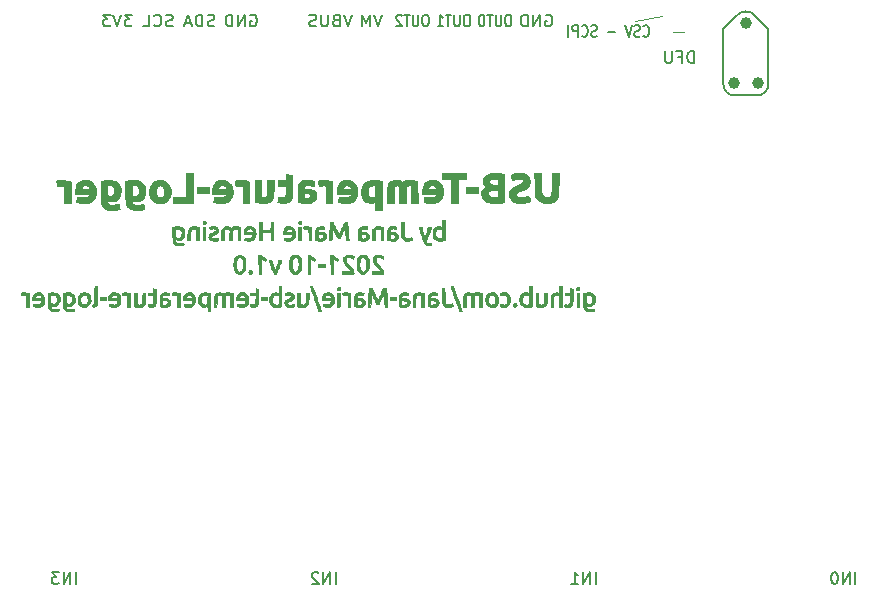
<source format=gbo>
G04 #@! TF.GenerationSoftware,KiCad,Pcbnew,6.0.2-378541a8eb~116~ubuntu20.04.1*
G04 #@! TF.CreationDate,2022-03-01T13:47:01+01:00*
G04 #@! TF.ProjectId,temperature-logger,74656d70-6572-4617-9475-72652d6c6f67,rev?*
G04 #@! TF.SameCoordinates,Original*
G04 #@! TF.FileFunction,Legend,Bot*
G04 #@! TF.FilePolarity,Positive*
%FSLAX46Y46*%
G04 Gerber Fmt 4.6, Leading zero omitted, Abs format (unit mm)*
G04 Created by KiCad (PCBNEW 6.0.2-378541a8eb~116~ubuntu20.04.1) date 2022-03-01 13:47:01*
%MOMM*%
%LPD*%
G01*
G04 APERTURE LIST*
%ADD10C,0.120000*%
%ADD11C,0.150000*%
%ADD12C,0.127000*%
%ADD13C,0.010000*%
%ADD14C,0.988060*%
%ADD15C,0.985520*%
G04 APERTURE END LIST*
D10*
X120575000Y-50900000D02*
X118275000Y-51300000D01*
D11*
X119027380Y-52557142D02*
X119065476Y-52604761D01*
X119179761Y-52652380D01*
X119255952Y-52652380D01*
X119370238Y-52604761D01*
X119446428Y-52509523D01*
X119484523Y-52414285D01*
X119522619Y-52223809D01*
X119522619Y-52080952D01*
X119484523Y-51890476D01*
X119446428Y-51795238D01*
X119370238Y-51700000D01*
X119255952Y-51652380D01*
X119179761Y-51652380D01*
X119065476Y-51700000D01*
X119027380Y-51747619D01*
X118722619Y-52604761D02*
X118608333Y-52652380D01*
X118417857Y-52652380D01*
X118341666Y-52604761D01*
X118303571Y-52557142D01*
X118265476Y-52461904D01*
X118265476Y-52366666D01*
X118303571Y-52271428D01*
X118341666Y-52223809D01*
X118417857Y-52176190D01*
X118570238Y-52128571D01*
X118646428Y-52080952D01*
X118684523Y-52033333D01*
X118722619Y-51938095D01*
X118722619Y-51842857D01*
X118684523Y-51747619D01*
X118646428Y-51700000D01*
X118570238Y-51652380D01*
X118379761Y-51652380D01*
X118265476Y-51700000D01*
X118036904Y-51652380D02*
X117770238Y-52652380D01*
X117503571Y-51652380D01*
X116627380Y-52271428D02*
X116017857Y-52271428D01*
X115065476Y-52604761D02*
X114951190Y-52652380D01*
X114760714Y-52652380D01*
X114684523Y-52604761D01*
X114646428Y-52557142D01*
X114608333Y-52461904D01*
X114608333Y-52366666D01*
X114646428Y-52271428D01*
X114684523Y-52223809D01*
X114760714Y-52176190D01*
X114913095Y-52128571D01*
X114989285Y-52080952D01*
X115027380Y-52033333D01*
X115065476Y-51938095D01*
X115065476Y-51842857D01*
X115027380Y-51747619D01*
X114989285Y-51700000D01*
X114913095Y-51652380D01*
X114722619Y-51652380D01*
X114608333Y-51700000D01*
X113808333Y-52557142D02*
X113846428Y-52604761D01*
X113960714Y-52652380D01*
X114036904Y-52652380D01*
X114151190Y-52604761D01*
X114227380Y-52509523D01*
X114265476Y-52414285D01*
X114303571Y-52223809D01*
X114303571Y-52080952D01*
X114265476Y-51890476D01*
X114227380Y-51795238D01*
X114151190Y-51700000D01*
X114036904Y-51652380D01*
X113960714Y-51652380D01*
X113846428Y-51700000D01*
X113808333Y-51747619D01*
X113465476Y-52652380D02*
X113465476Y-51652380D01*
X113160714Y-51652380D01*
X113084523Y-51700000D01*
X113046428Y-51747619D01*
X113008333Y-51842857D01*
X113008333Y-51985714D01*
X113046428Y-52080952D01*
X113084523Y-52128571D01*
X113160714Y-52176190D01*
X113465476Y-52176190D01*
X112665476Y-52652380D02*
X112665476Y-51652380D01*
X136975000Y-98952380D02*
X136975000Y-97952380D01*
X136498809Y-98952380D02*
X136498809Y-97952380D01*
X135927380Y-98952380D01*
X135927380Y-97952380D01*
X135260714Y-97952380D02*
X135165476Y-97952380D01*
X135070238Y-98000000D01*
X135022619Y-98047619D01*
X134975000Y-98142857D01*
X134927380Y-98333333D01*
X134927380Y-98571428D01*
X134975000Y-98761904D01*
X135022619Y-98857142D01*
X135070238Y-98904761D01*
X135165476Y-98952380D01*
X135260714Y-98952380D01*
X135355952Y-98904761D01*
X135403571Y-98857142D01*
X135451190Y-98761904D01*
X135498809Y-98571428D01*
X135498809Y-98333333D01*
X135451190Y-98142857D01*
X135403571Y-98047619D01*
X135355952Y-98000000D01*
X135260714Y-97952380D01*
X70975000Y-98952380D02*
X70975000Y-97952380D01*
X70498809Y-98952380D02*
X70498809Y-97952380D01*
X69927380Y-98952380D01*
X69927380Y-97952380D01*
X69546428Y-97952380D02*
X68927380Y-97952380D01*
X69260714Y-98333333D01*
X69117857Y-98333333D01*
X69022619Y-98380952D01*
X68975000Y-98428571D01*
X68927380Y-98523809D01*
X68927380Y-98761904D01*
X68975000Y-98857142D01*
X69022619Y-98904761D01*
X69117857Y-98952380D01*
X69403571Y-98952380D01*
X69498809Y-98904761D01*
X69546428Y-98857142D01*
X82689285Y-51704761D02*
X82546428Y-51752380D01*
X82308333Y-51752380D01*
X82213095Y-51704761D01*
X82165476Y-51657142D01*
X82117857Y-51561904D01*
X82117857Y-51466666D01*
X82165476Y-51371428D01*
X82213095Y-51323809D01*
X82308333Y-51276190D01*
X82498809Y-51228571D01*
X82594047Y-51180952D01*
X82641666Y-51133333D01*
X82689285Y-51038095D01*
X82689285Y-50942857D01*
X82641666Y-50847619D01*
X82594047Y-50800000D01*
X82498809Y-50752380D01*
X82260714Y-50752380D01*
X82117857Y-50800000D01*
X81689285Y-51752380D02*
X81689285Y-50752380D01*
X81451190Y-50752380D01*
X81308333Y-50800000D01*
X81213095Y-50895238D01*
X81165476Y-50990476D01*
X81117857Y-51180952D01*
X81117857Y-51323809D01*
X81165476Y-51514285D01*
X81213095Y-51609523D01*
X81308333Y-51704761D01*
X81451190Y-51752380D01*
X81689285Y-51752380D01*
X80736904Y-51466666D02*
X80260714Y-51466666D01*
X80832142Y-51752380D02*
X80498809Y-50752380D01*
X80165476Y-51752380D01*
X92975000Y-98952380D02*
X92975000Y-97952380D01*
X92498809Y-98952380D02*
X92498809Y-97952380D01*
X91927380Y-98952380D01*
X91927380Y-97952380D01*
X91498809Y-98047619D02*
X91451190Y-98000000D01*
X91355952Y-97952380D01*
X91117857Y-97952380D01*
X91022619Y-98000000D01*
X90975000Y-98047619D01*
X90927380Y-98142857D01*
X90927380Y-98238095D01*
X90975000Y-98380952D01*
X91546428Y-98952380D01*
X90927380Y-98952380D01*
X104155952Y-50752380D02*
X104003571Y-50752380D01*
X103927380Y-50800000D01*
X103851190Y-50895238D01*
X103813095Y-51085714D01*
X103813095Y-51419047D01*
X103851190Y-51609523D01*
X103927380Y-51704761D01*
X104003571Y-51752380D01*
X104155952Y-51752380D01*
X104232142Y-51704761D01*
X104308333Y-51609523D01*
X104346428Y-51419047D01*
X104346428Y-51085714D01*
X104308333Y-50895238D01*
X104232142Y-50800000D01*
X104155952Y-50752380D01*
X103470238Y-50752380D02*
X103470238Y-51561904D01*
X103432142Y-51657142D01*
X103394047Y-51704761D01*
X103317857Y-51752380D01*
X103165476Y-51752380D01*
X103089285Y-51704761D01*
X103051190Y-51657142D01*
X103013095Y-51561904D01*
X103013095Y-50752380D01*
X102746428Y-50752380D02*
X102289285Y-50752380D01*
X102517857Y-51752380D02*
X102517857Y-50752380D01*
X101603571Y-51752380D02*
X102060714Y-51752380D01*
X101832142Y-51752380D02*
X101832142Y-50752380D01*
X101908333Y-50895238D01*
X101984523Y-50990476D01*
X102060714Y-51038095D01*
X96879761Y-50752380D02*
X96546428Y-51752380D01*
X96213095Y-50752380D01*
X95879761Y-51752380D02*
X95879761Y-50752380D01*
X95546428Y-51466666D01*
X95213095Y-50752380D01*
X95213095Y-51752380D01*
X85736904Y-50800000D02*
X85832142Y-50752380D01*
X85975000Y-50752380D01*
X86117857Y-50800000D01*
X86213095Y-50895238D01*
X86260714Y-50990476D01*
X86308333Y-51180952D01*
X86308333Y-51323809D01*
X86260714Y-51514285D01*
X86213095Y-51609523D01*
X86117857Y-51704761D01*
X85975000Y-51752380D01*
X85879761Y-51752380D01*
X85736904Y-51704761D01*
X85689285Y-51657142D01*
X85689285Y-51323809D01*
X85879761Y-51323809D01*
X85260714Y-51752380D02*
X85260714Y-50752380D01*
X84689285Y-51752380D01*
X84689285Y-50752380D01*
X84213095Y-51752380D02*
X84213095Y-50752380D01*
X83975000Y-50752380D01*
X83832142Y-50800000D01*
X83736904Y-50895238D01*
X83689285Y-50990476D01*
X83641666Y-51180952D01*
X83641666Y-51323809D01*
X83689285Y-51514285D01*
X83736904Y-51609523D01*
X83832142Y-51704761D01*
X83975000Y-51752380D01*
X84213095Y-51752380D01*
X114975000Y-98952380D02*
X114975000Y-97952380D01*
X114498809Y-98952380D02*
X114498809Y-97952380D01*
X113927380Y-98952380D01*
X113927380Y-97952380D01*
X112927380Y-98952380D02*
X113498809Y-98952380D01*
X113213095Y-98952380D02*
X113213095Y-97952380D01*
X113308333Y-98095238D01*
X113403571Y-98190476D01*
X113498809Y-98238095D01*
X100655952Y-50752380D02*
X100503571Y-50752380D01*
X100427380Y-50800000D01*
X100351190Y-50895238D01*
X100313095Y-51085714D01*
X100313095Y-51419047D01*
X100351190Y-51609523D01*
X100427380Y-51704761D01*
X100503571Y-51752380D01*
X100655952Y-51752380D01*
X100732142Y-51704761D01*
X100808333Y-51609523D01*
X100846428Y-51419047D01*
X100846428Y-51085714D01*
X100808333Y-50895238D01*
X100732142Y-50800000D01*
X100655952Y-50752380D01*
X99970238Y-50752380D02*
X99970238Y-51561904D01*
X99932142Y-51657142D01*
X99894047Y-51704761D01*
X99817857Y-51752380D01*
X99665476Y-51752380D01*
X99589285Y-51704761D01*
X99551190Y-51657142D01*
X99513095Y-51561904D01*
X99513095Y-50752380D01*
X99246428Y-50752380D02*
X98789285Y-50752380D01*
X99017857Y-51752380D02*
X99017857Y-50752380D01*
X98560714Y-50847619D02*
X98522619Y-50800000D01*
X98446428Y-50752380D01*
X98255952Y-50752380D01*
X98179761Y-50800000D01*
X98141666Y-50847619D01*
X98103571Y-50942857D01*
X98103571Y-51038095D01*
X98141666Y-51180952D01*
X98598809Y-51752380D01*
X98103571Y-51752380D01*
X110736904Y-50800000D02*
X110832142Y-50752380D01*
X110975000Y-50752380D01*
X111117857Y-50800000D01*
X111213095Y-50895238D01*
X111260714Y-50990476D01*
X111308333Y-51180952D01*
X111308333Y-51323809D01*
X111260714Y-51514285D01*
X111213095Y-51609523D01*
X111117857Y-51704761D01*
X110975000Y-51752380D01*
X110879761Y-51752380D01*
X110736904Y-51704761D01*
X110689285Y-51657142D01*
X110689285Y-51323809D01*
X110879761Y-51323809D01*
X110260714Y-51752380D02*
X110260714Y-50752380D01*
X109689285Y-51752380D01*
X109689285Y-50752380D01*
X109213095Y-51752380D02*
X109213095Y-50752380D01*
X108975000Y-50752380D01*
X108832142Y-50800000D01*
X108736904Y-50895238D01*
X108689285Y-50990476D01*
X108641666Y-51180952D01*
X108641666Y-51323809D01*
X108689285Y-51514285D01*
X108736904Y-51609523D01*
X108832142Y-51704761D01*
X108975000Y-51752380D01*
X109213095Y-51752380D01*
X79165476Y-51704761D02*
X79022619Y-51752380D01*
X78784523Y-51752380D01*
X78689285Y-51704761D01*
X78641666Y-51657142D01*
X78594047Y-51561904D01*
X78594047Y-51466666D01*
X78641666Y-51371428D01*
X78689285Y-51323809D01*
X78784523Y-51276190D01*
X78975000Y-51228571D01*
X79070238Y-51180952D01*
X79117857Y-51133333D01*
X79165476Y-51038095D01*
X79165476Y-50942857D01*
X79117857Y-50847619D01*
X79070238Y-50800000D01*
X78975000Y-50752380D01*
X78736904Y-50752380D01*
X78594047Y-50800000D01*
X77594047Y-51657142D02*
X77641666Y-51704761D01*
X77784523Y-51752380D01*
X77879761Y-51752380D01*
X78022619Y-51704761D01*
X78117857Y-51609523D01*
X78165476Y-51514285D01*
X78213095Y-51323809D01*
X78213095Y-51180952D01*
X78165476Y-50990476D01*
X78117857Y-50895238D01*
X78022619Y-50800000D01*
X77879761Y-50752380D01*
X77784523Y-50752380D01*
X77641666Y-50800000D01*
X77594047Y-50847619D01*
X76689285Y-51752380D02*
X77165476Y-51752380D01*
X77165476Y-50752380D01*
X123289285Y-54852380D02*
X123289285Y-53852380D01*
X123051190Y-53852380D01*
X122908333Y-53900000D01*
X122813095Y-53995238D01*
X122765476Y-54090476D01*
X122717857Y-54280952D01*
X122717857Y-54423809D01*
X122765476Y-54614285D01*
X122813095Y-54709523D01*
X122908333Y-54804761D01*
X123051190Y-54852380D01*
X123289285Y-54852380D01*
X121955952Y-54328571D02*
X122289285Y-54328571D01*
X122289285Y-54852380D02*
X122289285Y-53852380D01*
X121813095Y-53852380D01*
X121432142Y-53852380D02*
X121432142Y-54661904D01*
X121384523Y-54757142D01*
X121336904Y-54804761D01*
X121241666Y-54852380D01*
X121051190Y-54852380D01*
X120955952Y-54804761D01*
X120908333Y-54757142D01*
X120860714Y-54661904D01*
X120860714Y-53852380D01*
X94308333Y-50752380D02*
X93975000Y-51752380D01*
X93641666Y-50752380D01*
X92975000Y-51228571D02*
X92832142Y-51276190D01*
X92784523Y-51323809D01*
X92736904Y-51419047D01*
X92736904Y-51561904D01*
X92784523Y-51657142D01*
X92832142Y-51704761D01*
X92927380Y-51752380D01*
X93308333Y-51752380D01*
X93308333Y-50752380D01*
X92975000Y-50752380D01*
X92879761Y-50800000D01*
X92832142Y-50847619D01*
X92784523Y-50942857D01*
X92784523Y-51038095D01*
X92832142Y-51133333D01*
X92879761Y-51180952D01*
X92975000Y-51228571D01*
X93308333Y-51228571D01*
X92308333Y-50752380D02*
X92308333Y-51561904D01*
X92260714Y-51657142D01*
X92213095Y-51704761D01*
X92117857Y-51752380D01*
X91927380Y-51752380D01*
X91832142Y-51704761D01*
X91784523Y-51657142D01*
X91736904Y-51561904D01*
X91736904Y-50752380D01*
X91308333Y-51704761D02*
X91165476Y-51752380D01*
X90927380Y-51752380D01*
X90832142Y-51704761D01*
X90784523Y-51657142D01*
X90736904Y-51561904D01*
X90736904Y-51466666D01*
X90784523Y-51371428D01*
X90832142Y-51323809D01*
X90927380Y-51276190D01*
X91117857Y-51228571D01*
X91213095Y-51180952D01*
X91260714Y-51133333D01*
X91308333Y-51038095D01*
X91308333Y-50942857D01*
X91260714Y-50847619D01*
X91213095Y-50800000D01*
X91117857Y-50752380D01*
X90879761Y-50752380D01*
X90736904Y-50800000D01*
X75713095Y-50752380D02*
X75094047Y-50752380D01*
X75427380Y-51133333D01*
X75284523Y-51133333D01*
X75189285Y-51180952D01*
X75141666Y-51228571D01*
X75094047Y-51323809D01*
X75094047Y-51561904D01*
X75141666Y-51657142D01*
X75189285Y-51704761D01*
X75284523Y-51752380D01*
X75570238Y-51752380D01*
X75665476Y-51704761D01*
X75713095Y-51657142D01*
X74808333Y-50752380D02*
X74475000Y-51752380D01*
X74141666Y-50752380D01*
X73903571Y-50752380D02*
X73284523Y-50752380D01*
X73617857Y-51133333D01*
X73475000Y-51133333D01*
X73379761Y-51180952D01*
X73332142Y-51228571D01*
X73284523Y-51323809D01*
X73284523Y-51561904D01*
X73332142Y-51657142D01*
X73379761Y-51704761D01*
X73475000Y-51752380D01*
X73760714Y-51752380D01*
X73855952Y-51704761D01*
X73903571Y-51657142D01*
X107655952Y-50752380D02*
X107503571Y-50752380D01*
X107427380Y-50800000D01*
X107351190Y-50895238D01*
X107313095Y-51085714D01*
X107313095Y-51419047D01*
X107351190Y-51609523D01*
X107427380Y-51704761D01*
X107503571Y-51752380D01*
X107655952Y-51752380D01*
X107732142Y-51704761D01*
X107808333Y-51609523D01*
X107846428Y-51419047D01*
X107846428Y-51085714D01*
X107808333Y-50895238D01*
X107732142Y-50800000D01*
X107655952Y-50752380D01*
X106970238Y-50752380D02*
X106970238Y-51561904D01*
X106932142Y-51657142D01*
X106894047Y-51704761D01*
X106817857Y-51752380D01*
X106665476Y-51752380D01*
X106589285Y-51704761D01*
X106551190Y-51657142D01*
X106513095Y-51561904D01*
X106513095Y-50752380D01*
X106246428Y-50752380D02*
X105789285Y-50752380D01*
X106017857Y-51752380D02*
X106017857Y-50752380D01*
X105370238Y-50752380D02*
X105294047Y-50752380D01*
X105217857Y-50800000D01*
X105179761Y-50847619D01*
X105141666Y-50942857D01*
X105103571Y-51133333D01*
X105103571Y-51371428D01*
X105141666Y-51561904D01*
X105179761Y-51657142D01*
X105217857Y-51704761D01*
X105294047Y-51752380D01*
X105370238Y-51752380D01*
X105446428Y-51704761D01*
X105484523Y-51657142D01*
X105522619Y-51561904D01*
X105560714Y-51371428D01*
X105560714Y-51133333D01*
X105522619Y-50942857D01*
X105484523Y-50847619D01*
X105446428Y-50800000D01*
X105370238Y-50752380D01*
D10*
X122500000Y-52250000D02*
X121500000Y-52250000D01*
D12*
X128423900Y-50786100D02*
X129605000Y-51967200D01*
X126976100Y-50786100D02*
X125795000Y-51967200D01*
X125795000Y-56653500D02*
X125795000Y-51967200D01*
X126747500Y-57606000D02*
X128652500Y-57606000D01*
X129605000Y-56653500D02*
X129605000Y-51967200D01*
X128652500Y-57606000D02*
G75*
G03*
X129605000Y-56653500I-1J952501D01*
G01*
X128423900Y-50786100D02*
G75*
G03*
X126976100Y-50786100I-723900J-723901D01*
G01*
X125795000Y-56653500D02*
G75*
G03*
X126747500Y-57606000I952501J1D01*
G01*
D13*
X95093493Y-71107756D02*
X94973250Y-71183640D01*
X94973250Y-71183640D02*
X94872375Y-71300687D01*
X94872375Y-71300687D02*
X94795198Y-71455817D01*
X94795198Y-71455817D02*
X94774633Y-71518380D01*
X94774633Y-71518380D02*
X94751219Y-71640603D01*
X94751219Y-71640603D02*
X94740364Y-71791160D01*
X94740364Y-71791160D02*
X94741396Y-71954618D01*
X94741396Y-71954618D02*
X94753644Y-72115549D01*
X94753644Y-72115549D02*
X94776435Y-72258521D01*
X94776435Y-72258521D02*
X94809099Y-72368103D01*
X94809099Y-72368103D02*
X94811907Y-72374500D01*
X94811907Y-72374500D02*
X94900193Y-72524277D01*
X94900193Y-72524277D02*
X95008259Y-72632401D01*
X95008259Y-72632401D02*
X95131625Y-72696662D01*
X95131625Y-72696662D02*
X95265810Y-72714853D01*
X95265810Y-72714853D02*
X95406333Y-72684765D01*
X95406333Y-72684765D02*
X95425419Y-72676938D01*
X95425419Y-72676938D02*
X95558523Y-72592430D01*
X95558523Y-72592430D02*
X95660347Y-72467994D01*
X95660347Y-72467994D02*
X95730835Y-72303773D01*
X95730835Y-72303773D02*
X95769929Y-72099911D01*
X95769929Y-72099911D02*
X95777495Y-71859027D01*
X95777495Y-71859027D02*
X95549341Y-71859027D01*
X95549341Y-71859027D02*
X95542401Y-72042151D01*
X95542401Y-72042151D02*
X95527166Y-72158802D01*
X95527166Y-72158802D02*
X95505688Y-72266225D01*
X95505688Y-72266225D02*
X95480348Y-72339815D01*
X95480348Y-72339815D02*
X95444025Y-72396436D01*
X95444025Y-72396436D02*
X95412165Y-72431115D01*
X95412165Y-72431115D02*
X95331533Y-72494023D01*
X95331533Y-72494023D02*
X95253556Y-72511252D01*
X95253556Y-72511252D02*
X95164472Y-72485195D01*
X95164472Y-72485195D02*
X95148088Y-72477075D01*
X95148088Y-72477075D02*
X95079192Y-72416978D01*
X95079192Y-72416978D02*
X95027889Y-72315699D01*
X95027889Y-72315699D02*
X94993324Y-72170787D01*
X94993324Y-72170787D02*
X94974685Y-71980686D01*
X94974685Y-71980686D02*
X94972761Y-71767432D01*
X94972761Y-71767432D02*
X94991972Y-71596513D01*
X94991972Y-71596513D02*
X95033226Y-71463666D01*
X95033226Y-71463666D02*
X95097433Y-71364625D01*
X95097433Y-71364625D02*
X95108499Y-71353021D01*
X95108499Y-71353021D02*
X95194542Y-71288315D01*
X95194542Y-71288315D02*
X95277075Y-71273188D01*
X95277075Y-71273188D02*
X95361609Y-71307226D01*
X95361609Y-71307226D02*
X95393780Y-71331595D01*
X95393780Y-71331595D02*
X95457116Y-71413763D01*
X95457116Y-71413763D02*
X95505172Y-71535367D01*
X95505172Y-71535367D02*
X95536422Y-71686944D01*
X95536422Y-71686944D02*
X95549341Y-71859027D01*
X95549341Y-71859027D02*
X95777495Y-71859027D01*
X95777495Y-71859027D02*
X95777573Y-71856551D01*
X95777573Y-71856551D02*
X95774933Y-71796022D01*
X95774933Y-71796022D02*
X95747400Y-71569860D01*
X95747400Y-71569860D02*
X95692428Y-71386281D01*
X95692428Y-71386281D02*
X95609865Y-71245017D01*
X95609865Y-71245017D02*
X95499560Y-71145804D01*
X95499560Y-71145804D02*
X95374758Y-71091788D01*
X95374758Y-71091788D02*
X95228773Y-71076112D01*
X95228773Y-71076112D02*
X95093493Y-71107756D01*
X95093493Y-71107756D02*
X95093493Y-71107756D01*
G36*
X95730835Y-72303773D02*
G01*
X95660347Y-72467994D01*
X95558523Y-72592430D01*
X95425419Y-72676938D01*
X95406333Y-72684765D01*
X95265810Y-72714853D01*
X95131625Y-72696662D01*
X95008259Y-72632401D01*
X94900193Y-72524277D01*
X94811907Y-72374500D01*
X94809099Y-72368103D01*
X94776435Y-72258521D01*
X94753644Y-72115549D01*
X94741396Y-71954618D01*
X94740364Y-71791160D01*
X94742075Y-71767432D01*
X94972761Y-71767432D01*
X94974685Y-71980686D01*
X94993324Y-72170787D01*
X95027889Y-72315699D01*
X95079192Y-72416978D01*
X95148088Y-72477075D01*
X95164472Y-72485195D01*
X95253556Y-72511252D01*
X95331533Y-72494023D01*
X95412165Y-72431115D01*
X95444025Y-72396436D01*
X95480348Y-72339815D01*
X95505688Y-72266225D01*
X95527166Y-72158802D01*
X95542401Y-72042151D01*
X95549341Y-71859027D01*
X95536422Y-71686944D01*
X95505172Y-71535367D01*
X95457116Y-71413763D01*
X95393780Y-71331595D01*
X95361609Y-71307226D01*
X95277075Y-71273188D01*
X95194542Y-71288315D01*
X95108499Y-71353021D01*
X95097433Y-71364625D01*
X95033226Y-71463666D01*
X94991972Y-71596513D01*
X94972761Y-71767432D01*
X94742075Y-71767432D01*
X94751219Y-71640603D01*
X94774633Y-71518380D01*
X94795198Y-71455817D01*
X94872375Y-71300687D01*
X94973250Y-71183640D01*
X95093493Y-71107756D01*
X95228773Y-71076112D01*
X95374758Y-71091788D01*
X95499560Y-71145804D01*
X95609865Y-71245017D01*
X95692428Y-71386281D01*
X95747400Y-71569860D01*
X95774933Y-71796022D01*
X95777573Y-71856551D01*
X95777495Y-71859027D01*
X95769929Y-72099911D01*
X95730835Y-72303773D01*
G37*
X95730835Y-72303773D02*
X95660347Y-72467994D01*
X95558523Y-72592430D01*
X95425419Y-72676938D01*
X95406333Y-72684765D01*
X95265810Y-72714853D01*
X95131625Y-72696662D01*
X95008259Y-72632401D01*
X94900193Y-72524277D01*
X94811907Y-72374500D01*
X94809099Y-72368103D01*
X94776435Y-72258521D01*
X94753644Y-72115549D01*
X94741396Y-71954618D01*
X94740364Y-71791160D01*
X94742075Y-71767432D01*
X94972761Y-71767432D01*
X94974685Y-71980686D01*
X94993324Y-72170787D01*
X95027889Y-72315699D01*
X95079192Y-72416978D01*
X95148088Y-72477075D01*
X95164472Y-72485195D01*
X95253556Y-72511252D01*
X95331533Y-72494023D01*
X95412165Y-72431115D01*
X95444025Y-72396436D01*
X95480348Y-72339815D01*
X95505688Y-72266225D01*
X95527166Y-72158802D01*
X95542401Y-72042151D01*
X95549341Y-71859027D01*
X95536422Y-71686944D01*
X95505172Y-71535367D01*
X95457116Y-71413763D01*
X95393780Y-71331595D01*
X95361609Y-71307226D01*
X95277075Y-71273188D01*
X95194542Y-71288315D01*
X95108499Y-71353021D01*
X95097433Y-71364625D01*
X95033226Y-71463666D01*
X94991972Y-71596513D01*
X94972761Y-71767432D01*
X94742075Y-71767432D01*
X94751219Y-71640603D01*
X94774633Y-71518380D01*
X94795198Y-71455817D01*
X94872375Y-71300687D01*
X94973250Y-71183640D01*
X95093493Y-71107756D01*
X95228773Y-71076112D01*
X95374758Y-71091788D01*
X95499560Y-71145804D01*
X95609865Y-71245017D01*
X95692428Y-71386281D01*
X95747400Y-71569860D01*
X95774933Y-71796022D01*
X95777573Y-71856551D01*
X95777495Y-71859027D01*
X95769929Y-72099911D01*
X95730835Y-72303773D01*
X93676981Y-74278084D02*
X93591463Y-74289228D01*
X93591463Y-74289228D02*
X93540186Y-74309679D01*
X93540186Y-74309679D02*
X93533814Y-74316768D01*
X93533814Y-74316768D02*
X93529328Y-74354242D01*
X93529328Y-74354242D02*
X93536427Y-74415748D01*
X93536427Y-74415748D02*
X93536868Y-74417987D01*
X93536868Y-74417987D02*
X93552909Y-74498192D01*
X93552909Y-74498192D02*
X93686518Y-74481498D01*
X93686518Y-74481498D02*
X93780435Y-74475011D01*
X93780435Y-74475011D02*
X93867086Y-74477500D01*
X93867086Y-74477500D02*
X93898964Y-74482120D01*
X93898964Y-74482120D02*
X93977800Y-74499436D01*
X93977800Y-74499436D02*
X93977800Y-75486000D01*
X93977800Y-75486000D02*
X94075167Y-75486000D01*
X94075167Y-75486000D02*
X94142289Y-75481942D01*
X94142289Y-75481942D02*
X94185256Y-75471902D01*
X94185256Y-75471902D02*
X94189467Y-75469066D01*
X94189467Y-75469066D02*
X94194427Y-75439760D01*
X94194427Y-75439760D02*
X94198814Y-75367244D01*
X94198814Y-75367244D02*
X94202401Y-75259108D01*
X94202401Y-75259108D02*
X94204964Y-75122942D01*
X94204964Y-75122942D02*
X94206276Y-74966334D01*
X94206276Y-74966334D02*
X94206400Y-74899299D01*
X94206400Y-74899299D02*
X94206400Y-74346465D01*
X94206400Y-74346465D02*
X94014815Y-74303841D01*
X94014815Y-74303841D02*
X93901074Y-74285057D01*
X93901074Y-74285057D02*
X93784323Y-74276583D01*
X93784323Y-74276583D02*
X93676981Y-74278084D01*
X93676981Y-74278084D02*
X93676981Y-74278084D01*
G36*
X93901074Y-74285057D02*
G01*
X94014815Y-74303841D01*
X94206400Y-74346465D01*
X94206400Y-74899299D01*
X94206276Y-74966334D01*
X94204964Y-75122942D01*
X94202401Y-75259108D01*
X94198814Y-75367244D01*
X94194427Y-75439760D01*
X94189467Y-75469066D01*
X94185256Y-75471902D01*
X94142289Y-75481942D01*
X94075167Y-75486000D01*
X93977800Y-75486000D01*
X93977800Y-74499436D01*
X93898964Y-74482120D01*
X93867086Y-74477500D01*
X93780435Y-74475011D01*
X93686518Y-74481498D01*
X93552909Y-74498192D01*
X93536868Y-74417987D01*
X93536427Y-74415748D01*
X93529328Y-74354242D01*
X93533814Y-74316768D01*
X93540186Y-74309679D01*
X93591463Y-74289228D01*
X93676981Y-74278084D01*
X93784323Y-74276583D01*
X93901074Y-74285057D01*
G37*
X93901074Y-74285057D02*
X94014815Y-74303841D01*
X94206400Y-74346465D01*
X94206400Y-74899299D01*
X94206276Y-74966334D01*
X94204964Y-75122942D01*
X94202401Y-75259108D01*
X94198814Y-75367244D01*
X94194427Y-75439760D01*
X94189467Y-75469066D01*
X94185256Y-75471902D01*
X94142289Y-75481942D01*
X94075167Y-75486000D01*
X93977800Y-75486000D01*
X93977800Y-74499436D01*
X93898964Y-74482120D01*
X93867086Y-74477500D01*
X93780435Y-74475011D01*
X93686518Y-74481498D01*
X93552909Y-74498192D01*
X93536868Y-74417987D01*
X93536427Y-74415748D01*
X93529328Y-74354242D01*
X93533814Y-74316768D01*
X93540186Y-74309679D01*
X93591463Y-74289228D01*
X93676981Y-74278084D01*
X93784323Y-74276583D01*
X93901074Y-74285057D01*
X83255236Y-64750885D02*
X83048321Y-64794469D01*
X83048321Y-64794469D02*
X82872250Y-64877718D01*
X82872250Y-64877718D02*
X82728345Y-64998956D01*
X82728345Y-64998956D02*
X82617927Y-65156509D01*
X82617927Y-65156509D02*
X82542317Y-65348700D01*
X82542317Y-65348700D02*
X82502836Y-65573855D01*
X82502836Y-65573855D02*
X82497000Y-65712336D01*
X82497000Y-65712336D02*
X82497000Y-65910200D01*
X82497000Y-65910200D02*
X83093900Y-65910200D01*
X83093900Y-65910200D02*
X83292525Y-65910809D01*
X83292525Y-65910809D02*
X83445120Y-65912806D01*
X83445120Y-65912806D02*
X83556439Y-65916445D01*
X83556439Y-65916445D02*
X83631242Y-65921977D01*
X83631242Y-65921977D02*
X83674283Y-65929656D01*
X83674283Y-65929656D02*
X83690319Y-65939735D01*
X83690319Y-65939735D02*
X83690706Y-65941950D01*
X83690706Y-65941950D02*
X83669983Y-66009479D01*
X83669983Y-66009479D02*
X83616712Y-66084688D01*
X83616712Y-66084688D02*
X83543714Y-66152398D01*
X83543714Y-66152398D02*
X83480726Y-66190518D01*
X83480726Y-66190518D02*
X83375555Y-66221237D01*
X83375555Y-66221237D02*
X83238237Y-66237313D01*
X83238237Y-66237313D02*
X83085363Y-66238430D01*
X83085363Y-66238430D02*
X82933522Y-66224273D01*
X82933522Y-66224273D02*
X82828382Y-66202934D01*
X82828382Y-66202934D02*
X82751713Y-66184217D01*
X82751713Y-66184217D02*
X82697963Y-66174269D01*
X82697963Y-66174269D02*
X82681638Y-66174296D01*
X82681638Y-66174296D02*
X82670485Y-66205574D01*
X82670485Y-66205574D02*
X82656645Y-66271370D01*
X82656645Y-66271370D02*
X82642261Y-66356906D01*
X82642261Y-66356906D02*
X82629473Y-66447409D01*
X82629473Y-66447409D02*
X82620424Y-66528101D01*
X82620424Y-66528101D02*
X82617256Y-66584209D01*
X82617256Y-66584209D02*
X82619771Y-66601040D01*
X82619771Y-66601040D02*
X82651691Y-66616436D01*
X82651691Y-66616436D02*
X82717633Y-66638602D01*
X82717633Y-66638602D02*
X82789100Y-66658883D01*
X82789100Y-66658883D02*
X82934658Y-66687677D01*
X82934658Y-66687677D02*
X83101369Y-66705675D01*
X83101369Y-66705675D02*
X83271263Y-66712132D01*
X83271263Y-66712132D02*
X83426369Y-66706303D01*
X83426369Y-66706303D02*
X83538400Y-66689952D01*
X83538400Y-66689952D02*
X83746715Y-66621349D01*
X83746715Y-66621349D02*
X83918383Y-66518879D01*
X83918383Y-66518879D02*
X84056937Y-66379761D01*
X84056937Y-66379761D02*
X84165908Y-66201215D01*
X84165908Y-66201215D02*
X84169967Y-66192648D01*
X84169967Y-66192648D02*
X84198991Y-66126149D01*
X84198991Y-66126149D02*
X84218209Y-66065349D01*
X84218209Y-66065349D02*
X84229603Y-65996993D01*
X84229603Y-65996993D02*
X84235156Y-65907829D01*
X84235156Y-65907829D02*
X84236848Y-65784602D01*
X84236848Y-65784602D02*
X84236900Y-65745100D01*
X84236900Y-65745100D02*
X84235939Y-65611294D01*
X84235939Y-65611294D02*
X84231686Y-65514896D01*
X84231686Y-65514896D02*
X84229882Y-65501288D01*
X84229882Y-65501288D02*
X83690800Y-65501288D01*
X83690800Y-65501288D02*
X83667283Y-65514368D01*
X83667283Y-65514368D02*
X83596022Y-65523295D01*
X83596022Y-65523295D02*
X83475950Y-65528161D01*
X83475950Y-65528161D02*
X83357425Y-65529200D01*
X83357425Y-65529200D02*
X83024050Y-65529200D01*
X83024050Y-65529200D02*
X83039857Y-65446650D01*
X83039857Y-65446650D02*
X83070738Y-65373314D01*
X83070738Y-65373314D02*
X83128571Y-65297091D01*
X83128571Y-65297091D02*
X83144259Y-65281550D01*
X83144259Y-65281550D02*
X83214963Y-65226216D01*
X83214963Y-65226216D02*
X83283775Y-65202586D01*
X83283775Y-65202586D02*
X83341177Y-65199094D01*
X83341177Y-65199094D02*
X83435647Y-65211625D01*
X83435647Y-65211625D02*
X83520644Y-65242797D01*
X83520644Y-65242797D02*
X83527733Y-65246896D01*
X83527733Y-65246896D02*
X83587303Y-65299874D01*
X83587303Y-65299874D02*
X83642654Y-65375462D01*
X83642654Y-65375462D02*
X83680964Y-65453653D01*
X83680964Y-65453653D02*
X83690800Y-65501288D01*
X83690800Y-65501288D02*
X84229882Y-65501288D01*
X84229882Y-65501288D02*
X84222092Y-65442527D01*
X84222092Y-65442527D02*
X84205106Y-65380812D01*
X84205106Y-65380812D02*
X84178676Y-65316371D01*
X84178676Y-65316371D02*
X84167438Y-65292027D01*
X84167438Y-65292027D02*
X84118644Y-65198145D01*
X84118644Y-65198145D02*
X84065181Y-65110547D01*
X84065181Y-65110547D02*
X84030764Y-65063427D01*
X84030764Y-65063427D02*
X83885488Y-64927800D01*
X83885488Y-64927800D02*
X83710596Y-64826771D01*
X83710596Y-64826771D02*
X83517455Y-64764922D01*
X83517455Y-64764922D02*
X83317431Y-64746832D01*
X83317431Y-64746832D02*
X83255236Y-64750885D01*
X83255236Y-64750885D02*
X83255236Y-64750885D01*
G36*
X84235939Y-65611294D02*
G01*
X84236900Y-65745100D01*
X84236848Y-65784602D01*
X84235156Y-65907829D01*
X84229603Y-65996993D01*
X84218209Y-66065349D01*
X84198991Y-66126149D01*
X84169967Y-66192648D01*
X84165908Y-66201215D01*
X84056937Y-66379761D01*
X83918383Y-66518879D01*
X83746715Y-66621349D01*
X83538400Y-66689952D01*
X83426369Y-66706303D01*
X83271263Y-66712132D01*
X83101369Y-66705675D01*
X82934658Y-66687677D01*
X82789100Y-66658883D01*
X82717633Y-66638602D01*
X82651691Y-66616436D01*
X82619771Y-66601040D01*
X82617256Y-66584209D01*
X82620424Y-66528101D01*
X82629473Y-66447409D01*
X82642261Y-66356906D01*
X82656645Y-66271370D01*
X82670485Y-66205574D01*
X82681638Y-66174296D01*
X82697963Y-66174269D01*
X82751713Y-66184217D01*
X82828382Y-66202934D01*
X82933522Y-66224273D01*
X83085363Y-66238430D01*
X83238237Y-66237313D01*
X83375555Y-66221237D01*
X83480726Y-66190518D01*
X83543714Y-66152398D01*
X83616712Y-66084688D01*
X83669983Y-66009479D01*
X83690706Y-65941950D01*
X83690319Y-65939735D01*
X83674283Y-65929656D01*
X83631242Y-65921977D01*
X83556439Y-65916445D01*
X83445120Y-65912806D01*
X83292525Y-65910809D01*
X83093900Y-65910200D01*
X82497000Y-65910200D01*
X82497000Y-65712336D01*
X82502836Y-65573855D01*
X82510666Y-65529200D01*
X83024050Y-65529200D01*
X83357425Y-65529200D01*
X83475950Y-65528161D01*
X83596022Y-65523295D01*
X83667283Y-65514368D01*
X83690800Y-65501288D01*
X83680964Y-65453653D01*
X83642654Y-65375462D01*
X83587303Y-65299874D01*
X83527733Y-65246896D01*
X83520644Y-65242797D01*
X83435647Y-65211625D01*
X83341177Y-65199094D01*
X83283775Y-65202586D01*
X83214963Y-65226216D01*
X83144259Y-65281550D01*
X83128571Y-65297091D01*
X83070738Y-65373314D01*
X83039857Y-65446650D01*
X83024050Y-65529200D01*
X82510666Y-65529200D01*
X82542317Y-65348700D01*
X82617927Y-65156509D01*
X82728345Y-64998956D01*
X82872250Y-64877718D01*
X83048321Y-64794469D01*
X83255236Y-64750885D01*
X83317431Y-64746832D01*
X83517455Y-64764922D01*
X83710596Y-64826771D01*
X83885488Y-64927800D01*
X84030764Y-65063427D01*
X84065181Y-65110547D01*
X84118644Y-65198145D01*
X84167438Y-65292027D01*
X84178676Y-65316371D01*
X84205106Y-65380812D01*
X84222092Y-65442527D01*
X84229882Y-65501288D01*
X84231686Y-65514896D01*
X84235939Y-65611294D01*
G37*
X84235939Y-65611294D02*
X84236900Y-65745100D01*
X84236848Y-65784602D01*
X84235156Y-65907829D01*
X84229603Y-65996993D01*
X84218209Y-66065349D01*
X84198991Y-66126149D01*
X84169967Y-66192648D01*
X84165908Y-66201215D01*
X84056937Y-66379761D01*
X83918383Y-66518879D01*
X83746715Y-66621349D01*
X83538400Y-66689952D01*
X83426369Y-66706303D01*
X83271263Y-66712132D01*
X83101369Y-66705675D01*
X82934658Y-66687677D01*
X82789100Y-66658883D01*
X82717633Y-66638602D01*
X82651691Y-66616436D01*
X82619771Y-66601040D01*
X82617256Y-66584209D01*
X82620424Y-66528101D01*
X82629473Y-66447409D01*
X82642261Y-66356906D01*
X82656645Y-66271370D01*
X82670485Y-66205574D01*
X82681638Y-66174296D01*
X82697963Y-66174269D01*
X82751713Y-66184217D01*
X82828382Y-66202934D01*
X82933522Y-66224273D01*
X83085363Y-66238430D01*
X83238237Y-66237313D01*
X83375555Y-66221237D01*
X83480726Y-66190518D01*
X83543714Y-66152398D01*
X83616712Y-66084688D01*
X83669983Y-66009479D01*
X83690706Y-65941950D01*
X83690319Y-65939735D01*
X83674283Y-65929656D01*
X83631242Y-65921977D01*
X83556439Y-65916445D01*
X83445120Y-65912806D01*
X83292525Y-65910809D01*
X83093900Y-65910200D01*
X82497000Y-65910200D01*
X82497000Y-65712336D01*
X82502836Y-65573855D01*
X82510666Y-65529200D01*
X83024050Y-65529200D01*
X83357425Y-65529200D01*
X83475950Y-65528161D01*
X83596022Y-65523295D01*
X83667283Y-65514368D01*
X83690800Y-65501288D01*
X83680964Y-65453653D01*
X83642654Y-65375462D01*
X83587303Y-65299874D01*
X83527733Y-65246896D01*
X83520644Y-65242797D01*
X83435647Y-65211625D01*
X83341177Y-65199094D01*
X83283775Y-65202586D01*
X83214963Y-65226216D01*
X83144259Y-65281550D01*
X83128571Y-65297091D01*
X83070738Y-65373314D01*
X83039857Y-65446650D01*
X83024050Y-65529200D01*
X82510666Y-65529200D01*
X82542317Y-65348700D01*
X82617927Y-65156509D01*
X82728345Y-64998956D01*
X82872250Y-64877718D01*
X83048321Y-64794469D01*
X83255236Y-64750885D01*
X83317431Y-64746832D01*
X83517455Y-64764922D01*
X83710596Y-64826771D01*
X83885488Y-64927800D01*
X84030764Y-65063427D01*
X84065181Y-65110547D01*
X84118644Y-65198145D01*
X84167438Y-65292027D01*
X84178676Y-65316371D01*
X84205106Y-65380812D01*
X84222092Y-65442527D01*
X84229882Y-65501288D01*
X84231686Y-65514896D01*
X84235939Y-65611294D01*
X93887550Y-71099929D02*
X93755530Y-71155058D01*
X93755530Y-71155058D02*
X93658081Y-71247325D01*
X93658081Y-71247325D02*
X93622203Y-71307695D01*
X93622203Y-71307695D02*
X93582534Y-71415212D01*
X93582534Y-71415212D02*
X93572917Y-71519330D01*
X93572917Y-71519330D02*
X93595675Y-71626556D01*
X93595675Y-71626556D02*
X93653130Y-71743397D01*
X93653130Y-71743397D02*
X93747606Y-71876360D01*
X93747606Y-71876360D02*
X93880264Y-72030679D01*
X93880264Y-72030679D02*
X94019824Y-72186390D01*
X94019824Y-72186390D02*
X94124743Y-72309326D01*
X94124743Y-72309326D02*
X94194447Y-72398773D01*
X94194447Y-72398773D02*
X94228362Y-72454022D01*
X94228362Y-72454022D02*
X94231800Y-72467176D01*
X94231800Y-72467176D02*
X94207914Y-72474932D01*
X94207914Y-72474932D02*
X94142300Y-72481455D01*
X94142300Y-72481455D02*
X94044026Y-72486197D01*
X94044026Y-72486197D02*
X93922159Y-72488608D01*
X93922159Y-72488608D02*
X93874667Y-72488800D01*
X93874667Y-72488800D02*
X93517534Y-72488800D01*
X93517534Y-72488800D02*
X93533300Y-72679300D01*
X93533300Y-72679300D02*
X93997427Y-72686225D01*
X93997427Y-72686225D02*
X94164355Y-72688199D01*
X94164355Y-72688199D02*
X94287288Y-72688112D01*
X94287288Y-72688112D02*
X94373007Y-72685508D01*
X94373007Y-72685508D02*
X94428290Y-72679931D01*
X94428290Y-72679931D02*
X94459919Y-72670925D01*
X94459919Y-72670925D02*
X94474672Y-72658035D01*
X94474672Y-72658035D02*
X94476574Y-72654006D01*
X94476574Y-72654006D02*
X94479942Y-72597515D01*
X94479942Y-72597515D02*
X94464977Y-72512635D01*
X94464977Y-72512635D02*
X94436260Y-72416311D01*
X94436260Y-72416311D02*
X94398376Y-72325492D01*
X94398376Y-72325492D02*
X94377470Y-72287512D01*
X94377470Y-72287512D02*
X94339716Y-72236176D01*
X94339716Y-72236176D02*
X94275186Y-72158478D01*
X94275186Y-72158478D02*
X94192525Y-72064468D01*
X94192525Y-72064468D02*
X94100379Y-71964195D01*
X94100379Y-71964195D02*
X94088717Y-71951819D01*
X94088717Y-71951819D02*
X93961639Y-71809720D01*
X93961639Y-71809720D02*
X93874030Y-71691825D01*
X93874030Y-71691825D02*
X93824047Y-71592775D01*
X93824047Y-71592775D02*
X93809846Y-71507211D01*
X93809846Y-71507211D02*
X93829584Y-71429776D01*
X93829584Y-71429776D02*
X93881418Y-71355110D01*
X93881418Y-71355110D02*
X93882896Y-71353467D01*
X93882896Y-71353467D02*
X93965998Y-71297207D01*
X93965998Y-71297207D02*
X94071917Y-71279761D01*
X94071917Y-71279761D02*
X94191236Y-71300681D01*
X94191236Y-71300681D02*
X94314536Y-71359521D01*
X94314536Y-71359521D02*
X94337786Y-71375056D01*
X94337786Y-71375056D02*
X94405671Y-71422660D01*
X94405671Y-71422660D02*
X94461235Y-71344627D01*
X94461235Y-71344627D02*
X94495905Y-71292333D01*
X94495905Y-71292333D02*
X94501590Y-71262661D01*
X94501590Y-71262661D02*
X94479598Y-71237455D01*
X94479598Y-71237455D02*
X94469550Y-71229425D01*
X94469550Y-71229425D02*
X94324317Y-71138042D01*
X94324317Y-71138042D02*
X94171889Y-71091224D01*
X94171889Y-71091224D02*
X94054000Y-71082008D01*
X94054000Y-71082008D02*
X93887550Y-71099929D01*
X93887550Y-71099929D02*
X93887550Y-71099929D01*
G36*
X94171889Y-71091224D02*
G01*
X94324317Y-71138042D01*
X94469550Y-71229425D01*
X94479598Y-71237455D01*
X94501590Y-71262661D01*
X94495905Y-71292333D01*
X94461235Y-71344627D01*
X94405671Y-71422660D01*
X94337786Y-71375056D01*
X94314536Y-71359521D01*
X94191236Y-71300681D01*
X94071917Y-71279761D01*
X93965998Y-71297207D01*
X93882896Y-71353467D01*
X93881418Y-71355110D01*
X93829584Y-71429776D01*
X93809846Y-71507211D01*
X93824047Y-71592775D01*
X93874030Y-71691825D01*
X93961639Y-71809720D01*
X94088717Y-71951819D01*
X94100379Y-71964195D01*
X94192525Y-72064468D01*
X94275186Y-72158478D01*
X94339716Y-72236176D01*
X94377470Y-72287512D01*
X94398376Y-72325492D01*
X94436260Y-72416311D01*
X94464977Y-72512635D01*
X94479942Y-72597515D01*
X94476574Y-72654006D01*
X94474672Y-72658035D01*
X94459919Y-72670925D01*
X94428290Y-72679931D01*
X94373007Y-72685508D01*
X94287288Y-72688112D01*
X94164355Y-72688199D01*
X93997427Y-72686225D01*
X93533300Y-72679300D01*
X93517534Y-72488800D01*
X93874667Y-72488800D01*
X93922159Y-72488608D01*
X94044026Y-72486197D01*
X94142300Y-72481455D01*
X94207914Y-72474932D01*
X94231800Y-72467176D01*
X94228362Y-72454022D01*
X94194447Y-72398773D01*
X94124743Y-72309326D01*
X94019824Y-72186390D01*
X93880264Y-72030679D01*
X93747606Y-71876360D01*
X93653130Y-71743397D01*
X93595675Y-71626556D01*
X93572917Y-71519330D01*
X93582534Y-71415212D01*
X93622203Y-71307695D01*
X93658081Y-71247325D01*
X93755530Y-71155058D01*
X93887550Y-71099929D01*
X94054000Y-71082008D01*
X94171889Y-71091224D01*
G37*
X94171889Y-71091224D02*
X94324317Y-71138042D01*
X94469550Y-71229425D01*
X94479598Y-71237455D01*
X94501590Y-71262661D01*
X94495905Y-71292333D01*
X94461235Y-71344627D01*
X94405671Y-71422660D01*
X94337786Y-71375056D01*
X94314536Y-71359521D01*
X94191236Y-71300681D01*
X94071917Y-71279761D01*
X93965998Y-71297207D01*
X93882896Y-71353467D01*
X93881418Y-71355110D01*
X93829584Y-71429776D01*
X93809846Y-71507211D01*
X93824047Y-71592775D01*
X93874030Y-71691825D01*
X93961639Y-71809720D01*
X94088717Y-71951819D01*
X94100379Y-71964195D01*
X94192525Y-72064468D01*
X94275186Y-72158478D01*
X94339716Y-72236176D01*
X94377470Y-72287512D01*
X94398376Y-72325492D01*
X94436260Y-72416311D01*
X94464977Y-72512635D01*
X94479942Y-72597515D01*
X94476574Y-72654006D01*
X94474672Y-72658035D01*
X94459919Y-72670925D01*
X94428290Y-72679931D01*
X94373007Y-72685508D01*
X94287288Y-72688112D01*
X94164355Y-72688199D01*
X93997427Y-72686225D01*
X93533300Y-72679300D01*
X93517534Y-72488800D01*
X93874667Y-72488800D01*
X93922159Y-72488608D01*
X94044026Y-72486197D01*
X94142300Y-72481455D01*
X94207914Y-72474932D01*
X94231800Y-72467176D01*
X94228362Y-72454022D01*
X94194447Y-72398773D01*
X94124743Y-72309326D01*
X94019824Y-72186390D01*
X93880264Y-72030679D01*
X93747606Y-71876360D01*
X93653130Y-71743397D01*
X93595675Y-71626556D01*
X93572917Y-71519330D01*
X93582534Y-71415212D01*
X93622203Y-71307695D01*
X93658081Y-71247325D01*
X93755530Y-71155058D01*
X93887550Y-71099929D01*
X94054000Y-71082008D01*
X94171889Y-71091224D01*
X106291917Y-64191994D02*
X106171694Y-64198157D01*
X106171694Y-64198157D02*
X106105629Y-64205651D01*
X106105629Y-64205651D02*
X105916945Y-64252171D01*
X105916945Y-64252171D02*
X105751349Y-64322103D01*
X105751349Y-64322103D02*
X105618125Y-64410648D01*
X105618125Y-64410648D02*
X105534546Y-64500869D01*
X105534546Y-64500869D02*
X105471148Y-64622692D01*
X105471148Y-64622692D02*
X105430759Y-64761284D01*
X105430759Y-64761284D02*
X105418592Y-64895360D01*
X105418592Y-64895360D02*
X105424223Y-64951407D01*
X105424223Y-64951407D02*
X105456700Y-65053110D01*
X105456700Y-65053110D02*
X105511916Y-65157562D01*
X105511916Y-65157562D02*
X105578189Y-65245299D01*
X105578189Y-65245299D02*
X105625591Y-65286803D01*
X105625591Y-65286803D02*
X105693064Y-65331013D01*
X105693064Y-65331013D02*
X105565950Y-65403611D01*
X105565950Y-65403611D02*
X105442504Y-65501384D01*
X105442504Y-65501384D02*
X105358507Y-65631149D01*
X105358507Y-65631149D02*
X105313979Y-65792868D01*
X105313979Y-65792868D02*
X105306200Y-65910662D01*
X105306200Y-65910662D02*
X105325729Y-66108716D01*
X105325729Y-66108716D02*
X105384951Y-66276830D01*
X105384951Y-66276830D02*
X105484816Y-66416049D01*
X105484816Y-66416049D02*
X105626279Y-66527418D01*
X105626279Y-66527418D02*
X105810291Y-66611981D01*
X105810291Y-66611981D02*
X105990238Y-66661345D01*
X105990238Y-66661345D02*
X106094940Y-66676375D01*
X106094940Y-66676375D02*
X106236892Y-66686782D01*
X106236892Y-66686782D02*
X106402745Y-66692451D01*
X106402745Y-66692451D02*
X106579150Y-66693267D01*
X106579150Y-66693267D02*
X106752756Y-66689117D01*
X106752756Y-66689117D02*
X106910215Y-66679886D01*
X106910215Y-66679886D02*
X107005946Y-66670048D01*
X107005946Y-66670048D02*
X107095934Y-66657128D01*
X107095934Y-66657128D02*
X107167917Y-66644503D01*
X107167917Y-66644503D02*
X107202796Y-66635966D01*
X107202796Y-66635966D02*
X107210890Y-66624596D01*
X107210890Y-66624596D02*
X107217646Y-66594671D01*
X107217646Y-66594671D02*
X107223173Y-66542336D01*
X107223173Y-66542336D02*
X107227578Y-66463740D01*
X107227578Y-66463740D02*
X107230971Y-66355029D01*
X107230971Y-66355029D02*
X107233458Y-66212350D01*
X107233458Y-66212350D02*
X107233464Y-66211625D01*
X107233464Y-66211625D02*
X106703200Y-66211625D01*
X106703200Y-66211625D02*
X106633350Y-66223792D01*
X106633350Y-66223792D02*
X106543734Y-66230857D01*
X106543734Y-66230857D02*
X106424506Y-66229235D01*
X106424506Y-66229235D02*
X106295853Y-66220271D01*
X106295853Y-66220271D02*
X106177963Y-66205314D01*
X106177963Y-66205314D02*
X106098699Y-66188126D01*
X106098699Y-66188126D02*
X105984273Y-66137270D01*
X105984273Y-66137270D02*
X105913120Y-66063329D01*
X105913120Y-66063329D02*
X105880782Y-65960612D01*
X105880782Y-65960612D02*
X105877700Y-65905954D01*
X105877700Y-65905954D02*
X105882545Y-65822058D01*
X105882545Y-65822058D02*
X105902309Y-65767438D01*
X105902309Y-65767438D02*
X105944843Y-65721063D01*
X105944843Y-65721063D02*
X105947592Y-65718683D01*
X105947592Y-65718683D02*
X106021260Y-65668854D01*
X106021260Y-65668854D02*
X106112666Y-65634920D01*
X106112666Y-65634920D02*
X106231404Y-65614744D01*
X106231404Y-65614744D02*
X106387067Y-65606189D01*
X106387067Y-65606189D02*
X106455550Y-65605541D01*
X106455550Y-65605541D02*
X106703200Y-65605400D01*
X106703200Y-65605400D02*
X106703200Y-66211625D01*
X106703200Y-66211625D02*
X107233464Y-66211625D01*
X107233464Y-66211625D02*
X107235148Y-66031849D01*
X107235148Y-66031849D02*
X107236150Y-65809674D01*
X107236150Y-65809674D02*
X107236570Y-65541971D01*
X107236570Y-65541971D02*
X107236600Y-65431280D01*
X107236600Y-65431280D02*
X107236600Y-65180990D01*
X107236600Y-65180990D02*
X106705059Y-65180990D01*
X106705059Y-65180990D02*
X106441901Y-65167559D01*
X106441901Y-65167559D02*
X106283208Y-65154784D01*
X106283208Y-65154784D02*
X106165025Y-65135112D01*
X106165025Y-65135112D02*
X106098824Y-65112801D01*
X106098824Y-65112801D02*
X106014504Y-65046876D01*
X106014504Y-65046876D02*
X105971502Y-64964926D01*
X105971502Y-64964926D02*
X105967238Y-64876501D01*
X105967238Y-64876501D02*
X105999138Y-64791147D01*
X105999138Y-64791147D02*
X106064622Y-64718412D01*
X106064622Y-64718412D02*
X106161114Y-64667845D01*
X106161114Y-64667845D02*
X106222821Y-64653460D01*
X106222821Y-64653460D02*
X106308567Y-64645983D01*
X106308567Y-64645983D02*
X106418801Y-64643129D01*
X106418801Y-64643129D02*
X106512700Y-64644934D01*
X106512700Y-64644934D02*
X106690500Y-64652900D01*
X106690500Y-64652900D02*
X106697780Y-64916945D01*
X106697780Y-64916945D02*
X106705059Y-65180990D01*
X106705059Y-65180990D02*
X107236600Y-65180990D01*
X107236600Y-65180990D02*
X107236600Y-64239565D01*
X107236600Y-64239565D02*
X107154050Y-64224380D01*
X107154050Y-64224380D02*
X107057357Y-64211863D01*
X107057357Y-64211863D02*
X106924863Y-64201891D01*
X106924863Y-64201891D02*
X106769321Y-64194690D01*
X106769321Y-64194690D02*
X106603481Y-64190488D01*
X106603481Y-64190488D02*
X106440096Y-64189513D01*
X106440096Y-64189513D02*
X106291917Y-64191994D01*
X106291917Y-64191994D02*
X106291917Y-64191994D01*
G36*
X107230971Y-66355029D02*
G01*
X107227578Y-66463740D01*
X107223173Y-66542336D01*
X107217646Y-66594671D01*
X107210890Y-66624596D01*
X107202796Y-66635966D01*
X107167917Y-66644503D01*
X107095934Y-66657128D01*
X107005946Y-66670048D01*
X106910215Y-66679886D01*
X106752756Y-66689117D01*
X106579150Y-66693267D01*
X106402745Y-66692451D01*
X106236892Y-66686782D01*
X106094940Y-66676375D01*
X105990238Y-66661345D01*
X105810291Y-66611981D01*
X105626279Y-66527418D01*
X105484816Y-66416049D01*
X105384951Y-66276830D01*
X105325729Y-66108716D01*
X105306200Y-65910662D01*
X105306511Y-65905954D01*
X105877700Y-65905954D01*
X105880782Y-65960612D01*
X105913120Y-66063329D01*
X105984273Y-66137270D01*
X106098699Y-66188126D01*
X106177963Y-66205314D01*
X106295853Y-66220271D01*
X106424506Y-66229235D01*
X106543734Y-66230857D01*
X106633350Y-66223792D01*
X106703200Y-66211625D01*
X106703200Y-65605400D01*
X106455550Y-65605541D01*
X106387067Y-65606189D01*
X106231404Y-65614744D01*
X106112666Y-65634920D01*
X106021260Y-65668854D01*
X105947592Y-65718683D01*
X105944843Y-65721063D01*
X105902309Y-65767438D01*
X105882545Y-65822058D01*
X105877700Y-65905954D01*
X105306511Y-65905954D01*
X105313979Y-65792868D01*
X105358507Y-65631149D01*
X105442504Y-65501384D01*
X105565950Y-65403611D01*
X105693064Y-65331013D01*
X105625591Y-65286803D01*
X105578189Y-65245299D01*
X105511916Y-65157562D01*
X105456700Y-65053110D01*
X105424223Y-64951407D01*
X105418592Y-64895360D01*
X105420303Y-64876501D01*
X105967238Y-64876501D01*
X105971502Y-64964926D01*
X106014504Y-65046876D01*
X106098824Y-65112801D01*
X106165025Y-65135112D01*
X106283208Y-65154784D01*
X106441901Y-65167559D01*
X106705059Y-65180990D01*
X106697780Y-64916945D01*
X106690500Y-64652900D01*
X106512700Y-64644934D01*
X106418801Y-64643129D01*
X106308567Y-64645983D01*
X106222821Y-64653460D01*
X106161114Y-64667845D01*
X106064622Y-64718412D01*
X105999138Y-64791147D01*
X105967238Y-64876501D01*
X105420303Y-64876501D01*
X105430759Y-64761284D01*
X105471148Y-64622692D01*
X105534546Y-64500869D01*
X105618125Y-64410648D01*
X105751349Y-64322103D01*
X105916945Y-64252171D01*
X106105629Y-64205651D01*
X106171694Y-64198157D01*
X106291917Y-64191994D01*
X106440096Y-64189513D01*
X106603481Y-64190488D01*
X106769321Y-64194690D01*
X106924863Y-64201891D01*
X107057357Y-64211863D01*
X107154050Y-64224380D01*
X107236600Y-64239565D01*
X107236600Y-65431280D01*
X107236570Y-65541971D01*
X107236150Y-65809674D01*
X107235148Y-66031849D01*
X107233464Y-66211625D01*
X107233458Y-66212350D01*
X107230971Y-66355029D01*
G37*
X107230971Y-66355029D02*
X107227578Y-66463740D01*
X107223173Y-66542336D01*
X107217646Y-66594671D01*
X107210890Y-66624596D01*
X107202796Y-66635966D01*
X107167917Y-66644503D01*
X107095934Y-66657128D01*
X107005946Y-66670048D01*
X106910215Y-66679886D01*
X106752756Y-66689117D01*
X106579150Y-66693267D01*
X106402745Y-66692451D01*
X106236892Y-66686782D01*
X106094940Y-66676375D01*
X105990238Y-66661345D01*
X105810291Y-66611981D01*
X105626279Y-66527418D01*
X105484816Y-66416049D01*
X105384951Y-66276830D01*
X105325729Y-66108716D01*
X105306200Y-65910662D01*
X105306511Y-65905954D01*
X105877700Y-65905954D01*
X105880782Y-65960612D01*
X105913120Y-66063329D01*
X105984273Y-66137270D01*
X106098699Y-66188126D01*
X106177963Y-66205314D01*
X106295853Y-66220271D01*
X106424506Y-66229235D01*
X106543734Y-66230857D01*
X106633350Y-66223792D01*
X106703200Y-66211625D01*
X106703200Y-65605400D01*
X106455550Y-65605541D01*
X106387067Y-65606189D01*
X106231404Y-65614744D01*
X106112666Y-65634920D01*
X106021260Y-65668854D01*
X105947592Y-65718683D01*
X105944843Y-65721063D01*
X105902309Y-65767438D01*
X105882545Y-65822058D01*
X105877700Y-65905954D01*
X105306511Y-65905954D01*
X105313979Y-65792868D01*
X105358507Y-65631149D01*
X105442504Y-65501384D01*
X105565950Y-65403611D01*
X105693064Y-65331013D01*
X105625591Y-65286803D01*
X105578189Y-65245299D01*
X105511916Y-65157562D01*
X105456700Y-65053110D01*
X105424223Y-64951407D01*
X105418592Y-64895360D01*
X105420303Y-64876501D01*
X105967238Y-64876501D01*
X105971502Y-64964926D01*
X106014504Y-65046876D01*
X106098824Y-65112801D01*
X106165025Y-65135112D01*
X106283208Y-65154784D01*
X106441901Y-65167559D01*
X106705059Y-65180990D01*
X106697780Y-64916945D01*
X106690500Y-64652900D01*
X106512700Y-64644934D01*
X106418801Y-64643129D01*
X106308567Y-64645983D01*
X106222821Y-64653460D01*
X106161114Y-64667845D01*
X106064622Y-64718412D01*
X105999138Y-64791147D01*
X105967238Y-64876501D01*
X105420303Y-64876501D01*
X105430759Y-64761284D01*
X105471148Y-64622692D01*
X105534546Y-64500869D01*
X105618125Y-64410648D01*
X105751349Y-64322103D01*
X105916945Y-64252171D01*
X106105629Y-64205651D01*
X106171694Y-64198157D01*
X106291917Y-64191994D01*
X106440096Y-64189513D01*
X106603481Y-64190488D01*
X106769321Y-64194690D01*
X106924863Y-64201891D01*
X107057357Y-64211863D01*
X107154050Y-64224380D01*
X107236600Y-64239565D01*
X107236600Y-65431280D01*
X107236570Y-65541971D01*
X107236150Y-65809674D01*
X107235148Y-66031849D01*
X107233464Y-66211625D01*
X107233458Y-66212350D01*
X107230971Y-66355029D01*
X103985400Y-65859400D02*
X105026800Y-65859400D01*
X105026800Y-65859400D02*
X105026800Y-65351400D01*
X105026800Y-65351400D02*
X103985400Y-65351400D01*
X103985400Y-65351400D02*
X103985400Y-65859400D01*
X103985400Y-65859400D02*
X103985400Y-65859400D01*
G36*
X105026800Y-65859400D02*
G01*
X103985400Y-65859400D01*
X103985400Y-65351400D01*
X105026800Y-65351400D01*
X105026800Y-65859400D01*
G37*
X105026800Y-65859400D02*
X103985400Y-65859400D01*
X103985400Y-65351400D01*
X105026800Y-65351400D01*
X105026800Y-65859400D01*
X102004200Y-64691000D02*
X102740800Y-64691000D01*
X102740800Y-64691000D02*
X102740800Y-66672200D01*
X102740800Y-66672200D02*
X103299600Y-66672200D01*
X103299600Y-66672200D02*
X103299600Y-64691000D01*
X103299600Y-64691000D02*
X104036200Y-64691000D01*
X104036200Y-64691000D02*
X104036200Y-64208400D01*
X104036200Y-64208400D02*
X102004200Y-64208400D01*
X102004200Y-64208400D02*
X102004200Y-64691000D01*
X102004200Y-64691000D02*
X102004200Y-64691000D01*
G36*
X104036200Y-64691000D02*
G01*
X103299600Y-64691000D01*
X103299600Y-66672200D01*
X102740800Y-66672200D01*
X102740800Y-64691000D01*
X102004200Y-64691000D01*
X102004200Y-64208400D01*
X104036200Y-64208400D01*
X104036200Y-64691000D01*
G37*
X104036200Y-64691000D02*
X103299600Y-64691000D01*
X103299600Y-66672200D01*
X102740800Y-66672200D01*
X102740800Y-64691000D01*
X102004200Y-64691000D01*
X102004200Y-64208400D01*
X104036200Y-64208400D01*
X104036200Y-64691000D01*
X88831131Y-68698406D02*
X88706602Y-68758287D01*
X88706602Y-68758287D02*
X88609517Y-68860036D01*
X88609517Y-68860036D02*
X88575478Y-68917148D01*
X88575478Y-68917148D02*
X88550875Y-68983301D01*
X88550875Y-68983301D02*
X88528806Y-69074273D01*
X88528806Y-69074273D02*
X88512120Y-69172581D01*
X88512120Y-69172581D02*
X88503665Y-69260742D01*
X88503665Y-69260742D02*
X88506288Y-69321272D01*
X88506288Y-69321272D02*
X88508442Y-69328655D01*
X88508442Y-69328655D02*
X88523379Y-69342851D01*
X88523379Y-69342851D02*
X88560100Y-69352935D01*
X88560100Y-69352935D02*
X88625414Y-69359509D01*
X88625414Y-69359509D02*
X88726127Y-69363178D01*
X88726127Y-69363178D02*
X88869050Y-69364546D01*
X88869050Y-69364546D02*
X88913702Y-69364600D01*
X88913702Y-69364600D02*
X89305168Y-69364600D01*
X89305168Y-69364600D02*
X89289489Y-69434450D01*
X89289489Y-69434450D02*
X89246558Y-69539355D01*
X89246558Y-69539355D02*
X89175618Y-69626461D01*
X89175618Y-69626461D02*
X89123952Y-69662675D01*
X89123952Y-69662675D02*
X89058214Y-69681236D01*
X89058214Y-69681236D02*
X88961743Y-69691568D01*
X88961743Y-69691568D02*
X88853992Y-69693308D01*
X88853992Y-69693308D02*
X88754416Y-69686095D01*
X88754416Y-69686095D02*
X88685715Y-69670850D01*
X88685715Y-69670850D02*
X88633327Y-69663114D01*
X88633327Y-69663114D02*
X88603908Y-69692984D01*
X88603908Y-69692984D02*
X88593251Y-69765618D01*
X88593251Y-69765618D02*
X88593000Y-69784583D01*
X88593000Y-69784583D02*
X88603860Y-69828597D01*
X88603860Y-69828597D02*
X88645023Y-69857106D01*
X88645023Y-69857106D02*
X88688250Y-69871264D01*
X88688250Y-69871264D02*
X88810485Y-69892419D01*
X88810485Y-69892419D02*
X88949267Y-69896860D01*
X88949267Y-69896860D02*
X89084363Y-69885380D01*
X89084363Y-69885380D02*
X89195538Y-69858770D01*
X89195538Y-69858770D02*
X89215518Y-69850629D01*
X89215518Y-69850629D02*
X89351230Y-69763120D01*
X89351230Y-69763120D02*
X89449887Y-69641483D01*
X89449887Y-69641483D02*
X89510628Y-69487236D01*
X89510628Y-69487236D02*
X89532593Y-69301898D01*
X89532593Y-69301898D02*
X89532659Y-69291346D01*
X89532659Y-69291346D02*
X89521113Y-69161400D01*
X89521113Y-69161400D02*
X89302943Y-69161400D01*
X89302943Y-69161400D02*
X89024172Y-69161400D01*
X89024172Y-69161400D02*
X88902348Y-69161060D01*
X88902348Y-69161060D02*
X88822472Y-69158736D01*
X88822472Y-69158736D02*
X88775689Y-69152476D01*
X88775689Y-69152476D02*
X88753147Y-69140322D01*
X88753147Y-69140322D02*
X88745993Y-69120322D01*
X88745993Y-69120322D02*
X88745400Y-69099848D01*
X88745400Y-69099848D02*
X88766495Y-69027191D01*
X88766495Y-69027191D02*
X88819800Y-68952810D01*
X88819800Y-68952810D02*
X88890349Y-68893819D01*
X88890349Y-68893819D02*
X88946656Y-68869727D01*
X88946656Y-68869727D02*
X89057438Y-68868632D01*
X89057438Y-68868632D02*
X89154487Y-68914841D01*
X89154487Y-68914841D02*
X89234171Y-69005871D01*
X89234171Y-69005871D02*
X89278150Y-69096190D01*
X89278150Y-69096190D02*
X89302943Y-69161400D01*
X89302943Y-69161400D02*
X89521113Y-69161400D01*
X89521113Y-69161400D02*
X89517450Y-69120189D01*
X89517450Y-69120189D02*
X89468455Y-68977337D01*
X89468455Y-68977337D02*
X89384214Y-68853102D01*
X89384214Y-68853102D02*
X89283618Y-68758041D01*
X89283618Y-68758041D02*
X89172301Y-68702472D01*
X89172301Y-68702472D02*
X89035711Y-68680027D01*
X89035711Y-68680027D02*
X88985846Y-68678800D01*
X88985846Y-68678800D02*
X88831131Y-68698406D01*
X88831131Y-68698406D02*
X88831131Y-68698406D01*
G36*
X89532593Y-69301898D02*
G01*
X89510628Y-69487236D01*
X89449887Y-69641483D01*
X89351230Y-69763120D01*
X89215518Y-69850629D01*
X89195538Y-69858770D01*
X89084363Y-69885380D01*
X88949267Y-69896860D01*
X88810485Y-69892419D01*
X88688250Y-69871264D01*
X88645023Y-69857106D01*
X88603860Y-69828597D01*
X88593000Y-69784583D01*
X88593251Y-69765618D01*
X88603908Y-69692984D01*
X88633327Y-69663114D01*
X88685715Y-69670850D01*
X88754416Y-69686095D01*
X88853992Y-69693308D01*
X88961743Y-69691568D01*
X89058214Y-69681236D01*
X89123952Y-69662675D01*
X89175618Y-69626461D01*
X89246558Y-69539355D01*
X89289489Y-69434450D01*
X89305168Y-69364600D01*
X88913702Y-69364600D01*
X88869050Y-69364546D01*
X88726127Y-69363178D01*
X88625414Y-69359509D01*
X88560100Y-69352935D01*
X88523379Y-69342851D01*
X88508442Y-69328655D01*
X88506288Y-69321272D01*
X88503665Y-69260742D01*
X88512120Y-69172581D01*
X88524465Y-69099848D01*
X88745400Y-69099848D01*
X88745993Y-69120322D01*
X88753147Y-69140322D01*
X88775689Y-69152476D01*
X88822472Y-69158736D01*
X88902348Y-69161060D01*
X89024172Y-69161400D01*
X89302943Y-69161400D01*
X89278150Y-69096190D01*
X89234171Y-69005871D01*
X89154487Y-68914841D01*
X89057438Y-68868632D01*
X88946656Y-68869727D01*
X88890349Y-68893819D01*
X88819800Y-68952810D01*
X88766495Y-69027191D01*
X88745400Y-69099848D01*
X88524465Y-69099848D01*
X88528806Y-69074273D01*
X88550875Y-68983301D01*
X88575478Y-68917148D01*
X88609517Y-68860036D01*
X88706602Y-68758287D01*
X88831131Y-68698406D01*
X88985846Y-68678800D01*
X89035711Y-68680027D01*
X89172301Y-68702472D01*
X89283618Y-68758041D01*
X89384214Y-68853102D01*
X89468455Y-68977337D01*
X89517450Y-69120189D01*
X89521113Y-69161400D01*
X89532659Y-69291346D01*
X89532593Y-69301898D01*
G37*
X89532593Y-69301898D02*
X89510628Y-69487236D01*
X89449887Y-69641483D01*
X89351230Y-69763120D01*
X89215518Y-69850629D01*
X89195538Y-69858770D01*
X89084363Y-69885380D01*
X88949267Y-69896860D01*
X88810485Y-69892419D01*
X88688250Y-69871264D01*
X88645023Y-69857106D01*
X88603860Y-69828597D01*
X88593000Y-69784583D01*
X88593251Y-69765618D01*
X88603908Y-69692984D01*
X88633327Y-69663114D01*
X88685715Y-69670850D01*
X88754416Y-69686095D01*
X88853992Y-69693308D01*
X88961743Y-69691568D01*
X89058214Y-69681236D01*
X89123952Y-69662675D01*
X89175618Y-69626461D01*
X89246558Y-69539355D01*
X89289489Y-69434450D01*
X89305168Y-69364600D01*
X88913702Y-69364600D01*
X88869050Y-69364546D01*
X88726127Y-69363178D01*
X88625414Y-69359509D01*
X88560100Y-69352935D01*
X88523379Y-69342851D01*
X88508442Y-69328655D01*
X88506288Y-69321272D01*
X88503665Y-69260742D01*
X88512120Y-69172581D01*
X88524465Y-69099848D01*
X88745400Y-69099848D01*
X88745993Y-69120322D01*
X88753147Y-69140322D01*
X88775689Y-69152476D01*
X88822472Y-69158736D01*
X88902348Y-69161060D01*
X89024172Y-69161400D01*
X89302943Y-69161400D01*
X89278150Y-69096190D01*
X89234171Y-69005871D01*
X89154487Y-68914841D01*
X89057438Y-68868632D01*
X88946656Y-68869727D01*
X88890349Y-68893819D01*
X88819800Y-68952810D01*
X88766495Y-69027191D01*
X88745400Y-69099848D01*
X88524465Y-69099848D01*
X88528806Y-69074273D01*
X88550875Y-68983301D01*
X88575478Y-68917148D01*
X88609517Y-68860036D01*
X88706602Y-68758287D01*
X88831131Y-68698406D01*
X88985846Y-68678800D01*
X89035711Y-68680027D01*
X89172301Y-68702472D01*
X89283618Y-68758041D01*
X89384214Y-68853102D01*
X89468455Y-68977337D01*
X89517450Y-69120189D01*
X89521113Y-69161400D01*
X89532659Y-69291346D01*
X89532593Y-69301898D01*
X84919416Y-74277512D02*
X84787925Y-74326129D01*
X84787925Y-74326129D02*
X84681681Y-74415275D01*
X84681681Y-74415275D02*
X84604057Y-74541560D01*
X84604057Y-74541560D02*
X84558424Y-74701592D01*
X84558424Y-74701592D02*
X84548301Y-74800200D01*
X84548301Y-74800200D02*
X84541700Y-74939900D01*
X84541700Y-74939900D02*
X84942072Y-74946896D01*
X84942072Y-74946896D02*
X85342444Y-74953893D01*
X85342444Y-74953893D02*
X85325970Y-75023096D01*
X85325970Y-75023096D02*
X85282350Y-75137476D01*
X85282350Y-75137476D02*
X85216340Y-75226285D01*
X85216340Y-75226285D02*
X85168632Y-75261759D01*
X85168632Y-75261759D02*
X85105492Y-75280284D01*
X85105492Y-75280284D02*
X85008691Y-75291694D01*
X85008691Y-75291694D02*
X84894967Y-75295217D01*
X84894967Y-75295217D02*
X84781062Y-75290080D01*
X84781062Y-75290080D02*
X84719500Y-75282503D01*
X84719500Y-75282503D02*
X84666778Y-75278857D01*
X84666778Y-75278857D02*
X84643815Y-75300602D01*
X84643815Y-75300602D02*
X84635340Y-75352666D01*
X84635340Y-75352666D02*
X84636734Y-75413577D01*
X84636734Y-75413577D02*
X84664760Y-75446974D01*
X84664760Y-75446974D02*
X84698014Y-75462087D01*
X84698014Y-75462087D02*
X84783717Y-75483184D01*
X84783717Y-75483184D02*
X84897178Y-75496620D01*
X84897178Y-75496620D02*
X85016230Y-75501109D01*
X85016230Y-75501109D02*
X85118708Y-75495363D01*
X85118708Y-75495363D02*
X85155358Y-75488630D01*
X85155358Y-75488630D02*
X85309326Y-75425769D01*
X85309326Y-75425769D02*
X85428702Y-75326374D01*
X85428702Y-75326374D02*
X85512329Y-75192164D01*
X85512329Y-75192164D02*
X85559043Y-75024855D01*
X85559043Y-75024855D02*
X85569144Y-74876400D01*
X85569144Y-74876400D02*
X85557072Y-74774800D01*
X85557072Y-74774800D02*
X85338254Y-74774800D01*
X85338254Y-74774800D02*
X84776354Y-74774800D01*
X84776354Y-74774800D02*
X84791520Y-74679550D01*
X84791520Y-74679550D02*
X84827780Y-74580108D01*
X84827780Y-74580108D02*
X84893016Y-74512907D01*
X84893016Y-74512907D02*
X84977148Y-74477703D01*
X84977148Y-74477703D02*
X85070094Y-74474251D01*
X85070094Y-74474251D02*
X85161775Y-74502306D01*
X85161775Y-74502306D02*
X85242112Y-74561624D01*
X85242112Y-74561624D02*
X85301022Y-74651961D01*
X85301022Y-74651961D02*
X85315106Y-74692250D01*
X85315106Y-74692250D02*
X85338254Y-74774800D01*
X85338254Y-74774800D02*
X85557072Y-74774800D01*
X85557072Y-74774800D02*
X85547366Y-74693114D01*
X85547366Y-74693114D02*
X85486861Y-74537719D01*
X85486861Y-74537719D02*
X85390778Y-74414044D01*
X85390778Y-74414044D02*
X85262264Y-74325915D01*
X85262264Y-74325915D02*
X85104466Y-74277160D01*
X85104466Y-74277160D02*
X85072783Y-74272815D01*
X85072783Y-74272815D02*
X84919416Y-74277512D01*
X84919416Y-74277512D02*
X84919416Y-74277512D01*
G36*
X85559043Y-75024855D02*
G01*
X85512329Y-75192164D01*
X85428702Y-75326374D01*
X85309326Y-75425769D01*
X85155358Y-75488630D01*
X85118708Y-75495363D01*
X85016230Y-75501109D01*
X84897178Y-75496620D01*
X84783717Y-75483184D01*
X84698014Y-75462087D01*
X84664760Y-75446974D01*
X84636734Y-75413577D01*
X84635340Y-75352666D01*
X84643815Y-75300602D01*
X84666778Y-75278857D01*
X84719500Y-75282503D01*
X84781062Y-75290080D01*
X84894967Y-75295217D01*
X85008691Y-75291694D01*
X85105492Y-75280284D01*
X85168632Y-75261759D01*
X85216340Y-75226285D01*
X85282350Y-75137476D01*
X85325970Y-75023096D01*
X85342444Y-74953893D01*
X84942072Y-74946896D01*
X84541700Y-74939900D01*
X84548301Y-74800200D01*
X84550909Y-74774800D01*
X84776354Y-74774800D01*
X85338254Y-74774800D01*
X85315106Y-74692250D01*
X85301022Y-74651961D01*
X85242112Y-74561624D01*
X85161775Y-74502306D01*
X85070094Y-74474251D01*
X84977148Y-74477703D01*
X84893016Y-74512907D01*
X84827780Y-74580108D01*
X84791520Y-74679550D01*
X84776354Y-74774800D01*
X84550909Y-74774800D01*
X84558424Y-74701592D01*
X84604057Y-74541560D01*
X84681681Y-74415275D01*
X84787925Y-74326129D01*
X84919416Y-74277512D01*
X85072783Y-74272815D01*
X85104466Y-74277160D01*
X85262264Y-74325915D01*
X85390778Y-74414044D01*
X85486861Y-74537719D01*
X85547366Y-74693114D01*
X85557072Y-74774800D01*
X85569144Y-74876400D01*
X85559043Y-75024855D01*
G37*
X85559043Y-75024855D02*
X85512329Y-75192164D01*
X85428702Y-75326374D01*
X85309326Y-75425769D01*
X85155358Y-75488630D01*
X85118708Y-75495363D01*
X85016230Y-75501109D01*
X84897178Y-75496620D01*
X84783717Y-75483184D01*
X84698014Y-75462087D01*
X84664760Y-75446974D01*
X84636734Y-75413577D01*
X84635340Y-75352666D01*
X84643815Y-75300602D01*
X84666778Y-75278857D01*
X84719500Y-75282503D01*
X84781062Y-75290080D01*
X84894967Y-75295217D01*
X85008691Y-75291694D01*
X85105492Y-75280284D01*
X85168632Y-75261759D01*
X85216340Y-75226285D01*
X85282350Y-75137476D01*
X85325970Y-75023096D01*
X85342444Y-74953893D01*
X84942072Y-74946896D01*
X84541700Y-74939900D01*
X84548301Y-74800200D01*
X84550909Y-74774800D01*
X84776354Y-74774800D01*
X85338254Y-74774800D01*
X85315106Y-74692250D01*
X85301022Y-74651961D01*
X85242112Y-74561624D01*
X85161775Y-74502306D01*
X85070094Y-74474251D01*
X84977148Y-74477703D01*
X84893016Y-74512907D01*
X84827780Y-74580108D01*
X84791520Y-74679550D01*
X84776354Y-74774800D01*
X84550909Y-74774800D01*
X84558424Y-74701592D01*
X84604057Y-74541560D01*
X84681681Y-74415275D01*
X84787925Y-74326129D01*
X84919416Y-74277512D01*
X85072783Y-74272815D01*
X85104466Y-74277160D01*
X85262264Y-74325915D01*
X85390778Y-74414044D01*
X85486861Y-74537719D01*
X85547366Y-74693114D01*
X85557072Y-74774800D01*
X85569144Y-74876400D01*
X85559043Y-75024855D01*
X69542595Y-64778307D02*
X69439837Y-64795308D01*
X69439837Y-64795308D02*
X69308774Y-64823416D01*
X69308774Y-64823416D02*
X69324681Y-64922895D01*
X69324681Y-64922895D02*
X69340078Y-65010075D01*
X69340078Y-65010075D02*
X69360136Y-65112574D01*
X69360136Y-65112574D02*
X69368189Y-65151071D01*
X69368189Y-65151071D02*
X69386764Y-65226121D01*
X69386764Y-65226121D02*
X69405455Y-65261613D01*
X69405455Y-65261613D02*
X69432015Y-65268209D01*
X69432015Y-65268209D02*
X69450345Y-65264097D01*
X69450345Y-65264097D02*
X69525372Y-65249126D01*
X69525372Y-65249126D02*
X69625981Y-65237290D01*
X69625981Y-65237290D02*
X69734077Y-65229775D01*
X69734077Y-65229775D02*
X69831567Y-65227761D01*
X69831567Y-65227761D02*
X69900359Y-65232434D01*
X69900359Y-65232434D02*
X69908522Y-65234132D01*
X69908522Y-65234132D02*
X69974800Y-65250767D01*
X69974800Y-65250767D02*
X69974800Y-66672200D01*
X69974800Y-66672200D02*
X70533600Y-66672200D01*
X70533600Y-66672200D02*
X70533600Y-64898139D01*
X70533600Y-64898139D02*
X70451050Y-64871439D01*
X70451050Y-64871439D02*
X70228656Y-64814066D01*
X70228656Y-64814066D02*
X69992288Y-64778605D01*
X69992288Y-64778605D02*
X69758187Y-64766277D01*
X69758187Y-64766277D02*
X69542595Y-64778307D01*
X69542595Y-64778307D02*
X69542595Y-64778307D01*
G36*
X69992288Y-64778605D02*
G01*
X70228656Y-64814066D01*
X70451050Y-64871439D01*
X70533600Y-64898139D01*
X70533600Y-66672200D01*
X69974800Y-66672200D01*
X69974800Y-65250767D01*
X69908522Y-65234132D01*
X69900359Y-65232434D01*
X69831567Y-65227761D01*
X69734077Y-65229775D01*
X69625981Y-65237290D01*
X69525372Y-65249126D01*
X69450345Y-65264097D01*
X69432015Y-65268209D01*
X69405455Y-65261613D01*
X69386764Y-65226121D01*
X69368189Y-65151071D01*
X69360136Y-65112574D01*
X69340078Y-65010075D01*
X69324681Y-64922895D01*
X69308774Y-64823416D01*
X69439837Y-64795308D01*
X69542595Y-64778307D01*
X69758187Y-64766277D01*
X69992288Y-64778605D01*
G37*
X69992288Y-64778605D02*
X70228656Y-64814066D01*
X70451050Y-64871439D01*
X70533600Y-64898139D01*
X70533600Y-66672200D01*
X69974800Y-66672200D01*
X69974800Y-65250767D01*
X69908522Y-65234132D01*
X69900359Y-65232434D01*
X69831567Y-65227761D01*
X69734077Y-65229775D01*
X69625981Y-65237290D01*
X69525372Y-65249126D01*
X69450345Y-65264097D01*
X69432015Y-65268209D01*
X69405455Y-65261613D01*
X69386764Y-65226121D01*
X69368189Y-65151071D01*
X69360136Y-65112574D01*
X69340078Y-65010075D01*
X69324681Y-64922895D01*
X69308774Y-64823416D01*
X69439837Y-64795308D01*
X69542595Y-64778307D01*
X69758187Y-64766277D01*
X69992288Y-64778605D01*
X97926291Y-64765822D02*
X97752678Y-64806578D01*
X97752678Y-64806578D02*
X97600602Y-64880960D01*
X97600602Y-64880960D02*
X97503398Y-64961723D01*
X97503398Y-64961723D02*
X97459629Y-65010164D01*
X97459629Y-65010164D02*
X97424631Y-65057442D01*
X97424631Y-65057442D02*
X97397345Y-65109821D01*
X97397345Y-65109821D02*
X97376711Y-65173564D01*
X97376711Y-65173564D02*
X97361668Y-65254933D01*
X97361668Y-65254933D02*
X97351157Y-65360194D01*
X97351157Y-65360194D02*
X97344117Y-65495608D01*
X97344117Y-65495608D02*
X97339488Y-65667439D01*
X97339488Y-65667439D02*
X97336211Y-65881950D01*
X97336211Y-65881950D02*
X97335343Y-65954650D01*
X97335343Y-65954650D02*
X97327065Y-66672200D01*
X97327065Y-66672200D02*
X97864000Y-66672200D01*
X97864000Y-66672200D02*
X97864142Y-66094350D01*
X97864142Y-66094350D02*
X97865235Y-65876489D01*
X97865235Y-65876489D02*
X97868928Y-65703275D01*
X97868928Y-65703275D02*
X97876027Y-65568583D01*
X97876027Y-65568583D02*
X97887333Y-65466291D01*
X97887333Y-65466291D02*
X97903651Y-65390277D01*
X97903651Y-65390277D02*
X97925783Y-65334417D01*
X97925783Y-65334417D02*
X97954533Y-65292589D01*
X97954533Y-65292589D02*
X97971630Y-65275034D01*
X97971630Y-65275034D02*
X98046939Y-65236027D01*
X98046939Y-65236027D02*
X98149405Y-65224848D01*
X98149405Y-65224848D02*
X98262872Y-65242784D01*
X98262872Y-65242784D02*
X98285660Y-65250047D01*
X98285660Y-65250047D02*
X98359300Y-65275694D01*
X98359300Y-65275694D02*
X98351458Y-65973947D01*
X98351458Y-65973947D02*
X98343615Y-66672200D01*
X98343615Y-66672200D02*
X98880000Y-66672200D01*
X98880000Y-66672200D02*
X98880606Y-66107050D01*
X98880606Y-66107050D02*
X98881830Y-65936035D01*
X98881830Y-65936035D02*
X98884912Y-65776307D01*
X98884912Y-65776307D02*
X98889525Y-65636908D01*
X98889525Y-65636908D02*
X98895344Y-65526878D01*
X98895344Y-65526878D02*
X98902040Y-65455258D01*
X98902040Y-65455258D02*
X98904677Y-65440300D01*
X98904677Y-65440300D02*
X98946385Y-65334185D01*
X98946385Y-65334185D02*
X99016765Y-65265539D01*
X99016765Y-65265539D02*
X99121046Y-65230682D01*
X99121046Y-65230682D02*
X99211617Y-65224400D01*
X99211617Y-65224400D02*
X99362600Y-65224400D01*
X99362600Y-65224400D02*
X99362600Y-66672200D01*
X99362600Y-66672200D02*
X99896642Y-66672200D01*
X99896642Y-66672200D02*
X99883300Y-64856100D01*
X99883300Y-64856100D02*
X99667400Y-64811315D01*
X99667400Y-64811315D02*
X99542958Y-64791015D01*
X99542958Y-64791015D02*
X99392651Y-64774586D01*
X99392651Y-64774586D02*
X99241398Y-64764511D01*
X99241398Y-64764511D02*
X99179439Y-64762707D01*
X99179439Y-64762707D02*
X99055399Y-64761927D01*
X99055399Y-64761927D02*
X98967236Y-64765435D01*
X98967236Y-64765435D02*
X98900055Y-64775812D01*
X98900055Y-64775812D02*
X98838962Y-64795641D01*
X98838962Y-64795641D02*
X98769061Y-64827502D01*
X98769061Y-64827502D02*
X98749242Y-64837265D01*
X98749242Y-64837265D02*
X98591106Y-64915644D01*
X98591106Y-64915644D02*
X98474182Y-64856394D01*
X98474182Y-64856394D02*
X98297260Y-64789622D01*
X98297260Y-64789622D02*
X98111224Y-64759801D01*
X98111224Y-64759801D02*
X97926291Y-64765822D01*
X97926291Y-64765822D02*
X97926291Y-64765822D01*
G36*
X98297260Y-64789622D02*
G01*
X98474182Y-64856394D01*
X98591106Y-64915644D01*
X98749242Y-64837265D01*
X98769061Y-64827502D01*
X98838962Y-64795641D01*
X98900055Y-64775812D01*
X98967236Y-64765435D01*
X99055399Y-64761927D01*
X99179439Y-64762707D01*
X99241398Y-64764511D01*
X99392651Y-64774586D01*
X99542958Y-64791015D01*
X99667400Y-64811315D01*
X99883300Y-64856100D01*
X99896642Y-66672200D01*
X99362600Y-66672200D01*
X99362600Y-65224400D01*
X99211617Y-65224400D01*
X99121046Y-65230682D01*
X99016765Y-65265539D01*
X98946385Y-65334185D01*
X98904677Y-65440300D01*
X98902040Y-65455258D01*
X98895344Y-65526878D01*
X98889525Y-65636908D01*
X98884912Y-65776307D01*
X98881830Y-65936035D01*
X98880606Y-66107050D01*
X98880000Y-66672200D01*
X98343615Y-66672200D01*
X98351458Y-65973947D01*
X98359300Y-65275694D01*
X98285660Y-65250047D01*
X98262872Y-65242784D01*
X98149405Y-65224848D01*
X98046939Y-65236027D01*
X97971630Y-65275034D01*
X97954533Y-65292589D01*
X97925783Y-65334417D01*
X97903651Y-65390277D01*
X97887333Y-65466291D01*
X97876027Y-65568583D01*
X97868928Y-65703275D01*
X97865235Y-65876489D01*
X97864142Y-66094350D01*
X97864000Y-66672200D01*
X97327065Y-66672200D01*
X97335343Y-65954650D01*
X97336211Y-65881950D01*
X97339488Y-65667439D01*
X97344117Y-65495608D01*
X97351157Y-65360194D01*
X97361668Y-65254933D01*
X97376711Y-65173564D01*
X97397345Y-65109821D01*
X97424631Y-65057442D01*
X97459629Y-65010164D01*
X97503398Y-64961723D01*
X97600602Y-64880960D01*
X97752678Y-64806578D01*
X97926291Y-64765822D01*
X98111224Y-64759801D01*
X98297260Y-64789622D01*
G37*
X98297260Y-64789622D02*
X98474182Y-64856394D01*
X98591106Y-64915644D01*
X98749242Y-64837265D01*
X98769061Y-64827502D01*
X98838962Y-64795641D01*
X98900055Y-64775812D01*
X98967236Y-64765435D01*
X99055399Y-64761927D01*
X99179439Y-64762707D01*
X99241398Y-64764511D01*
X99392651Y-64774586D01*
X99542958Y-64791015D01*
X99667400Y-64811315D01*
X99883300Y-64856100D01*
X99896642Y-66672200D01*
X99362600Y-66672200D01*
X99362600Y-65224400D01*
X99211617Y-65224400D01*
X99121046Y-65230682D01*
X99016765Y-65265539D01*
X98946385Y-65334185D01*
X98904677Y-65440300D01*
X98902040Y-65455258D01*
X98895344Y-65526878D01*
X98889525Y-65636908D01*
X98884912Y-65776307D01*
X98881830Y-65936035D01*
X98880606Y-66107050D01*
X98880000Y-66672200D01*
X98343615Y-66672200D01*
X98351458Y-65973947D01*
X98359300Y-65275694D01*
X98285660Y-65250047D01*
X98262872Y-65242784D01*
X98149405Y-65224848D01*
X98046939Y-65236027D01*
X97971630Y-65275034D01*
X97954533Y-65292589D01*
X97925783Y-65334417D01*
X97903651Y-65390277D01*
X97887333Y-65466291D01*
X97876027Y-65568583D01*
X97868928Y-65703275D01*
X97865235Y-65876489D01*
X97864142Y-66094350D01*
X97864000Y-66672200D01*
X97327065Y-66672200D01*
X97335343Y-65954650D01*
X97336211Y-65881950D01*
X97339488Y-65667439D01*
X97344117Y-65495608D01*
X97351157Y-65360194D01*
X97361668Y-65254933D01*
X97376711Y-65173564D01*
X97397345Y-65109821D01*
X97424631Y-65057442D01*
X97459629Y-65010164D01*
X97503398Y-64961723D01*
X97600602Y-64880960D01*
X97752678Y-64806578D01*
X97926291Y-64765822D01*
X98111224Y-64759801D01*
X98297260Y-64789622D01*
X83552105Y-68699072D02*
X83487600Y-68723289D01*
X83487600Y-68723289D02*
X83398167Y-68795048D01*
X83398167Y-68795048D02*
X83341550Y-68881031D01*
X83341550Y-68881031D02*
X83320631Y-68926108D01*
X83320631Y-68926108D02*
X83305524Y-68971649D01*
X83305524Y-68971649D02*
X83295295Y-69026719D01*
X83295295Y-69026719D02*
X83289009Y-69100386D01*
X83289009Y-69100386D02*
X83285729Y-69201715D01*
X83285729Y-69201715D02*
X83284521Y-69339772D01*
X83284521Y-69339772D02*
X83284400Y-69434942D01*
X83284400Y-69434942D02*
X83284400Y-69875520D01*
X83284400Y-69875520D02*
X83500300Y-69859900D01*
X83500300Y-69859900D02*
X83513000Y-69424324D01*
X83513000Y-69424324D02*
X83519222Y-69245089D01*
X83519222Y-69245089D02*
X83527813Y-69110335D01*
X83527813Y-69110335D02*
X83541468Y-69013746D01*
X83541468Y-69013746D02*
X83562880Y-68949005D01*
X83562880Y-68949005D02*
X83594746Y-68909795D01*
X83594746Y-68909795D02*
X83639759Y-68889798D01*
X83639759Y-68889798D02*
X83700614Y-68882698D01*
X83700614Y-68882698D02*
X83744342Y-68882000D01*
X83744342Y-68882000D02*
X83830623Y-68887517D01*
X83830623Y-68887517D02*
X83904349Y-68901408D01*
X83904349Y-68901408D02*
X83924555Y-68908552D01*
X83924555Y-68908552D02*
X83945038Y-68919060D01*
X83945038Y-68919060D02*
X83959924Y-68933984D01*
X83959924Y-68933984D02*
X83969942Y-68960536D01*
X83969942Y-68960536D02*
X83975820Y-69005930D01*
X83975820Y-69005930D02*
X83978285Y-69077378D01*
X83978285Y-69077378D02*
X83978065Y-69182095D01*
X83978065Y-69182095D02*
X83975888Y-69327293D01*
X83975888Y-69327293D02*
X83974533Y-69403852D01*
X83974533Y-69403852D02*
X83966166Y-69872600D01*
X83966166Y-69872600D02*
X84195526Y-69872600D01*
X84195526Y-69872600D02*
X84203513Y-69425802D01*
X84203513Y-69425802D02*
X84206642Y-69265024D01*
X84206642Y-69265024D02*
X84210128Y-69147263D01*
X84210128Y-69147263D02*
X84215040Y-69064740D01*
X84215040Y-69064740D02*
X84222444Y-69009676D01*
X84222444Y-69009676D02*
X84233408Y-68974294D01*
X84233408Y-68974294D02*
X84248998Y-68950815D01*
X84248998Y-68950815D02*
X84270283Y-68931460D01*
X84270283Y-68931460D02*
X84271464Y-68930502D01*
X84271464Y-68930502D02*
X84325655Y-68900432D01*
X84325655Y-68900432D02*
X84402560Y-68885397D01*
X84402560Y-68885397D02*
X84493714Y-68882000D01*
X84493714Y-68882000D02*
X84656000Y-68882000D01*
X84656000Y-68882000D02*
X84656000Y-69872600D01*
X84656000Y-69872600D02*
X84884600Y-69872600D01*
X84884600Y-69872600D02*
X84884600Y-69304062D01*
X84884600Y-69304062D02*
X84885415Y-69114905D01*
X84885415Y-69114905D02*
X84885463Y-68970315D01*
X84885463Y-68970315D02*
X84881154Y-68864136D01*
X84881154Y-68864136D02*
X84868896Y-68790213D01*
X84868896Y-68790213D02*
X84845100Y-68742392D01*
X84845100Y-68742392D02*
X84806173Y-68714516D01*
X84806173Y-68714516D02*
X84748524Y-68700431D01*
X84748524Y-68700431D02*
X84668563Y-68693981D01*
X84668563Y-68693981D02*
X84562698Y-68689013D01*
X84562698Y-68689013D02*
X84524487Y-68686838D01*
X84524487Y-68686838D02*
X84407140Y-68680732D01*
X84407140Y-68680732D02*
X84326759Y-68680883D01*
X84326759Y-68680883D02*
X84269719Y-68688917D01*
X84269719Y-68688917D02*
X84222397Y-68706459D01*
X84222397Y-68706459D02*
X84184031Y-68727455D01*
X84184031Y-68727455D02*
X84089389Y-68783295D01*
X84089389Y-68783295D02*
X83967936Y-68731047D01*
X83967936Y-68731047D02*
X83830976Y-68691079D01*
X83830976Y-68691079D02*
X83686021Y-68680318D01*
X83686021Y-68680318D02*
X83552105Y-68699072D01*
X83552105Y-68699072D02*
X83552105Y-68699072D01*
G36*
X83830976Y-68691079D02*
G01*
X83967936Y-68731047D01*
X84089389Y-68783295D01*
X84184031Y-68727455D01*
X84222397Y-68706459D01*
X84269719Y-68688917D01*
X84326759Y-68680883D01*
X84407140Y-68680732D01*
X84524487Y-68686838D01*
X84562698Y-68689013D01*
X84668563Y-68693981D01*
X84748524Y-68700431D01*
X84806173Y-68714516D01*
X84845100Y-68742392D01*
X84868896Y-68790213D01*
X84881154Y-68864136D01*
X84885463Y-68970315D01*
X84885415Y-69114905D01*
X84884600Y-69304062D01*
X84884600Y-69872600D01*
X84656000Y-69872600D01*
X84656000Y-68882000D01*
X84493714Y-68882000D01*
X84402560Y-68885397D01*
X84325655Y-68900432D01*
X84271464Y-68930502D01*
X84270283Y-68931460D01*
X84248998Y-68950815D01*
X84233408Y-68974294D01*
X84222444Y-69009676D01*
X84215040Y-69064740D01*
X84210128Y-69147263D01*
X84206642Y-69265024D01*
X84203513Y-69425802D01*
X84195526Y-69872600D01*
X83966166Y-69872600D01*
X83974533Y-69403852D01*
X83975888Y-69327293D01*
X83978065Y-69182095D01*
X83978285Y-69077378D01*
X83975820Y-69005930D01*
X83969942Y-68960536D01*
X83959924Y-68933984D01*
X83945038Y-68919060D01*
X83924555Y-68908552D01*
X83904349Y-68901408D01*
X83830623Y-68887517D01*
X83744342Y-68882000D01*
X83700614Y-68882698D01*
X83639759Y-68889798D01*
X83594746Y-68909795D01*
X83562880Y-68949005D01*
X83541468Y-69013746D01*
X83527813Y-69110335D01*
X83519222Y-69245089D01*
X83513000Y-69424324D01*
X83500300Y-69859900D01*
X83284400Y-69875520D01*
X83284400Y-69434942D01*
X83284521Y-69339772D01*
X83285729Y-69201715D01*
X83289009Y-69100386D01*
X83295295Y-69026719D01*
X83305524Y-68971649D01*
X83320631Y-68926108D01*
X83341550Y-68881031D01*
X83398167Y-68795048D01*
X83487600Y-68723289D01*
X83552105Y-68699072D01*
X83686021Y-68680318D01*
X83830976Y-68691079D01*
G37*
X83830976Y-68691079D02*
X83967936Y-68731047D01*
X84089389Y-68783295D01*
X84184031Y-68727455D01*
X84222397Y-68706459D01*
X84269719Y-68688917D01*
X84326759Y-68680883D01*
X84407140Y-68680732D01*
X84524487Y-68686838D01*
X84562698Y-68689013D01*
X84668563Y-68693981D01*
X84748524Y-68700431D01*
X84806173Y-68714516D01*
X84845100Y-68742392D01*
X84868896Y-68790213D01*
X84881154Y-68864136D01*
X84885463Y-68970315D01*
X84885415Y-69114905D01*
X84884600Y-69304062D01*
X84884600Y-69872600D01*
X84656000Y-69872600D01*
X84656000Y-68882000D01*
X84493714Y-68882000D01*
X84402560Y-68885397D01*
X84325655Y-68900432D01*
X84271464Y-68930502D01*
X84270283Y-68931460D01*
X84248998Y-68950815D01*
X84233408Y-68974294D01*
X84222444Y-69009676D01*
X84215040Y-69064740D01*
X84210128Y-69147263D01*
X84206642Y-69265024D01*
X84203513Y-69425802D01*
X84195526Y-69872600D01*
X83966166Y-69872600D01*
X83974533Y-69403852D01*
X83975888Y-69327293D01*
X83978065Y-69182095D01*
X83978285Y-69077378D01*
X83975820Y-69005930D01*
X83969942Y-68960536D01*
X83959924Y-68933984D01*
X83945038Y-68919060D01*
X83924555Y-68908552D01*
X83904349Y-68901408D01*
X83830623Y-68887517D01*
X83744342Y-68882000D01*
X83700614Y-68882698D01*
X83639759Y-68889798D01*
X83594746Y-68909795D01*
X83562880Y-68949005D01*
X83541468Y-69013746D01*
X83527813Y-69110335D01*
X83519222Y-69245089D01*
X83513000Y-69424324D01*
X83500300Y-69859900D01*
X83284400Y-69875520D01*
X83284400Y-69434942D01*
X83284521Y-69339772D01*
X83285729Y-69201715D01*
X83289009Y-69100386D01*
X83295295Y-69026719D01*
X83305524Y-68971649D01*
X83320631Y-68926108D01*
X83341550Y-68881031D01*
X83398167Y-68795048D01*
X83487600Y-68723289D01*
X83552105Y-68699072D01*
X83686021Y-68680318D01*
X83830976Y-68691079D01*
X78309323Y-74306938D02*
X78191351Y-74371688D01*
X78191351Y-74371688D02*
X78109408Y-74467158D01*
X78109408Y-74467158D02*
X78077381Y-74544756D01*
X78077381Y-74544756D02*
X78068732Y-74601043D01*
X78068732Y-74601043D02*
X78061353Y-74696989D01*
X78061353Y-74696989D02*
X78055806Y-74821456D01*
X78055806Y-74821456D02*
X78052653Y-74963308D01*
X78052653Y-74963308D02*
X78052142Y-75045023D01*
X78052142Y-75045023D02*
X78052000Y-75454946D01*
X78052000Y-75454946D02*
X78134550Y-75469054D01*
X78134550Y-75469054D02*
X78241763Y-75483243D01*
X78241763Y-75483243D02*
X78363957Y-75493115D01*
X78363957Y-75493115D02*
X78485569Y-75498095D01*
X78485569Y-75498095D02*
X78591038Y-75497606D01*
X78591038Y-75497606D02*
X78664801Y-75491074D01*
X78664801Y-75491074D02*
X78674300Y-75489012D01*
X78674300Y-75489012D02*
X78807952Y-75438837D01*
X78807952Y-75438837D02*
X78898351Y-75365339D01*
X78898351Y-75365339D02*
X78949748Y-75263205D01*
X78949748Y-75263205D02*
X78966393Y-75127116D01*
X78966393Y-75127116D02*
X78966400Y-75123623D01*
X78966400Y-75123623D02*
X78966186Y-75116240D01*
X78966186Y-75116240D02*
X78743358Y-75116240D01*
X78743358Y-75116240D02*
X78743308Y-75132391D01*
X78743308Y-75132391D02*
X78727684Y-75212839D01*
X78727684Y-75212839D02*
X78682277Y-75266519D01*
X78682277Y-75266519D02*
X78601178Y-75297042D01*
X78601178Y-75297042D02*
X78478480Y-75308016D01*
X78478480Y-75308016D02*
X78455587Y-75308200D01*
X78455587Y-75308200D02*
X78280600Y-75308200D01*
X78280600Y-75308200D02*
X78280600Y-74952600D01*
X78280600Y-74952600D02*
X78455587Y-74952600D01*
X78455587Y-74952600D02*
X78587302Y-74961279D01*
X78587302Y-74961279D02*
X78675866Y-74989382D01*
X78675866Y-74989382D02*
X78726234Y-75040004D01*
X78726234Y-75040004D02*
X78743358Y-75116240D01*
X78743358Y-75116240D02*
X78966186Y-75116240D01*
X78966186Y-75116240D02*
X78963830Y-75035053D01*
X78963830Y-75035053D02*
X78951177Y-74977505D01*
X78951177Y-74977505D02*
X78921030Y-74931271D01*
X78921030Y-74931271D02*
X78877630Y-74887576D01*
X78877630Y-74887576D02*
X78771441Y-74817479D01*
X78771441Y-74817479D02*
X78635566Y-74771722D01*
X78635566Y-74771722D02*
X78487055Y-74754740D01*
X78487055Y-74754740D02*
X78391871Y-74761226D01*
X78391871Y-74761226D02*
X78323152Y-74769596D01*
X78323152Y-74769596D02*
X78290814Y-74763205D01*
X78290814Y-74763205D02*
X78281178Y-74735953D01*
X78281178Y-74735953D02*
X78280600Y-74711594D01*
X78280600Y-74711594D02*
X78297533Y-74620454D01*
X78297533Y-74620454D02*
X78341323Y-74540208D01*
X78341323Y-74540208D02*
X78401461Y-74487930D01*
X78401461Y-74487930D02*
X78423362Y-74479662D01*
X78423362Y-74479662D02*
X78482434Y-74473461D01*
X78482434Y-74473461D02*
X78571567Y-74473587D01*
X78571567Y-74473587D02*
X78661330Y-74479204D01*
X78661330Y-74479204D02*
X78833661Y-74495221D01*
X78833661Y-74495221D02*
X78845993Y-74412760D01*
X78845993Y-74412760D02*
X78846849Y-74351040D01*
X78846849Y-74351040D02*
X78832055Y-74313709D01*
X78832055Y-74313709D02*
X78830625Y-74312678D01*
X78830625Y-74312678D02*
X78792381Y-74301018D01*
X78792381Y-74301018D02*
X78719881Y-74287961D01*
X78719881Y-74287961D02*
X78637198Y-74277309D01*
X78637198Y-74277309D02*
X78459284Y-74274835D01*
X78459284Y-74274835D02*
X78309323Y-74306938D01*
X78309323Y-74306938D02*
X78309323Y-74306938D01*
G36*
X78966393Y-75127116D02*
G01*
X78949748Y-75263205D01*
X78898351Y-75365339D01*
X78807952Y-75438837D01*
X78674300Y-75489012D01*
X78664801Y-75491074D01*
X78591038Y-75497606D01*
X78485569Y-75498095D01*
X78363957Y-75493115D01*
X78241763Y-75483243D01*
X78134550Y-75469054D01*
X78052000Y-75454946D01*
X78052051Y-75308200D01*
X78280600Y-75308200D01*
X78455587Y-75308200D01*
X78478480Y-75308016D01*
X78601178Y-75297042D01*
X78682277Y-75266519D01*
X78727684Y-75212839D01*
X78743308Y-75132391D01*
X78743358Y-75116240D01*
X78726234Y-75040004D01*
X78675866Y-74989382D01*
X78587302Y-74961279D01*
X78455587Y-74952600D01*
X78280600Y-74952600D01*
X78280600Y-75308200D01*
X78052051Y-75308200D01*
X78052142Y-75045023D01*
X78052653Y-74963308D01*
X78055806Y-74821456D01*
X78061353Y-74696989D01*
X78068732Y-74601043D01*
X78077381Y-74544756D01*
X78109408Y-74467158D01*
X78191351Y-74371688D01*
X78309323Y-74306938D01*
X78459284Y-74274835D01*
X78637198Y-74277309D01*
X78719881Y-74287961D01*
X78792381Y-74301018D01*
X78830625Y-74312678D01*
X78832055Y-74313709D01*
X78846849Y-74351040D01*
X78845993Y-74412760D01*
X78833661Y-74495221D01*
X78661330Y-74479204D01*
X78571567Y-74473587D01*
X78482434Y-74473461D01*
X78423362Y-74479662D01*
X78401461Y-74487930D01*
X78341323Y-74540208D01*
X78297533Y-74620454D01*
X78280600Y-74711594D01*
X78281178Y-74735953D01*
X78290814Y-74763205D01*
X78323152Y-74769596D01*
X78391871Y-74761226D01*
X78487055Y-74754740D01*
X78635566Y-74771722D01*
X78771441Y-74817479D01*
X78877630Y-74887576D01*
X78921030Y-74931271D01*
X78951177Y-74977505D01*
X78963830Y-75035053D01*
X78966186Y-75116240D01*
X78966400Y-75123623D01*
X78966393Y-75127116D01*
G37*
X78966393Y-75127116D02*
X78949748Y-75263205D01*
X78898351Y-75365339D01*
X78807952Y-75438837D01*
X78674300Y-75489012D01*
X78664801Y-75491074D01*
X78591038Y-75497606D01*
X78485569Y-75498095D01*
X78363957Y-75493115D01*
X78241763Y-75483243D01*
X78134550Y-75469054D01*
X78052000Y-75454946D01*
X78052051Y-75308200D01*
X78280600Y-75308200D01*
X78455587Y-75308200D01*
X78478480Y-75308016D01*
X78601178Y-75297042D01*
X78682277Y-75266519D01*
X78727684Y-75212839D01*
X78743308Y-75132391D01*
X78743358Y-75116240D01*
X78726234Y-75040004D01*
X78675866Y-74989382D01*
X78587302Y-74961279D01*
X78455587Y-74952600D01*
X78280600Y-74952600D01*
X78280600Y-75308200D01*
X78052051Y-75308200D01*
X78052142Y-75045023D01*
X78052653Y-74963308D01*
X78055806Y-74821456D01*
X78061353Y-74696989D01*
X78068732Y-74601043D01*
X78077381Y-74544756D01*
X78109408Y-74467158D01*
X78191351Y-74371688D01*
X78309323Y-74306938D01*
X78459284Y-74274835D01*
X78637198Y-74277309D01*
X78719881Y-74287961D01*
X78792381Y-74301018D01*
X78830625Y-74312678D01*
X78832055Y-74313709D01*
X78846849Y-74351040D01*
X78845993Y-74412760D01*
X78833661Y-74495221D01*
X78661330Y-74479204D01*
X78571567Y-74473587D01*
X78482434Y-74473461D01*
X78423362Y-74479662D01*
X78401461Y-74487930D01*
X78341323Y-74540208D01*
X78297533Y-74620454D01*
X78280600Y-74711594D01*
X78281178Y-74735953D01*
X78290814Y-74763205D01*
X78323152Y-74769596D01*
X78391871Y-74761226D01*
X78487055Y-74754740D01*
X78635566Y-74771722D01*
X78771441Y-74817479D01*
X78877630Y-74887576D01*
X78921030Y-74931271D01*
X78951177Y-74977505D01*
X78963830Y-75035053D01*
X78966186Y-75116240D01*
X78966400Y-75123623D01*
X78966393Y-75127116D01*
X90303351Y-68693886D02*
X90248017Y-68699567D01*
X90248017Y-68699567D02*
X90235481Y-68704372D01*
X90235481Y-68704372D02*
X90231395Y-68735390D01*
X90231395Y-68735390D02*
X90238402Y-68794561D01*
X90238402Y-68794561D02*
X90240335Y-68804499D01*
X90240335Y-68804499D02*
X90258180Y-68891753D01*
X90258180Y-68891753D02*
X90460640Y-68893226D01*
X90460640Y-68893226D02*
X90663100Y-68894700D01*
X90663100Y-68894700D02*
X90669999Y-69383650D01*
X90669999Y-69383650D02*
X90676897Y-69872600D01*
X90676897Y-69872600D02*
X90904400Y-69872600D01*
X90904400Y-69872600D02*
X90904400Y-68753742D01*
X90904400Y-68753742D02*
X90834550Y-68724628D01*
X90834550Y-68724628D02*
X90786417Y-68713954D01*
X90786417Y-68713954D02*
X90705026Y-68704922D01*
X90705026Y-68704922D02*
X90603202Y-68697965D01*
X90603202Y-68697965D02*
X90493767Y-68693518D01*
X90493767Y-68693518D02*
X90389542Y-68692014D01*
X90389542Y-68692014D02*
X90303351Y-68693886D01*
X90303351Y-68693886D02*
X90303351Y-68693886D01*
G36*
X90493767Y-68693518D02*
G01*
X90603202Y-68697965D01*
X90705026Y-68704922D01*
X90786417Y-68713954D01*
X90834550Y-68724628D01*
X90904400Y-68753742D01*
X90904400Y-69872600D01*
X90676897Y-69872600D01*
X90669999Y-69383650D01*
X90663100Y-68894700D01*
X90460640Y-68893226D01*
X90258180Y-68891753D01*
X90240335Y-68804499D01*
X90238402Y-68794561D01*
X90231395Y-68735390D01*
X90235481Y-68704372D01*
X90248017Y-68699567D01*
X90303351Y-68693886D01*
X90389542Y-68692014D01*
X90493767Y-68693518D01*
G37*
X90493767Y-68693518D02*
X90603202Y-68697965D01*
X90705026Y-68704922D01*
X90786417Y-68713954D01*
X90834550Y-68724628D01*
X90904400Y-68753742D01*
X90904400Y-69872600D01*
X90676897Y-69872600D01*
X90669999Y-69383650D01*
X90663100Y-68894700D01*
X90460640Y-68893226D01*
X90258180Y-68891753D01*
X90240335Y-68804499D01*
X90238402Y-68794561D01*
X90231395Y-68735390D01*
X90235481Y-68704372D01*
X90248017Y-68699567D01*
X90303351Y-68693886D01*
X90389542Y-68692014D01*
X90493767Y-68693518D01*
X104828318Y-74280734D02*
X104694627Y-74310126D01*
X104694627Y-74310126D02*
X104638067Y-74335913D01*
X104638067Y-74335913D02*
X104581381Y-74364942D01*
X104581381Y-74364942D02*
X104538422Y-74368396D01*
X104538422Y-74368396D02*
X104482577Y-74346898D01*
X104482577Y-74346898D02*
X104468000Y-74339893D01*
X104468000Y-74339893D02*
X104323639Y-74290616D01*
X104323639Y-74290616D02*
X104176023Y-74276609D01*
X104176023Y-74276609D02*
X104037660Y-74296984D01*
X104037660Y-74296984D02*
X103921055Y-74350849D01*
X103921055Y-74350849D02*
X103883399Y-74381484D01*
X103883399Y-74381484D02*
X103840052Y-74432822D01*
X103840052Y-74432822D02*
X103807339Y-74497529D01*
X103807339Y-74497529D02*
X103783963Y-74582758D01*
X103783963Y-74582758D02*
X103768628Y-74695659D01*
X103768628Y-74695659D02*
X103760036Y-74843386D01*
X103760036Y-74843386D02*
X103756890Y-75033088D01*
X103756890Y-75033088D02*
X103756800Y-75079608D01*
X103756800Y-75079608D02*
X103756800Y-75488920D01*
X103756800Y-75488920D02*
X103972700Y-75473300D01*
X103972700Y-75473300D02*
X103998100Y-74592480D01*
X103998100Y-74592480D02*
X104069367Y-74531240D01*
X104069367Y-74531240D02*
X104165355Y-74480616D01*
X104165355Y-74480616D02*
X104278873Y-74475439D01*
X104278873Y-74475439D02*
X104376916Y-74503882D01*
X104376916Y-74503882D02*
X104450932Y-74535473D01*
X104450932Y-74535473D02*
X104444936Y-75010736D01*
X104444936Y-75010736D02*
X104438940Y-75486000D01*
X104438940Y-75486000D02*
X104667926Y-75486000D01*
X104667926Y-75486000D02*
X104675913Y-75039244D01*
X104675913Y-75039244D02*
X104683900Y-74592489D01*
X104683900Y-74592489D02*
X104755167Y-74531244D01*
X104755167Y-74531244D02*
X104830892Y-74485734D01*
X104830892Y-74485734D02*
X104923401Y-74471064D01*
X104923401Y-74471064D02*
X105045738Y-74485222D01*
X105045738Y-74485222D02*
X105049025Y-74485875D01*
X105049025Y-74485875D02*
X105128400Y-74501750D01*
X105128400Y-74501750D02*
X105128400Y-75486000D01*
X105128400Y-75486000D02*
X105357954Y-75486000D01*
X105357954Y-75486000D02*
X105344300Y-74330918D01*
X105344300Y-74330918D02*
X105166500Y-74297320D01*
X105166500Y-74297320D02*
X104989423Y-74276187D01*
X104989423Y-74276187D02*
X104828318Y-74280734D01*
X104828318Y-74280734D02*
X104828318Y-74280734D01*
G36*
X105166500Y-74297320D02*
G01*
X105344300Y-74330918D01*
X105357954Y-75486000D01*
X105128400Y-75486000D01*
X105128400Y-74501750D01*
X105049025Y-74485875D01*
X105045738Y-74485222D01*
X104923401Y-74471064D01*
X104830892Y-74485734D01*
X104755167Y-74531244D01*
X104683900Y-74592489D01*
X104675913Y-75039244D01*
X104667926Y-75486000D01*
X104438940Y-75486000D01*
X104444936Y-75010736D01*
X104450932Y-74535473D01*
X104376916Y-74503882D01*
X104278873Y-74475439D01*
X104165355Y-74480616D01*
X104069367Y-74531240D01*
X103998100Y-74592480D01*
X103972700Y-75473300D01*
X103756800Y-75488920D01*
X103756800Y-75079608D01*
X103756890Y-75033088D01*
X103760036Y-74843386D01*
X103768628Y-74695659D01*
X103783963Y-74582758D01*
X103807339Y-74497529D01*
X103840052Y-74432822D01*
X103883399Y-74381484D01*
X103921055Y-74350849D01*
X104037660Y-74296984D01*
X104176023Y-74276609D01*
X104323639Y-74290616D01*
X104468000Y-74339893D01*
X104482577Y-74346898D01*
X104538422Y-74368396D01*
X104581381Y-74364942D01*
X104638067Y-74335913D01*
X104694627Y-74310126D01*
X104828318Y-74280734D01*
X104989423Y-74276187D01*
X105166500Y-74297320D01*
G37*
X105166500Y-74297320D02*
X105344300Y-74330918D01*
X105357954Y-75486000D01*
X105128400Y-75486000D01*
X105128400Y-74501750D01*
X105049025Y-74485875D01*
X105045738Y-74485222D01*
X104923401Y-74471064D01*
X104830892Y-74485734D01*
X104755167Y-74531244D01*
X104683900Y-74592489D01*
X104675913Y-75039244D01*
X104667926Y-75486000D01*
X104438940Y-75486000D01*
X104444936Y-75010736D01*
X104450932Y-74535473D01*
X104376916Y-74503882D01*
X104278873Y-74475439D01*
X104165355Y-74480616D01*
X104069367Y-74531240D01*
X103998100Y-74592480D01*
X103972700Y-75473300D01*
X103756800Y-75488920D01*
X103756800Y-75079608D01*
X103756890Y-75033088D01*
X103760036Y-74843386D01*
X103768628Y-74695659D01*
X103783963Y-74582758D01*
X103807339Y-74497529D01*
X103840052Y-74432822D01*
X103883399Y-74381484D01*
X103921055Y-74350849D01*
X104037660Y-74296984D01*
X104176023Y-74276609D01*
X104323639Y-74290616D01*
X104468000Y-74339893D01*
X104482577Y-74346898D01*
X104538422Y-74368396D01*
X104581381Y-74364942D01*
X104638067Y-74335913D01*
X104694627Y-74310126D01*
X104828318Y-74280734D01*
X104989423Y-74276187D01*
X105166500Y-74297320D01*
X109352371Y-73735511D02*
X109336201Y-73746815D01*
X109336201Y-73746815D02*
X109326428Y-73776153D01*
X109326428Y-73776153D02*
X109321444Y-73832017D01*
X109321444Y-73832017D02*
X109319639Y-73922901D01*
X109319639Y-73922901D02*
X109319400Y-74035229D01*
X109319400Y-74035229D02*
X109319400Y-74337058D01*
X109319400Y-74337058D02*
X109211450Y-74299486D01*
X109211450Y-74299486D02*
X109059817Y-74269998D01*
X109059817Y-74269998D02*
X108917554Y-74285556D01*
X108917554Y-74285556D02*
X108789373Y-74340624D01*
X108789373Y-74340624D02*
X108679986Y-74429662D01*
X108679986Y-74429662D02*
X108594106Y-74547133D01*
X108594106Y-74547133D02*
X108536444Y-74687497D01*
X108536444Y-74687497D02*
X108511712Y-74845217D01*
X108511712Y-74845217D02*
X108524623Y-75014754D01*
X108524623Y-75014754D02*
X108541910Y-75086459D01*
X108541910Y-75086459D02*
X108610769Y-75244988D01*
X108610769Y-75244988D02*
X108713831Y-75366417D01*
X108713831Y-75366417D02*
X108850125Y-75450301D01*
X108850125Y-75450301D02*
X109018679Y-75496194D01*
X109018679Y-75496194D02*
X109218524Y-75503651D01*
X109218524Y-75503651D02*
X109401950Y-75481339D01*
X109401950Y-75481339D02*
X109548000Y-75454833D01*
X109548000Y-75454833D02*
X109548000Y-74543607D01*
X109548000Y-74543607D02*
X109319400Y-74543607D01*
X109319400Y-74543607D02*
X109319400Y-74911087D01*
X109319400Y-74911087D02*
X109318070Y-75067623D01*
X109318070Y-75067623D02*
X109313789Y-75178656D01*
X109313789Y-75178656D02*
X109306119Y-75249419D01*
X109306119Y-75249419D02*
X109294623Y-75285148D01*
X109294623Y-75285148D02*
X109287650Y-75291378D01*
X109287650Y-75291378D02*
X109212284Y-75305314D01*
X109212284Y-75305314D02*
X109112612Y-75303641D01*
X109112612Y-75303641D02*
X109012032Y-75288217D01*
X109012032Y-75288217D02*
X108939265Y-75263710D01*
X108939265Y-75263710D02*
X108843792Y-75192222D01*
X108843792Y-75192222D02*
X108783498Y-75089763D01*
X108783498Y-75089763D02*
X108756323Y-74952193D01*
X108756323Y-74952193D02*
X108754250Y-74891846D01*
X108754250Y-74891846D02*
X108769853Y-74730263D01*
X108769853Y-74730263D02*
X108816644Y-74608700D01*
X108816644Y-74608700D02*
X108894600Y-74527209D01*
X108894600Y-74527209D02*
X108925152Y-74510062D01*
X108925152Y-74510062D02*
X109043279Y-74473977D01*
X109043279Y-74473977D02*
X109161082Y-74482864D01*
X109161082Y-74482864D02*
X109231316Y-74506803D01*
X109231316Y-74506803D02*
X109319400Y-74543607D01*
X109319400Y-74543607D02*
X109548000Y-74543607D01*
X109548000Y-74543607D02*
X109548000Y-73764724D01*
X109548000Y-73764724D02*
X109490850Y-73749409D01*
X109490850Y-73749409D02*
X109417290Y-73736459D01*
X109417290Y-73736459D02*
X109376550Y-73733746D01*
X109376550Y-73733746D02*
X109352371Y-73735511D01*
X109352371Y-73735511D02*
X109352371Y-73735511D01*
G36*
X109401950Y-75481339D02*
G01*
X109218524Y-75503651D01*
X109018679Y-75496194D01*
X108850125Y-75450301D01*
X108713831Y-75366417D01*
X108610769Y-75244988D01*
X108541910Y-75086459D01*
X108524623Y-75014754D01*
X108515263Y-74891846D01*
X108754250Y-74891846D01*
X108756323Y-74952193D01*
X108783498Y-75089763D01*
X108843792Y-75192222D01*
X108939265Y-75263710D01*
X109012032Y-75288217D01*
X109112612Y-75303641D01*
X109212284Y-75305314D01*
X109287650Y-75291378D01*
X109294623Y-75285148D01*
X109306119Y-75249419D01*
X109313789Y-75178656D01*
X109318070Y-75067623D01*
X109319400Y-74911087D01*
X109319400Y-74543607D01*
X109231316Y-74506803D01*
X109161082Y-74482864D01*
X109043279Y-74473977D01*
X108925152Y-74510062D01*
X108894600Y-74527209D01*
X108816644Y-74608700D01*
X108769853Y-74730263D01*
X108754250Y-74891846D01*
X108515263Y-74891846D01*
X108511712Y-74845217D01*
X108536444Y-74687497D01*
X108594106Y-74547133D01*
X108679986Y-74429662D01*
X108789373Y-74340624D01*
X108917554Y-74285556D01*
X109059817Y-74269998D01*
X109211450Y-74299486D01*
X109319400Y-74337058D01*
X109319400Y-74035229D01*
X109319639Y-73922901D01*
X109321444Y-73832017D01*
X109326428Y-73776153D01*
X109336201Y-73746815D01*
X109352371Y-73735511D01*
X109376550Y-73733746D01*
X109417290Y-73736459D01*
X109490850Y-73749409D01*
X109548000Y-73764724D01*
X109548000Y-75454833D01*
X109401950Y-75481339D01*
G37*
X109401950Y-75481339D02*
X109218524Y-75503651D01*
X109018679Y-75496194D01*
X108850125Y-75450301D01*
X108713831Y-75366417D01*
X108610769Y-75244988D01*
X108541910Y-75086459D01*
X108524623Y-75014754D01*
X108515263Y-74891846D01*
X108754250Y-74891846D01*
X108756323Y-74952193D01*
X108783498Y-75089763D01*
X108843792Y-75192222D01*
X108939265Y-75263710D01*
X109012032Y-75288217D01*
X109112612Y-75303641D01*
X109212284Y-75305314D01*
X109287650Y-75291378D01*
X109294623Y-75285148D01*
X109306119Y-75249419D01*
X109313789Y-75178656D01*
X109318070Y-75067623D01*
X109319400Y-74911087D01*
X109319400Y-74543607D01*
X109231316Y-74506803D01*
X109161082Y-74482864D01*
X109043279Y-74473977D01*
X108925152Y-74510062D01*
X108894600Y-74527209D01*
X108816644Y-74608700D01*
X108769853Y-74730263D01*
X108754250Y-74891846D01*
X108515263Y-74891846D01*
X108511712Y-74845217D01*
X108536444Y-74687497D01*
X108594106Y-74547133D01*
X108679986Y-74429662D01*
X108789373Y-74340624D01*
X108917554Y-74285556D01*
X109059817Y-74269998D01*
X109211450Y-74299486D01*
X109319400Y-74337058D01*
X109319400Y-74035229D01*
X109319639Y-73922901D01*
X109321444Y-73832017D01*
X109326428Y-73776153D01*
X109336201Y-73746815D01*
X109352371Y-73735511D01*
X109376550Y-73733746D01*
X109417290Y-73736459D01*
X109490850Y-73749409D01*
X109548000Y-73764724D01*
X109548000Y-75454833D01*
X109401950Y-75481339D01*
X89458775Y-71085285D02*
X89333191Y-71129204D01*
X89333191Y-71129204D02*
X89219589Y-71213004D01*
X89219589Y-71213004D02*
X89125394Y-71337021D01*
X89125394Y-71337021D02*
X89089453Y-71410458D01*
X89089453Y-71410458D02*
X89047369Y-71553343D01*
X89047369Y-71553343D02*
X89023122Y-71726978D01*
X89023122Y-71726978D02*
X89016599Y-71915316D01*
X89016599Y-71915316D02*
X89027685Y-72102311D01*
X89027685Y-72102311D02*
X89056264Y-72271915D01*
X89056264Y-72271915D02*
X89096493Y-72395625D01*
X89096493Y-72395625D02*
X89181271Y-72535930D01*
X89181271Y-72535930D02*
X89290727Y-72637244D01*
X89290727Y-72637244D02*
X89418359Y-72696748D01*
X89418359Y-72696748D02*
X89557665Y-72711620D01*
X89557665Y-72711620D02*
X89702142Y-72679039D01*
X89702142Y-72679039D02*
X89726249Y-72668806D01*
X89726249Y-72668806D02*
X89845644Y-72587350D01*
X89845644Y-72587350D02*
X89944591Y-72462778D01*
X89944591Y-72462778D02*
X90006501Y-72334655D01*
X90006501Y-72334655D02*
X90030993Y-72236396D01*
X90030993Y-72236396D02*
X90046767Y-72102884D01*
X90046767Y-72102884D02*
X90053824Y-71948911D01*
X90053824Y-71948911D02*
X90053488Y-71916562D01*
X90053488Y-71916562D02*
X89823002Y-71916562D01*
X89823002Y-71916562D02*
X89816476Y-72062617D01*
X89816476Y-72062617D02*
X89801928Y-72191404D01*
X89801928Y-72191404D02*
X89779649Y-72287075D01*
X89779649Y-72287075D02*
X89777501Y-72292931D01*
X89777501Y-72292931D02*
X89717713Y-72404068D01*
X89717713Y-72404068D02*
X89641502Y-72478304D01*
X89641502Y-72478304D02*
X89556306Y-72512529D01*
X89556306Y-72512529D02*
X89469569Y-72503636D01*
X89469569Y-72503636D02*
X89393420Y-72453328D01*
X89393420Y-72453328D02*
X89325143Y-72351046D01*
X89325143Y-72351046D02*
X89280194Y-72204714D01*
X89280194Y-72204714D02*
X89258833Y-72015542D01*
X89258833Y-72015542D02*
X89259006Y-71831649D01*
X89259006Y-71831649D02*
X89273428Y-71644190D01*
X89273428Y-71644190D02*
X89300576Y-71501263D01*
X89300576Y-71501263D02*
X89342154Y-71397810D01*
X89342154Y-71397810D02*
X89399862Y-71328775D01*
X89399862Y-71328775D02*
X89436203Y-71305113D01*
X89436203Y-71305113D02*
X89535169Y-71277739D01*
X89535169Y-71277739D02*
X89626855Y-71298004D01*
X89626855Y-71298004D02*
X89706430Y-71362806D01*
X89706430Y-71362806D02*
X89769062Y-71469040D01*
X89769062Y-71469040D02*
X89791522Y-71533265D01*
X89791522Y-71533265D02*
X89810818Y-71636038D01*
X89810818Y-71636038D02*
X89821214Y-71769087D01*
X89821214Y-71769087D02*
X89823002Y-71916562D01*
X89823002Y-71916562D02*
X90053488Y-71916562D01*
X90053488Y-71916562D02*
X90052164Y-71789271D01*
X90052164Y-71789271D02*
X90041788Y-71638755D01*
X90041788Y-71638755D02*
X90022698Y-71512158D01*
X90022698Y-71512158D02*
X90006460Y-71452096D01*
X90006460Y-71452096D02*
X89932378Y-71301670D01*
X89932378Y-71301670D02*
X89833141Y-71189439D01*
X89833141Y-71189439D02*
X89716177Y-71115740D01*
X89716177Y-71115740D02*
X89588913Y-71080910D01*
X89588913Y-71080910D02*
X89458775Y-71085285D01*
X89458775Y-71085285D02*
X89458775Y-71085285D01*
G36*
X90046767Y-72102884D02*
G01*
X90030993Y-72236396D01*
X90006501Y-72334655D01*
X89944591Y-72462778D01*
X89845644Y-72587350D01*
X89726249Y-72668806D01*
X89702142Y-72679039D01*
X89557665Y-72711620D01*
X89418359Y-72696748D01*
X89290727Y-72637244D01*
X89181271Y-72535930D01*
X89096493Y-72395625D01*
X89056264Y-72271915D01*
X89027685Y-72102311D01*
X89022541Y-72015542D01*
X89258833Y-72015542D01*
X89280194Y-72204714D01*
X89325143Y-72351046D01*
X89393420Y-72453328D01*
X89469569Y-72503636D01*
X89556306Y-72512529D01*
X89641502Y-72478304D01*
X89717713Y-72404068D01*
X89777501Y-72292931D01*
X89779649Y-72287075D01*
X89801928Y-72191404D01*
X89816476Y-72062617D01*
X89823002Y-71916562D01*
X89821214Y-71769087D01*
X89810818Y-71636038D01*
X89791522Y-71533265D01*
X89769062Y-71469040D01*
X89706430Y-71362806D01*
X89626855Y-71298004D01*
X89535169Y-71277739D01*
X89436203Y-71305113D01*
X89399862Y-71328775D01*
X89342154Y-71397810D01*
X89300576Y-71501263D01*
X89273428Y-71644190D01*
X89259006Y-71831649D01*
X89258833Y-72015542D01*
X89022541Y-72015542D01*
X89016599Y-71915316D01*
X89023122Y-71726978D01*
X89047369Y-71553343D01*
X89089453Y-71410458D01*
X89125394Y-71337021D01*
X89219589Y-71213004D01*
X89333191Y-71129204D01*
X89458775Y-71085285D01*
X89588913Y-71080910D01*
X89716177Y-71115740D01*
X89833141Y-71189439D01*
X89932378Y-71301670D01*
X90006460Y-71452096D01*
X90022698Y-71512158D01*
X90041788Y-71638755D01*
X90052164Y-71789271D01*
X90053488Y-71916562D01*
X90053824Y-71948911D01*
X90046767Y-72102884D01*
G37*
X90046767Y-72102884D02*
X90030993Y-72236396D01*
X90006501Y-72334655D01*
X89944591Y-72462778D01*
X89845644Y-72587350D01*
X89726249Y-72668806D01*
X89702142Y-72679039D01*
X89557665Y-72711620D01*
X89418359Y-72696748D01*
X89290727Y-72637244D01*
X89181271Y-72535930D01*
X89096493Y-72395625D01*
X89056264Y-72271915D01*
X89027685Y-72102311D01*
X89022541Y-72015542D01*
X89258833Y-72015542D01*
X89280194Y-72204714D01*
X89325143Y-72351046D01*
X89393420Y-72453328D01*
X89469569Y-72503636D01*
X89556306Y-72512529D01*
X89641502Y-72478304D01*
X89717713Y-72404068D01*
X89777501Y-72292931D01*
X89779649Y-72287075D01*
X89801928Y-72191404D01*
X89816476Y-72062617D01*
X89823002Y-71916562D01*
X89821214Y-71769087D01*
X89810818Y-71636038D01*
X89791522Y-71533265D01*
X89769062Y-71469040D01*
X89706430Y-71362806D01*
X89626855Y-71298004D01*
X89535169Y-71277739D01*
X89436203Y-71305113D01*
X89399862Y-71328775D01*
X89342154Y-71397810D01*
X89300576Y-71501263D01*
X89273428Y-71644190D01*
X89259006Y-71831649D01*
X89258833Y-72015542D01*
X89022541Y-72015542D01*
X89016599Y-71915316D01*
X89023122Y-71726978D01*
X89047369Y-71553343D01*
X89089453Y-71410458D01*
X89125394Y-71337021D01*
X89219589Y-71213004D01*
X89333191Y-71129204D01*
X89458775Y-71085285D01*
X89588913Y-71080910D01*
X89716177Y-71115740D01*
X89833141Y-71189439D01*
X89932378Y-71301670D01*
X90006460Y-71452096D01*
X90022698Y-71512158D01*
X90041788Y-71638755D01*
X90052164Y-71789271D01*
X90053488Y-71916562D01*
X90053824Y-71948911D01*
X90046767Y-72102884D01*
X113358000Y-75486000D02*
X113586600Y-75486000D01*
X113586600Y-75486000D02*
X113586600Y-74292200D01*
X113586600Y-74292200D02*
X113358000Y-74292200D01*
X113358000Y-74292200D02*
X113358000Y-75486000D01*
X113358000Y-75486000D02*
X113358000Y-75486000D01*
G36*
X113586600Y-75486000D02*
G01*
X113358000Y-75486000D01*
X113358000Y-74292200D01*
X113586600Y-74292200D01*
X113586600Y-75486000D01*
G37*
X113586600Y-75486000D02*
X113358000Y-75486000D01*
X113358000Y-74292200D01*
X113586600Y-74292200D01*
X113586600Y-75486000D01*
X108045602Y-75217497D02*
X107996346Y-75268280D01*
X107996346Y-75268280D02*
X107974651Y-75336205D01*
X107974651Y-75336205D02*
X107988229Y-75410117D01*
X107988229Y-75410117D02*
X108024000Y-75460600D01*
X108024000Y-75460600D02*
X108093768Y-75505164D01*
X108093768Y-75505164D02*
X108168426Y-75500547D01*
X108168426Y-75500547D02*
X108222938Y-75470886D01*
X108222938Y-75470886D02*
X108267938Y-75412339D01*
X108267938Y-75412339D02*
X108277585Y-75337636D01*
X108277585Y-75337636D02*
X108253794Y-75265143D01*
X108253794Y-75265143D02*
X108198481Y-75213225D01*
X108198481Y-75213225D02*
X108195936Y-75211977D01*
X108195936Y-75211977D02*
X108114703Y-75195010D01*
X108114703Y-75195010D02*
X108045602Y-75217497D01*
X108045602Y-75217497D02*
X108045602Y-75217497D01*
G36*
X108195936Y-75211977D02*
G01*
X108198481Y-75213225D01*
X108253794Y-75265143D01*
X108277585Y-75337636D01*
X108267938Y-75412339D01*
X108222938Y-75470886D01*
X108168426Y-75500547D01*
X108093768Y-75505164D01*
X108024000Y-75460600D01*
X107988229Y-75410117D01*
X107974651Y-75336205D01*
X107996346Y-75268280D01*
X108045602Y-75217497D01*
X108114703Y-75195010D01*
X108195936Y-75211977D01*
G37*
X108195936Y-75211977D02*
X108198481Y-75213225D01*
X108253794Y-75265143D01*
X108277585Y-75337636D01*
X108267938Y-75412339D01*
X108222938Y-75470886D01*
X108168426Y-75500547D01*
X108093768Y-75505164D01*
X108024000Y-75460600D01*
X107988229Y-75410117D01*
X107974651Y-75336205D01*
X107996346Y-75268280D01*
X108045602Y-75217497D01*
X108114703Y-75195010D01*
X108195936Y-75211977D01*
X88782580Y-64268650D02*
X88755597Y-64298825D01*
X88755597Y-64298825D02*
X88745861Y-64359261D01*
X88745861Y-64359261D02*
X88745053Y-64456196D01*
X88745053Y-64456196D02*
X88745400Y-64525900D01*
X88745400Y-64525900D02*
X88745400Y-64792600D01*
X88745400Y-64792600D02*
X88110400Y-64792600D01*
X88110400Y-64792600D02*
X88110400Y-65249800D01*
X88110400Y-65249800D02*
X88745400Y-65249800D01*
X88745400Y-65249800D02*
X88744795Y-65599050D01*
X88744795Y-65599050D02*
X88742184Y-65798877D01*
X88742184Y-65798877D02*
X88733118Y-65953436D01*
X88733118Y-65953436D02*
X88714575Y-66068139D01*
X88714575Y-66068139D02*
X88683533Y-66148402D01*
X88683533Y-66148402D02*
X88636973Y-66199640D01*
X88636973Y-66199640D02*
X88571872Y-66227266D01*
X88571872Y-66227266D02*
X88485211Y-66236694D01*
X88485211Y-66236694D02*
X88390341Y-66234332D01*
X88390341Y-66234332D02*
X88291674Y-66226597D01*
X88291674Y-66226597D02*
X88209377Y-66216367D01*
X88209377Y-66216367D02*
X88159763Y-66205720D01*
X88159763Y-66205720D02*
X88157041Y-66204630D01*
X88157041Y-66204630D02*
X88140141Y-66198362D01*
X88140141Y-66198362D02*
X88126826Y-66201628D01*
X88126826Y-66201628D02*
X88114761Y-66221564D01*
X88114761Y-66221564D02*
X88101608Y-66265309D01*
X88101608Y-66265309D02*
X88085032Y-66340000D01*
X88085032Y-66340000D02*
X88062697Y-66452775D01*
X88062697Y-66452775D02*
X88043898Y-66550331D01*
X88043898Y-66550331D02*
X88040066Y-66590682D01*
X88040066Y-66590682D02*
X88055308Y-66616470D01*
X88055308Y-66616470D02*
X88100438Y-66637099D01*
X88100438Y-66637099D02*
X88165800Y-66656339D01*
X88165800Y-66656339D02*
X88367949Y-66696801D01*
X88367949Y-66696801D02*
X88568952Y-66708953D01*
X88568952Y-66708953D02*
X88707300Y-66698214D01*
X88707300Y-66698214D02*
X88874360Y-66657972D01*
X88874360Y-66657972D02*
X89006358Y-66591374D01*
X89006358Y-66591374D02*
X89093363Y-66516478D01*
X89093363Y-66516478D02*
X89135583Y-66471103D01*
X89135583Y-66471103D02*
X89170294Y-66428793D01*
X89170294Y-66428793D02*
X89198278Y-66384207D01*
X89198278Y-66384207D02*
X89220315Y-66332000D01*
X89220315Y-66332000D02*
X89237187Y-66266830D01*
X89237187Y-66266830D02*
X89249675Y-66183354D01*
X89249675Y-66183354D02*
X89258559Y-66076227D01*
X89258559Y-66076227D02*
X89264620Y-65940108D01*
X89264620Y-65940108D02*
X89268640Y-65769653D01*
X89268640Y-65769653D02*
X89271400Y-65559518D01*
X89271400Y-65559518D02*
X89273680Y-65304361D01*
X89273680Y-65304361D02*
X89273868Y-65281549D01*
X89273868Y-65281549D02*
X89275420Y-65067978D01*
X89275420Y-65067978D02*
X89276463Y-64871265D01*
X89276463Y-64871265D02*
X89276996Y-64696982D01*
X89276996Y-64696982D02*
X89277019Y-64550700D01*
X89277019Y-64550700D02*
X89276533Y-64437991D01*
X89276533Y-64437991D02*
X89275537Y-64364426D01*
X89275537Y-64364426D02*
X89274031Y-64335578D01*
X89274031Y-64335578D02*
X89273868Y-64335365D01*
X89273868Y-64335365D02*
X89247081Y-64331247D01*
X89247081Y-64331247D02*
X89182225Y-64320283D01*
X89182225Y-64320283D02*
X89091248Y-64304506D01*
X89091248Y-64304506D02*
X89050200Y-64297300D01*
X89050200Y-64297300D02*
X88921563Y-64274127D01*
X88921563Y-64274127D02*
X88835129Y-64262497D01*
X88835129Y-64262497D02*
X88782580Y-64268650D01*
X88782580Y-64268650D02*
X88782580Y-64268650D01*
G36*
X88921563Y-64274127D02*
G01*
X89050200Y-64297300D01*
X89091248Y-64304506D01*
X89182225Y-64320283D01*
X89247081Y-64331247D01*
X89273868Y-64335365D01*
X89274031Y-64335578D01*
X89275537Y-64364426D01*
X89276533Y-64437991D01*
X89277019Y-64550700D01*
X89276996Y-64696982D01*
X89276463Y-64871265D01*
X89275420Y-65067978D01*
X89273868Y-65281549D01*
X89273680Y-65304361D01*
X89271400Y-65559518D01*
X89268640Y-65769653D01*
X89264620Y-65940108D01*
X89258559Y-66076227D01*
X89249675Y-66183354D01*
X89237187Y-66266830D01*
X89220315Y-66332000D01*
X89198278Y-66384207D01*
X89170294Y-66428793D01*
X89135583Y-66471103D01*
X89093363Y-66516478D01*
X89006358Y-66591374D01*
X88874360Y-66657972D01*
X88707300Y-66698214D01*
X88568952Y-66708953D01*
X88367949Y-66696801D01*
X88165800Y-66656339D01*
X88100438Y-66637099D01*
X88055308Y-66616470D01*
X88040066Y-66590682D01*
X88043898Y-66550331D01*
X88062697Y-66452775D01*
X88085032Y-66340000D01*
X88101608Y-66265309D01*
X88114761Y-66221564D01*
X88126826Y-66201628D01*
X88140141Y-66198362D01*
X88157041Y-66204630D01*
X88159763Y-66205720D01*
X88209377Y-66216367D01*
X88291674Y-66226597D01*
X88390341Y-66234332D01*
X88485211Y-66236694D01*
X88571872Y-66227266D01*
X88636973Y-66199640D01*
X88683533Y-66148402D01*
X88714575Y-66068139D01*
X88733118Y-65953436D01*
X88742184Y-65798877D01*
X88744795Y-65599050D01*
X88745400Y-65249800D01*
X88110400Y-65249800D01*
X88110400Y-64792600D01*
X88745400Y-64792600D01*
X88745400Y-64525900D01*
X88745053Y-64456196D01*
X88745861Y-64359261D01*
X88755597Y-64298825D01*
X88782580Y-64268650D01*
X88835129Y-64262497D01*
X88921563Y-64274127D01*
G37*
X88921563Y-64274127D02*
X89050200Y-64297300D01*
X89091248Y-64304506D01*
X89182225Y-64320283D01*
X89247081Y-64331247D01*
X89273868Y-64335365D01*
X89274031Y-64335578D01*
X89275537Y-64364426D01*
X89276533Y-64437991D01*
X89277019Y-64550700D01*
X89276996Y-64696982D01*
X89276463Y-64871265D01*
X89275420Y-65067978D01*
X89273868Y-65281549D01*
X89273680Y-65304361D01*
X89271400Y-65559518D01*
X89268640Y-65769653D01*
X89264620Y-65940108D01*
X89258559Y-66076227D01*
X89249675Y-66183354D01*
X89237187Y-66266830D01*
X89220315Y-66332000D01*
X89198278Y-66384207D01*
X89170294Y-66428793D01*
X89135583Y-66471103D01*
X89093363Y-66516478D01*
X89006358Y-66591374D01*
X88874360Y-66657972D01*
X88707300Y-66698214D01*
X88568952Y-66708953D01*
X88367949Y-66696801D01*
X88165800Y-66656339D01*
X88100438Y-66637099D01*
X88055308Y-66616470D01*
X88040066Y-66590682D01*
X88043898Y-66550331D01*
X88062697Y-66452775D01*
X88085032Y-66340000D01*
X88101608Y-66265309D01*
X88114761Y-66221564D01*
X88126826Y-66201628D01*
X88140141Y-66198362D01*
X88157041Y-66204630D01*
X88159763Y-66205720D01*
X88209377Y-66216367D01*
X88291674Y-66226597D01*
X88390341Y-66234332D01*
X88485211Y-66236694D01*
X88571872Y-66227266D01*
X88636973Y-66199640D01*
X88683533Y-66148402D01*
X88714575Y-66068139D01*
X88733118Y-65953436D01*
X88742184Y-65798877D01*
X88744795Y-65599050D01*
X88745400Y-65249800D01*
X88110400Y-65249800D01*
X88110400Y-64792600D01*
X88745400Y-64792600D01*
X88745400Y-64525900D01*
X88745053Y-64456196D01*
X88745861Y-64359261D01*
X88755597Y-64298825D01*
X88782580Y-64268650D01*
X88835129Y-64262497D01*
X88921563Y-64274127D01*
X73661600Y-64764846D02*
X73465106Y-64782343D01*
X73465106Y-64782343D02*
X73267437Y-64811996D01*
X73267437Y-64811996D02*
X73230965Y-64818938D01*
X73230965Y-64818938D02*
X73070830Y-64850554D01*
X73070830Y-64850554D02*
X73086300Y-66761100D01*
X73086300Y-66761100D02*
X73157740Y-66906611D01*
X73157740Y-66906611D02*
X73249809Y-67052676D01*
X73249809Y-67052676D02*
X73368135Y-67164844D01*
X73368135Y-67164844D02*
X73517116Y-67245382D01*
X73517116Y-67245382D02*
X73701148Y-67296560D01*
X73701148Y-67296560D02*
X73924627Y-67320648D01*
X73924627Y-67320648D02*
X73962600Y-67322088D01*
X73962600Y-67322088D02*
X74088276Y-67323247D01*
X74088276Y-67323247D02*
X74208139Y-67319839D01*
X74208139Y-67319839D02*
X74304807Y-67312562D01*
X74304807Y-67312562D02*
X74343600Y-67306802D01*
X74343600Y-67306802D02*
X74465960Y-67279694D01*
X74465960Y-67279694D02*
X74567674Y-67252962D01*
X74567674Y-67252962D02*
X74639619Y-67229317D01*
X74639619Y-67229317D02*
X74672673Y-67211471D01*
X74672673Y-67211471D02*
X74673820Y-67208648D01*
X74673820Y-67208648D02*
X74669192Y-67178113D01*
X74669192Y-67178113D02*
X74656838Y-67110381D01*
X74656838Y-67110381D02*
X74639086Y-67018054D01*
X74639086Y-67018054D02*
X74631857Y-66981397D01*
X74631857Y-66981397D02*
X74610444Y-66878876D01*
X74610444Y-66878876D02*
X74593331Y-66817416D01*
X74593331Y-66817416D02*
X74576145Y-66788026D01*
X74576145Y-66788026D02*
X74554510Y-66781716D01*
X74554510Y-66781716D02*
X74536587Y-66785554D01*
X74536587Y-66785554D02*
X74341552Y-66833511D01*
X74341552Y-66833511D02*
X74157214Y-66861092D01*
X74157214Y-66861092D02*
X73992135Y-66868002D01*
X73992135Y-66868002D02*
X73854874Y-66853946D01*
X73854874Y-66853946D02*
X73753991Y-66818629D01*
X73753991Y-66818629D02*
X73744585Y-66812849D01*
X73744585Y-66812849D02*
X73680604Y-66746977D01*
X73680604Y-66746977D02*
X73631241Y-66652883D01*
X73631241Y-66652883D02*
X73607649Y-66553029D01*
X73607649Y-66553029D02*
X73607000Y-66535801D01*
X73607000Y-66535801D02*
X73609151Y-66499499D01*
X73609151Y-66499499D02*
X73624091Y-66485806D01*
X73624091Y-66485806D02*
X73664547Y-66491903D01*
X73664547Y-66491903D02*
X73725337Y-66509585D01*
X73725337Y-66509585D02*
X73899757Y-66540922D01*
X73899757Y-66540922D02*
X74082046Y-66536790D01*
X74082046Y-66536790D02*
X74258116Y-66499664D01*
X74258116Y-66499664D02*
X74413882Y-66432020D01*
X74413882Y-66432020D02*
X74496032Y-66374180D01*
X74496032Y-66374180D02*
X74612093Y-66242968D01*
X74612093Y-66242968D02*
X74696518Y-66081212D01*
X74696518Y-66081212D02*
X74748860Y-65898471D01*
X74748860Y-65898471D02*
X74768668Y-65704302D01*
X74768668Y-65704302D02*
X74761637Y-65599689D01*
X74761637Y-65599689D02*
X74209192Y-65599689D01*
X74209192Y-65599689D02*
X74208220Y-65758062D01*
X74208220Y-65758062D02*
X74177419Y-65893860D01*
X74177419Y-65893860D02*
X74120066Y-66000371D01*
X74120066Y-66000371D02*
X74039438Y-66070888D01*
X74039438Y-66070888D02*
X73966842Y-66095931D01*
X73966842Y-66095931D02*
X73881766Y-66100062D01*
X73881766Y-66100062D02*
X73782457Y-66091890D01*
X73782457Y-66091890D02*
X73693237Y-66074281D01*
X73693237Y-66074281D02*
X73651450Y-66058756D01*
X73651450Y-66058756D02*
X73634853Y-66045270D01*
X73634853Y-66045270D02*
X73622940Y-66019962D01*
X73622940Y-66019962D02*
X73614956Y-65975321D01*
X73614956Y-65975321D02*
X73610144Y-65903835D01*
X73610144Y-65903835D02*
X73607749Y-65797990D01*
X73607749Y-65797990D02*
X73607015Y-65650277D01*
X73607015Y-65650277D02*
X73607000Y-65617206D01*
X73607000Y-65617206D02*
X73607000Y-65199000D01*
X73607000Y-65199000D02*
X73760216Y-65199000D01*
X73760216Y-65199000D02*
X73920983Y-65214954D01*
X73920983Y-65214954D02*
X74044081Y-65264266D01*
X74044081Y-65264266D02*
X74131943Y-65349105D01*
X74131943Y-65349105D02*
X74187001Y-65471643D01*
X74187001Y-65471643D02*
X74209192Y-65599689D01*
X74209192Y-65599689D02*
X74761637Y-65599689D01*
X74761637Y-65599689D02*
X74755491Y-65508263D01*
X74755491Y-65508263D02*
X74708882Y-65319912D01*
X74708882Y-65319912D02*
X74628390Y-65148808D01*
X74628390Y-65148808D02*
X74558231Y-65052001D01*
X74558231Y-65052001D02*
X74447784Y-64953476D01*
X74447784Y-64953476D02*
X74302423Y-64868171D01*
X74302423Y-64868171D02*
X74137732Y-64803782D01*
X74137732Y-64803782D02*
X73988000Y-64770369D01*
X73988000Y-64770369D02*
X73841154Y-64760518D01*
X73841154Y-64760518D02*
X73661600Y-64764846D01*
X73661600Y-64764846D02*
X73661600Y-64764846D01*
G36*
X74748860Y-65898471D02*
G01*
X74696518Y-66081212D01*
X74612093Y-66242968D01*
X74496032Y-66374180D01*
X74413882Y-66432020D01*
X74258116Y-66499664D01*
X74082046Y-66536790D01*
X73899757Y-66540922D01*
X73725337Y-66509585D01*
X73664547Y-66491903D01*
X73624091Y-66485806D01*
X73609151Y-66499499D01*
X73607000Y-66535801D01*
X73607649Y-66553029D01*
X73631241Y-66652883D01*
X73680604Y-66746977D01*
X73744585Y-66812849D01*
X73753991Y-66818629D01*
X73854874Y-66853946D01*
X73992135Y-66868002D01*
X74157214Y-66861092D01*
X74341552Y-66833511D01*
X74536587Y-66785554D01*
X74554510Y-66781716D01*
X74576145Y-66788026D01*
X74593331Y-66817416D01*
X74610444Y-66878876D01*
X74631857Y-66981397D01*
X74639086Y-67018054D01*
X74656838Y-67110381D01*
X74669192Y-67178113D01*
X74673820Y-67208648D01*
X74672673Y-67211471D01*
X74639619Y-67229317D01*
X74567674Y-67252962D01*
X74465960Y-67279694D01*
X74343600Y-67306802D01*
X74304807Y-67312562D01*
X74208139Y-67319839D01*
X74088276Y-67323247D01*
X73962600Y-67322088D01*
X73924627Y-67320648D01*
X73701148Y-67296560D01*
X73517116Y-67245382D01*
X73368135Y-67164844D01*
X73249809Y-67052676D01*
X73157740Y-66906611D01*
X73086300Y-66761100D01*
X73077038Y-65617206D01*
X73607000Y-65617206D01*
X73607015Y-65650277D01*
X73607749Y-65797990D01*
X73610144Y-65903835D01*
X73614956Y-65975321D01*
X73622940Y-66019962D01*
X73634853Y-66045270D01*
X73651450Y-66058756D01*
X73693237Y-66074281D01*
X73782457Y-66091890D01*
X73881766Y-66100062D01*
X73966842Y-66095931D01*
X74039438Y-66070888D01*
X74120066Y-66000371D01*
X74177419Y-65893860D01*
X74208220Y-65758062D01*
X74209192Y-65599689D01*
X74187001Y-65471643D01*
X74131943Y-65349105D01*
X74044081Y-65264266D01*
X73920983Y-65214954D01*
X73760216Y-65199000D01*
X73607000Y-65199000D01*
X73607000Y-65617206D01*
X73077038Y-65617206D01*
X73070830Y-64850554D01*
X73230965Y-64818938D01*
X73267437Y-64811996D01*
X73465106Y-64782343D01*
X73661600Y-64764846D01*
X73841154Y-64760518D01*
X73988000Y-64770369D01*
X74137732Y-64803782D01*
X74302423Y-64868171D01*
X74447784Y-64953476D01*
X74558231Y-65052001D01*
X74628390Y-65148808D01*
X74708882Y-65319912D01*
X74755491Y-65508263D01*
X74761637Y-65599689D01*
X74768668Y-65704302D01*
X74748860Y-65898471D01*
G37*
X74748860Y-65898471D02*
X74696518Y-66081212D01*
X74612093Y-66242968D01*
X74496032Y-66374180D01*
X74413882Y-66432020D01*
X74258116Y-66499664D01*
X74082046Y-66536790D01*
X73899757Y-66540922D01*
X73725337Y-66509585D01*
X73664547Y-66491903D01*
X73624091Y-66485806D01*
X73609151Y-66499499D01*
X73607000Y-66535801D01*
X73607649Y-66553029D01*
X73631241Y-66652883D01*
X73680604Y-66746977D01*
X73744585Y-66812849D01*
X73753991Y-66818629D01*
X73854874Y-66853946D01*
X73992135Y-66868002D01*
X74157214Y-66861092D01*
X74341552Y-66833511D01*
X74536587Y-66785554D01*
X74554510Y-66781716D01*
X74576145Y-66788026D01*
X74593331Y-66817416D01*
X74610444Y-66878876D01*
X74631857Y-66981397D01*
X74639086Y-67018054D01*
X74656838Y-67110381D01*
X74669192Y-67178113D01*
X74673820Y-67208648D01*
X74672673Y-67211471D01*
X74639619Y-67229317D01*
X74567674Y-67252962D01*
X74465960Y-67279694D01*
X74343600Y-67306802D01*
X74304807Y-67312562D01*
X74208139Y-67319839D01*
X74088276Y-67323247D01*
X73962600Y-67322088D01*
X73924627Y-67320648D01*
X73701148Y-67296560D01*
X73517116Y-67245382D01*
X73368135Y-67164844D01*
X73249809Y-67052676D01*
X73157740Y-66906611D01*
X73086300Y-66761100D01*
X73077038Y-65617206D01*
X73607000Y-65617206D01*
X73607015Y-65650277D01*
X73607749Y-65797990D01*
X73610144Y-65903835D01*
X73614956Y-65975321D01*
X73622940Y-66019962D01*
X73634853Y-66045270D01*
X73651450Y-66058756D01*
X73693237Y-66074281D01*
X73782457Y-66091890D01*
X73881766Y-66100062D01*
X73966842Y-66095931D01*
X74039438Y-66070888D01*
X74120066Y-66000371D01*
X74177419Y-65893860D01*
X74208220Y-65758062D01*
X74209192Y-65599689D01*
X74187001Y-65471643D01*
X74131943Y-65349105D01*
X74044081Y-65264266D01*
X73920983Y-65214954D01*
X73760216Y-65199000D01*
X73607000Y-65199000D01*
X73607000Y-65617206D01*
X73077038Y-65617206D01*
X73070830Y-64850554D01*
X73230965Y-64818938D01*
X73267437Y-64811996D01*
X73465106Y-64782343D01*
X73661600Y-64764846D01*
X73841154Y-64760518D01*
X73988000Y-64770369D01*
X74137732Y-64803782D01*
X74302423Y-64868171D01*
X74447784Y-64953476D01*
X74558231Y-65052001D01*
X74628390Y-65148808D01*
X74708882Y-65319912D01*
X74755491Y-65508263D01*
X74761637Y-65599689D01*
X74768668Y-65704302D01*
X74748860Y-65898471D01*
X86446700Y-72679300D02*
X86536508Y-72686858D01*
X86536508Y-72686858D02*
X86601234Y-72687232D01*
X86601234Y-72687232D02*
X86641920Y-72678224D01*
X86641920Y-72678224D02*
X86644458Y-72676275D01*
X86644458Y-72676275D02*
X86649548Y-72646788D01*
X86649548Y-72646788D02*
X86654086Y-72573749D01*
X86654086Y-72573749D02*
X86657862Y-72464404D01*
X86657862Y-72464404D02*
X86660664Y-72325999D01*
X86660664Y-72325999D02*
X86662283Y-72165781D01*
X86662283Y-72165781D02*
X86662600Y-72052766D01*
X86662600Y-72052766D02*
X86662947Y-71883479D01*
X86662947Y-71883479D02*
X86663918Y-71732445D01*
X86663918Y-71732445D02*
X86665416Y-71606632D01*
X86665416Y-71606632D02*
X86667341Y-71513004D01*
X86667341Y-71513004D02*
X86669594Y-71458528D01*
X86669594Y-71458528D02*
X86671242Y-71447400D01*
X86671242Y-71447400D02*
X86696220Y-71458675D01*
X86696220Y-71458675D02*
X86752597Y-71488025D01*
X86752597Y-71488025D02*
X86817292Y-71523139D01*
X86817292Y-71523139D02*
X86909930Y-71571605D01*
X86909930Y-71571605D02*
X86968875Y-71593930D01*
X86968875Y-71593930D02*
X87003127Y-71591509D01*
X87003127Y-71591509D02*
X87021682Y-71565738D01*
X87021682Y-71565738D02*
X87025056Y-71555350D01*
X87025056Y-71555350D02*
X87045406Y-71494137D01*
X87045406Y-71494137D02*
X87053771Y-71472613D01*
X87053771Y-71472613D02*
X87048590Y-71441721D01*
X87048590Y-71441721D02*
X87004163Y-71406205D01*
X87004163Y-71406205D02*
X86941486Y-71373453D01*
X86941486Y-71373453D02*
X86844514Y-71318719D01*
X86844514Y-71318719D02*
X86744029Y-71248948D01*
X86744029Y-71248948D02*
X86702286Y-71214889D01*
X86702286Y-71214889D02*
X86611200Y-71147030D01*
X86611200Y-71147030D02*
X86534316Y-71118737D01*
X86534316Y-71118737D02*
X86512286Y-71117200D01*
X86512286Y-71117200D02*
X86433266Y-71117200D01*
X86433266Y-71117200D02*
X86446700Y-72679300D01*
X86446700Y-72679300D02*
X86446700Y-72679300D01*
G36*
X86534316Y-71118737D02*
G01*
X86611200Y-71147030D01*
X86702286Y-71214889D01*
X86744029Y-71248948D01*
X86844514Y-71318719D01*
X86941486Y-71373453D01*
X87004163Y-71406205D01*
X87048590Y-71441721D01*
X87053771Y-71472613D01*
X87045406Y-71494137D01*
X87025056Y-71555350D01*
X87021682Y-71565738D01*
X87003127Y-71591509D01*
X86968875Y-71593930D01*
X86909930Y-71571605D01*
X86817292Y-71523139D01*
X86752597Y-71488025D01*
X86696220Y-71458675D01*
X86671242Y-71447400D01*
X86669594Y-71458528D01*
X86667341Y-71513004D01*
X86665416Y-71606632D01*
X86663918Y-71732445D01*
X86662947Y-71883479D01*
X86662600Y-72052766D01*
X86662283Y-72165781D01*
X86660664Y-72325999D01*
X86657862Y-72464404D01*
X86654086Y-72573749D01*
X86649548Y-72646788D01*
X86644458Y-72676275D01*
X86641920Y-72678224D01*
X86601234Y-72687232D01*
X86536508Y-72686858D01*
X86446700Y-72679300D01*
X86433266Y-71117200D01*
X86512286Y-71117200D01*
X86534316Y-71118737D01*
G37*
X86534316Y-71118737D02*
X86611200Y-71147030D01*
X86702286Y-71214889D01*
X86744029Y-71248948D01*
X86844514Y-71318719D01*
X86941486Y-71373453D01*
X87004163Y-71406205D01*
X87048590Y-71441721D01*
X87053771Y-71472613D01*
X87045406Y-71494137D01*
X87025056Y-71555350D01*
X87021682Y-71565738D01*
X87003127Y-71591509D01*
X86968875Y-71593930D01*
X86909930Y-71571605D01*
X86817292Y-71523139D01*
X86752597Y-71488025D01*
X86696220Y-71458675D01*
X86671242Y-71447400D01*
X86669594Y-71458528D01*
X86667341Y-71513004D01*
X86665416Y-71606632D01*
X86663918Y-71732445D01*
X86662947Y-71883479D01*
X86662600Y-72052766D01*
X86662283Y-72165781D01*
X86660664Y-72325999D01*
X86657862Y-72464404D01*
X86654086Y-72573749D01*
X86649548Y-72646788D01*
X86644458Y-72676275D01*
X86641920Y-72678224D01*
X86601234Y-72687232D01*
X86536508Y-72686858D01*
X86446700Y-72679300D01*
X86433266Y-71117200D01*
X86512286Y-71117200D01*
X86534316Y-71118737D01*
X79265112Y-74277117D02*
X79230935Y-74280869D01*
X79230935Y-74280869D02*
X79151098Y-74293326D01*
X79151098Y-74293326D02*
X79109786Y-74309387D01*
X79109786Y-74309387D02*
X79094818Y-74335754D01*
X79094818Y-74335754D02*
X79093400Y-74356549D01*
X79093400Y-74356549D02*
X79100727Y-74437514D01*
X79100727Y-74437514D02*
X79129451Y-74477770D01*
X79129451Y-74477770D02*
X79189691Y-74486136D01*
X79189691Y-74486136D02*
X79236065Y-74480927D01*
X79236065Y-74480927D02*
X79329233Y-74474125D01*
X79329233Y-74474125D02*
X79419289Y-74478356D01*
X79419289Y-74478356D02*
X79435586Y-74480890D01*
X79435586Y-74480890D02*
X79524111Y-74497497D01*
X79524111Y-74497497D02*
X79531006Y-74985398D01*
X79531006Y-74985398D02*
X79537900Y-75473300D01*
X79537900Y-75473300D02*
X79753800Y-75488920D01*
X79753800Y-75488920D02*
X79753800Y-74344958D01*
X79753800Y-74344958D02*
X79658550Y-74320982D01*
X79658550Y-74320982D02*
X79506911Y-74287923D01*
X79506911Y-74287923D02*
X79382221Y-74273907D01*
X79382221Y-74273907D02*
X79265112Y-74277117D01*
X79265112Y-74277117D02*
X79265112Y-74277117D01*
G36*
X79506911Y-74287923D02*
G01*
X79658550Y-74320982D01*
X79753800Y-74344958D01*
X79753800Y-75488920D01*
X79537900Y-75473300D01*
X79531006Y-74985398D01*
X79524111Y-74497497D01*
X79435586Y-74480890D01*
X79419289Y-74478356D01*
X79329233Y-74474125D01*
X79236065Y-74480927D01*
X79189691Y-74486136D01*
X79129451Y-74477770D01*
X79100727Y-74437514D01*
X79093400Y-74356549D01*
X79094818Y-74335754D01*
X79109786Y-74309387D01*
X79151098Y-74293326D01*
X79230935Y-74280869D01*
X79265112Y-74277117D01*
X79382221Y-74273907D01*
X79506911Y-74287923D01*
G37*
X79506911Y-74287923D02*
X79658550Y-74320982D01*
X79753800Y-74344958D01*
X79753800Y-75488920D01*
X79537900Y-75473300D01*
X79531006Y-74985398D01*
X79524111Y-74497497D01*
X79435586Y-74480890D01*
X79419289Y-74478356D01*
X79329233Y-74474125D01*
X79236065Y-74480927D01*
X79189691Y-74486136D01*
X79129451Y-74477770D01*
X79100727Y-74437514D01*
X79093400Y-74356549D01*
X79094818Y-74335754D01*
X79109786Y-74309387D01*
X79151098Y-74293326D01*
X79230935Y-74280869D01*
X79265112Y-74277117D01*
X79382221Y-74273907D01*
X79506911Y-74287923D01*
X98619650Y-68302689D02*
X98511700Y-68310500D01*
X98511700Y-68310500D02*
X98511700Y-68945500D01*
X98511700Y-68945500D02*
X98511848Y-69141675D01*
X98511848Y-69141675D02*
X98512661Y-69293919D01*
X98512661Y-69293919D02*
X98514699Y-69409100D01*
X98514699Y-69409100D02*
X98518520Y-69494087D01*
X98518520Y-69494087D02*
X98524682Y-69555747D01*
X98524682Y-69555747D02*
X98533743Y-69600949D01*
X98533743Y-69600949D02*
X98546262Y-69636561D01*
X98546262Y-69636561D02*
X98562797Y-69669453D01*
X98562797Y-69669453D02*
X98571845Y-69685455D01*
X98571845Y-69685455D02*
X98660001Y-69790322D01*
X98660001Y-69790322D02*
X98782124Y-69864759D01*
X98782124Y-69864759D02*
X98929357Y-69905656D01*
X98929357Y-69905656D02*
X99092841Y-69909906D01*
X99092841Y-69909906D02*
X99176510Y-69897605D01*
X99176510Y-69897605D02*
X99251678Y-69877210D01*
X99251678Y-69877210D02*
X99329697Y-69848497D01*
X99329697Y-69848497D02*
X99395558Y-69817972D01*
X99395558Y-69817972D02*
X99434250Y-69792141D01*
X99434250Y-69792141D02*
X99438800Y-69783909D01*
X99438800Y-69783909D02*
X99428899Y-69755957D01*
X99428899Y-69755957D02*
X99404343Y-69700651D01*
X99404343Y-69700651D02*
X99396719Y-69684476D01*
X99396719Y-69684476D02*
X99354637Y-69596230D01*
X99354637Y-69596230D02*
X99258031Y-69645515D01*
X99258031Y-69645515D02*
X99158715Y-69679827D01*
X99158715Y-69679827D02*
X99046468Y-69694034D01*
X99046468Y-69694034D02*
X98939312Y-69687954D01*
X98939312Y-69687954D02*
X98855268Y-69661404D01*
X98855268Y-69661404D02*
X98837711Y-69649785D01*
X98837711Y-69649785D02*
X98804257Y-69615013D01*
X98804257Y-69615013D02*
X98778072Y-69566395D01*
X98778072Y-69566395D02*
X98758346Y-69498031D01*
X98758346Y-69498031D02*
X98744269Y-69404019D01*
X98744269Y-69404019D02*
X98735031Y-69278461D01*
X98735031Y-69278461D02*
X98729822Y-69115456D01*
X98729822Y-69115456D02*
X98727832Y-68909105D01*
X98727832Y-68909105D02*
X98727742Y-68848789D01*
X98727742Y-68848789D02*
X98727600Y-68294879D01*
X98727600Y-68294879D02*
X98619650Y-68302689D01*
X98619650Y-68302689D02*
X98619650Y-68302689D01*
G36*
X98727742Y-68848789D02*
G01*
X98727832Y-68909105D01*
X98729822Y-69115456D01*
X98735031Y-69278461D01*
X98744269Y-69404019D01*
X98758346Y-69498031D01*
X98778072Y-69566395D01*
X98804257Y-69615013D01*
X98837711Y-69649785D01*
X98855268Y-69661404D01*
X98939312Y-69687954D01*
X99046468Y-69694034D01*
X99158715Y-69679827D01*
X99258031Y-69645515D01*
X99354637Y-69596230D01*
X99396719Y-69684476D01*
X99404343Y-69700651D01*
X99428899Y-69755957D01*
X99438800Y-69783909D01*
X99434250Y-69792141D01*
X99395558Y-69817972D01*
X99329697Y-69848497D01*
X99251678Y-69877210D01*
X99176510Y-69897605D01*
X99092841Y-69909906D01*
X98929357Y-69905656D01*
X98782124Y-69864759D01*
X98660001Y-69790322D01*
X98571845Y-69685455D01*
X98562797Y-69669453D01*
X98546262Y-69636561D01*
X98533743Y-69600949D01*
X98524682Y-69555747D01*
X98518520Y-69494087D01*
X98514699Y-69409100D01*
X98512661Y-69293919D01*
X98511848Y-69141675D01*
X98511700Y-68945500D01*
X98511700Y-68310500D01*
X98619650Y-68302689D01*
X98727600Y-68294879D01*
X98727742Y-68848789D01*
G37*
X98727742Y-68848789D02*
X98727832Y-68909105D01*
X98729822Y-69115456D01*
X98735031Y-69278461D01*
X98744269Y-69404019D01*
X98758346Y-69498031D01*
X98778072Y-69566395D01*
X98804257Y-69615013D01*
X98837711Y-69649785D01*
X98855268Y-69661404D01*
X98939312Y-69687954D01*
X99046468Y-69694034D01*
X99158715Y-69679827D01*
X99258031Y-69645515D01*
X99354637Y-69596230D01*
X99396719Y-69684476D01*
X99404343Y-69700651D01*
X99428899Y-69755957D01*
X99438800Y-69783909D01*
X99434250Y-69792141D01*
X99395558Y-69817972D01*
X99329697Y-69848497D01*
X99251678Y-69877210D01*
X99176510Y-69897605D01*
X99092841Y-69909906D01*
X98929357Y-69905656D01*
X98782124Y-69864759D01*
X98660001Y-69790322D01*
X98571845Y-69685455D01*
X98562797Y-69669453D01*
X98546262Y-69636561D01*
X98533743Y-69600949D01*
X98524682Y-69555747D01*
X98518520Y-69494087D01*
X98514699Y-69409100D01*
X98512661Y-69293919D01*
X98511848Y-69141675D01*
X98511700Y-68945500D01*
X98511700Y-68310500D01*
X98619650Y-68302689D01*
X98727600Y-68294879D01*
X98727742Y-68848789D01*
X111903150Y-73754207D02*
X111890111Y-73798491D01*
X111890111Y-73798491D02*
X111885387Y-73876886D01*
X111885387Y-73876886D02*
X111884792Y-73997067D01*
X111884792Y-73997067D02*
X111884800Y-74022800D01*
X111884800Y-74022800D02*
X111884800Y-74312200D01*
X111884800Y-74312200D02*
X111776974Y-74287972D01*
X111776974Y-74287972D02*
X111641583Y-74274864D01*
X111641583Y-74274864D02*
X111501872Y-74290062D01*
X111501872Y-74290062D02*
X111380267Y-74330589D01*
X111380267Y-74330589D02*
X111356044Y-74343889D01*
X111356044Y-74343889D02*
X111295438Y-74396779D01*
X111295438Y-74396779D02*
X111237582Y-74472184D01*
X111237582Y-74472184D02*
X111221176Y-74500753D01*
X111221176Y-74500753D02*
X111200388Y-74545168D01*
X111200388Y-74545168D02*
X111185373Y-74591234D01*
X111185373Y-74591234D02*
X111175148Y-74648084D01*
X111175148Y-74648084D02*
X111168730Y-74724851D01*
X111168730Y-74724851D02*
X111165138Y-74830669D01*
X111165138Y-74830669D02*
X111163389Y-74974671D01*
X111163389Y-74974671D02*
X111163002Y-75041500D01*
X111163002Y-75041500D02*
X111160900Y-75473300D01*
X111160900Y-75473300D02*
X111266213Y-75480981D01*
X111266213Y-75480981D02*
X111371525Y-75488663D01*
X111371525Y-75488663D02*
X111380513Y-75073436D01*
X111380513Y-75073436D02*
X111384818Y-74912207D01*
X111384818Y-74912207D02*
X111390342Y-74793457D01*
X111390342Y-74793457D02*
X111398023Y-74708862D01*
X111398023Y-74708862D02*
X111408801Y-74650102D01*
X111408801Y-74650102D02*
X111423616Y-74608856D01*
X111423616Y-74608856D02*
X111435279Y-74588371D01*
X111435279Y-74588371D02*
X111505003Y-74517224D01*
X111505003Y-74517224D02*
X111600852Y-74481868D01*
X111600852Y-74481868D02*
X111729370Y-74480110D01*
X111729370Y-74480110D02*
X111751450Y-74482557D01*
X111751450Y-74482557D02*
X111884800Y-74499055D01*
X111884800Y-74499055D02*
X111884800Y-75486000D01*
X111884800Y-75486000D02*
X112113400Y-75486000D01*
X112113400Y-75486000D02*
X112113400Y-73765150D01*
X112113400Y-73765150D02*
X112034025Y-73749275D01*
X112034025Y-73749275D02*
X111970920Y-73737273D01*
X111970920Y-73737273D02*
X111928691Y-73736359D01*
X111928691Y-73736359D02*
X111903150Y-73754207D01*
X111903150Y-73754207D02*
X111903150Y-73754207D01*
G36*
X111970920Y-73737273D02*
G01*
X112034025Y-73749275D01*
X112113400Y-73765150D01*
X112113400Y-75486000D01*
X111884800Y-75486000D01*
X111884800Y-74499055D01*
X111751450Y-74482557D01*
X111729370Y-74480110D01*
X111600852Y-74481868D01*
X111505003Y-74517224D01*
X111435279Y-74588371D01*
X111423616Y-74608856D01*
X111408801Y-74650102D01*
X111398023Y-74708862D01*
X111390342Y-74793457D01*
X111384818Y-74912207D01*
X111380513Y-75073436D01*
X111371525Y-75488663D01*
X111266213Y-75480981D01*
X111160900Y-75473300D01*
X111163002Y-75041500D01*
X111163389Y-74974671D01*
X111165138Y-74830669D01*
X111168730Y-74724851D01*
X111175148Y-74648084D01*
X111185373Y-74591234D01*
X111200388Y-74545168D01*
X111221176Y-74500753D01*
X111237582Y-74472184D01*
X111295438Y-74396779D01*
X111356044Y-74343889D01*
X111380267Y-74330589D01*
X111501872Y-74290062D01*
X111641583Y-74274864D01*
X111776974Y-74287972D01*
X111884800Y-74312200D01*
X111884800Y-74022800D01*
X111884792Y-73997067D01*
X111885387Y-73876886D01*
X111890111Y-73798491D01*
X111903150Y-73754207D01*
X111928691Y-73736359D01*
X111970920Y-73737273D01*
G37*
X111970920Y-73737273D02*
X112034025Y-73749275D01*
X112113400Y-73765150D01*
X112113400Y-75486000D01*
X111884800Y-75486000D01*
X111884800Y-74499055D01*
X111751450Y-74482557D01*
X111729370Y-74480110D01*
X111600852Y-74481868D01*
X111505003Y-74517224D01*
X111435279Y-74588371D01*
X111423616Y-74608856D01*
X111408801Y-74650102D01*
X111398023Y-74708862D01*
X111390342Y-74793457D01*
X111384818Y-74912207D01*
X111380513Y-75073436D01*
X111371525Y-75488663D01*
X111266213Y-75480981D01*
X111160900Y-75473300D01*
X111163002Y-75041500D01*
X111163389Y-74974671D01*
X111165138Y-74830669D01*
X111168730Y-74724851D01*
X111175148Y-74648084D01*
X111185373Y-74591234D01*
X111200388Y-74545168D01*
X111221176Y-74500753D01*
X111237582Y-74472184D01*
X111295438Y-74396779D01*
X111356044Y-74343889D01*
X111380267Y-74330589D01*
X111501872Y-74290062D01*
X111641583Y-74274864D01*
X111776974Y-74287972D01*
X111884800Y-74312200D01*
X111884800Y-74022800D01*
X111884792Y-73997067D01*
X111885387Y-73876886D01*
X111890111Y-73798491D01*
X111903150Y-73754207D01*
X111928691Y-73736359D01*
X111970920Y-73737273D01*
X92525580Y-68308345D02*
X92494974Y-68342250D01*
X92494974Y-68342250D02*
X92490758Y-68364744D01*
X92490758Y-68364744D02*
X92485355Y-68409256D01*
X92485355Y-68409256D02*
X92478481Y-68479330D01*
X92478481Y-68479330D02*
X92469848Y-68578510D01*
X92469848Y-68578510D02*
X92459169Y-68710341D01*
X92459169Y-68710341D02*
X92446159Y-68878368D01*
X92446159Y-68878368D02*
X92430531Y-69086134D01*
X92430531Y-69086134D02*
X92411999Y-69337186D01*
X92411999Y-69337186D02*
X92390276Y-69635066D01*
X92390276Y-69635066D02*
X92388245Y-69663050D01*
X92388245Y-69663050D02*
X92373040Y-69872600D01*
X92373040Y-69872600D02*
X92600913Y-69872600D01*
X92600913Y-69872600D02*
X92615581Y-69675750D01*
X92615581Y-69675750D02*
X92622650Y-69570266D01*
X92622650Y-69570266D02*
X92630760Y-69432632D01*
X92630760Y-69432632D02*
X92638861Y-69281457D01*
X92638861Y-69281457D02*
X92645299Y-69148700D01*
X92645299Y-69148700D02*
X92652069Y-69020198D01*
X92652069Y-69020198D02*
X92659730Y-68906824D01*
X92659730Y-68906824D02*
X92667394Y-68820003D01*
X92667394Y-68820003D02*
X92674171Y-68771157D01*
X92674171Y-68771157D02*
X92674879Y-68768401D01*
X92674879Y-68768401D02*
X92690972Y-68767357D01*
X92690972Y-68767357D02*
X92724781Y-68813580D01*
X92724781Y-68813580D02*
X92776158Y-68906785D01*
X92776158Y-68906785D02*
X92844956Y-69046683D01*
X92844956Y-69046683D02*
X92931027Y-69232988D01*
X92931027Y-69232988D02*
X93034222Y-69465412D01*
X93034222Y-69465412D02*
X93037343Y-69472550D01*
X93037343Y-69472550D02*
X93079983Y-69568133D01*
X93079983Y-69568133D02*
X93110974Y-69626343D01*
X93110974Y-69626343D02*
X93138801Y-69656447D01*
X93138801Y-69656447D02*
X93171952Y-69667710D01*
X93171952Y-69667710D02*
X93217633Y-69669400D01*
X93217633Y-69669400D02*
X93277680Y-69665082D01*
X93277680Y-69665082D02*
X93313840Y-69643418D01*
X93313840Y-69643418D02*
X93342760Y-69591342D01*
X93342760Y-69591342D02*
X93355041Y-69561541D01*
X93355041Y-69561541D02*
X93380901Y-69500503D01*
X93380901Y-69500503D02*
X93423246Y-69404564D01*
X93423246Y-69404564D02*
X93477089Y-69284860D01*
X93477089Y-69284860D02*
X93537440Y-69152529D01*
X93537440Y-69152529D02*
X93566206Y-69090067D01*
X93566206Y-69090067D02*
X93633274Y-68947828D01*
X93633274Y-68947828D02*
X93683296Y-68848973D01*
X93683296Y-68848973D02*
X93718415Y-68789849D01*
X93718415Y-68789849D02*
X93740776Y-68766805D01*
X93740776Y-68766805D02*
X93751792Y-68773966D01*
X93751792Y-68773966D02*
X93759173Y-68815605D01*
X93759173Y-68815605D02*
X93767420Y-68897464D01*
X93767420Y-68897464D02*
X93775679Y-69008991D01*
X93775679Y-69008991D02*
X93783095Y-69139635D01*
X93783095Y-69139635D02*
X93785349Y-69188291D01*
X93785349Y-69188291D02*
X93792291Y-69335848D01*
X93792291Y-69335848D02*
X93799989Y-69480326D01*
X93799989Y-69480326D02*
X93807592Y-69606822D01*
X93807592Y-69606822D02*
X93814248Y-69700430D01*
X93814248Y-69700430D02*
X93815387Y-69713850D01*
X93815387Y-69713850D02*
X93829444Y-69872600D01*
X93829444Y-69872600D02*
X94057077Y-69872600D01*
X94057077Y-69872600D02*
X94043491Y-69701150D01*
X94043491Y-69701150D02*
X94035844Y-69596147D01*
X94035844Y-69596147D02*
X94027118Y-69463350D01*
X94027118Y-69463350D02*
X94018798Y-69325700D01*
X94018798Y-69325700D02*
X94015986Y-69275700D01*
X94015986Y-69275700D02*
X94007254Y-69131664D01*
X94007254Y-69131664D02*
X93996376Y-68975434D01*
X93996376Y-68975434D02*
X93984205Y-68817061D01*
X93984205Y-68817061D02*
X93971593Y-68666596D01*
X93971593Y-68666596D02*
X93959391Y-68534092D01*
X93959391Y-68534092D02*
X93948452Y-68429600D01*
X93948452Y-68429600D02*
X93939629Y-68363173D01*
X93939629Y-68363173D02*
X93937806Y-68353467D01*
X93937806Y-68353467D02*
X93922006Y-68314891D01*
X93922006Y-68314891D02*
X93886495Y-68301046D01*
X93886495Y-68301046D02*
X93830975Y-68302667D01*
X93830975Y-68302667D02*
X93775081Y-68312059D01*
X93775081Y-68312059D02*
X93733500Y-68336449D01*
X93733500Y-68336449D02*
X93692613Y-68386995D01*
X93692613Y-68386995D02*
X93655708Y-68446269D01*
X93655708Y-68446269D02*
X93616690Y-68517267D01*
X93616690Y-68517267D02*
X93562875Y-68622843D01*
X93562875Y-68622843D02*
X93500106Y-68751158D01*
X93500106Y-68751158D02*
X93434226Y-68890374D01*
X93434226Y-68890374D02*
X93401831Y-68960619D01*
X93401831Y-68960619D02*
X93343196Y-69087208D01*
X93343196Y-69087208D02*
X93291336Y-69195820D01*
X93291336Y-69195820D02*
X93250043Y-69278777D01*
X93250043Y-69278777D02*
X93223108Y-69328404D01*
X93223108Y-69328404D02*
X93214847Y-69339200D01*
X93214847Y-69339200D02*
X93200217Y-69317287D01*
X93200217Y-69317287D02*
X93168391Y-69256522D01*
X93168391Y-69256522D02*
X93123051Y-69164363D01*
X93123051Y-69164363D02*
X93067880Y-69048269D01*
X93067880Y-69048269D02*
X93017296Y-68939150D01*
X93017296Y-68939150D02*
X92951063Y-68797359D01*
X92951063Y-68797359D02*
X92885861Y-68662421D01*
X92885861Y-68662421D02*
X92827064Y-68545134D01*
X92827064Y-68545134D02*
X92780049Y-68456297D01*
X92780049Y-68456297D02*
X92758056Y-68418450D01*
X92758056Y-68418450D02*
X92709741Y-68347848D01*
X92709741Y-68347848D02*
X92669768Y-68311604D01*
X92669768Y-68311604D02*
X92623414Y-68298812D01*
X92623414Y-68298812D02*
X92595165Y-68297800D01*
X92595165Y-68297800D02*
X92525580Y-68308345D01*
X92525580Y-68308345D02*
X92525580Y-68308345D01*
G36*
X92623414Y-68298812D02*
G01*
X92669768Y-68311604D01*
X92709741Y-68347848D01*
X92758056Y-68418450D01*
X92780049Y-68456297D01*
X92827064Y-68545134D01*
X92885861Y-68662421D01*
X92951063Y-68797359D01*
X93017296Y-68939150D01*
X93067880Y-69048269D01*
X93123051Y-69164363D01*
X93168391Y-69256522D01*
X93200217Y-69317287D01*
X93214847Y-69339200D01*
X93223108Y-69328404D01*
X93250043Y-69278777D01*
X93291336Y-69195820D01*
X93343196Y-69087208D01*
X93401831Y-68960619D01*
X93434226Y-68890374D01*
X93500106Y-68751158D01*
X93562875Y-68622843D01*
X93616690Y-68517267D01*
X93655708Y-68446269D01*
X93692613Y-68386995D01*
X93733500Y-68336449D01*
X93775081Y-68312059D01*
X93830975Y-68302667D01*
X93886495Y-68301046D01*
X93922006Y-68314891D01*
X93937806Y-68353467D01*
X93939629Y-68363173D01*
X93948452Y-68429600D01*
X93959391Y-68534092D01*
X93971593Y-68666596D01*
X93984205Y-68817061D01*
X93996376Y-68975434D01*
X94007254Y-69131664D01*
X94015986Y-69275700D01*
X94018798Y-69325700D01*
X94027118Y-69463350D01*
X94035844Y-69596147D01*
X94043491Y-69701150D01*
X94057077Y-69872600D01*
X93829444Y-69872600D01*
X93815387Y-69713850D01*
X93814248Y-69700430D01*
X93807592Y-69606822D01*
X93799989Y-69480326D01*
X93792291Y-69335848D01*
X93785349Y-69188291D01*
X93783095Y-69139635D01*
X93775679Y-69008991D01*
X93767420Y-68897464D01*
X93759173Y-68815605D01*
X93751792Y-68773966D01*
X93740776Y-68766805D01*
X93718415Y-68789849D01*
X93683296Y-68848973D01*
X93633274Y-68947828D01*
X93566206Y-69090067D01*
X93537440Y-69152529D01*
X93477089Y-69284860D01*
X93423246Y-69404564D01*
X93380901Y-69500503D01*
X93355041Y-69561541D01*
X93342760Y-69591342D01*
X93313840Y-69643418D01*
X93277680Y-69665082D01*
X93217633Y-69669400D01*
X93171952Y-69667710D01*
X93138801Y-69656447D01*
X93110974Y-69626343D01*
X93079983Y-69568133D01*
X93037343Y-69472550D01*
X93034222Y-69465412D01*
X92931027Y-69232988D01*
X92844956Y-69046683D01*
X92776158Y-68906785D01*
X92724781Y-68813580D01*
X92690972Y-68767357D01*
X92674879Y-68768401D01*
X92674171Y-68771157D01*
X92667394Y-68820003D01*
X92659730Y-68906824D01*
X92652069Y-69020198D01*
X92645299Y-69148700D01*
X92638861Y-69281457D01*
X92630760Y-69432632D01*
X92622650Y-69570266D01*
X92615581Y-69675750D01*
X92600913Y-69872600D01*
X92373040Y-69872600D01*
X92388245Y-69663050D01*
X92390276Y-69635066D01*
X92411999Y-69337186D01*
X92430531Y-69086134D01*
X92446159Y-68878368D01*
X92459169Y-68710341D01*
X92469848Y-68578510D01*
X92478481Y-68479330D01*
X92485355Y-68409256D01*
X92490758Y-68364744D01*
X92494974Y-68342250D01*
X92525580Y-68308345D01*
X92595165Y-68297800D01*
X92623414Y-68298812D01*
G37*
X92623414Y-68298812D02*
X92669768Y-68311604D01*
X92709741Y-68347848D01*
X92758056Y-68418450D01*
X92780049Y-68456297D01*
X92827064Y-68545134D01*
X92885861Y-68662421D01*
X92951063Y-68797359D01*
X93017296Y-68939150D01*
X93067880Y-69048269D01*
X93123051Y-69164363D01*
X93168391Y-69256522D01*
X93200217Y-69317287D01*
X93214847Y-69339200D01*
X93223108Y-69328404D01*
X93250043Y-69278777D01*
X93291336Y-69195820D01*
X93343196Y-69087208D01*
X93401831Y-68960619D01*
X93434226Y-68890374D01*
X93500106Y-68751158D01*
X93562875Y-68622843D01*
X93616690Y-68517267D01*
X93655708Y-68446269D01*
X93692613Y-68386995D01*
X93733500Y-68336449D01*
X93775081Y-68312059D01*
X93830975Y-68302667D01*
X93886495Y-68301046D01*
X93922006Y-68314891D01*
X93937806Y-68353467D01*
X93939629Y-68363173D01*
X93948452Y-68429600D01*
X93959391Y-68534092D01*
X93971593Y-68666596D01*
X93984205Y-68817061D01*
X93996376Y-68975434D01*
X94007254Y-69131664D01*
X94015986Y-69275700D01*
X94018798Y-69325700D01*
X94027118Y-69463350D01*
X94035844Y-69596147D01*
X94043491Y-69701150D01*
X94057077Y-69872600D01*
X93829444Y-69872600D01*
X93815387Y-69713850D01*
X93814248Y-69700430D01*
X93807592Y-69606822D01*
X93799989Y-69480326D01*
X93792291Y-69335848D01*
X93785349Y-69188291D01*
X93783095Y-69139635D01*
X93775679Y-69008991D01*
X93767420Y-68897464D01*
X93759173Y-68815605D01*
X93751792Y-68773966D01*
X93740776Y-68766805D01*
X93718415Y-68789849D01*
X93683296Y-68848973D01*
X93633274Y-68947828D01*
X93566206Y-69090067D01*
X93537440Y-69152529D01*
X93477089Y-69284860D01*
X93423246Y-69404564D01*
X93380901Y-69500503D01*
X93355041Y-69561541D01*
X93342760Y-69591342D01*
X93313840Y-69643418D01*
X93277680Y-69665082D01*
X93217633Y-69669400D01*
X93171952Y-69667710D01*
X93138801Y-69656447D01*
X93110974Y-69626343D01*
X93079983Y-69568133D01*
X93037343Y-69472550D01*
X93034222Y-69465412D01*
X92931027Y-69232988D01*
X92844956Y-69046683D01*
X92776158Y-68906785D01*
X92724781Y-68813580D01*
X92690972Y-68767357D01*
X92674879Y-68768401D01*
X92674171Y-68771157D01*
X92667394Y-68820003D01*
X92659730Y-68906824D01*
X92652069Y-69020198D01*
X92645299Y-69148700D01*
X92638861Y-69281457D01*
X92630760Y-69432632D01*
X92622650Y-69570266D01*
X92615581Y-69675750D01*
X92600913Y-69872600D01*
X92373040Y-69872600D01*
X92388245Y-69663050D01*
X92390276Y-69635066D01*
X92411999Y-69337186D01*
X92430531Y-69086134D01*
X92446159Y-68878368D01*
X92459169Y-68710341D01*
X92469848Y-68578510D01*
X92478481Y-68479330D01*
X92485355Y-68409256D01*
X92490758Y-68364744D01*
X92494974Y-68342250D01*
X92525580Y-68308345D01*
X92595165Y-68297800D01*
X92623414Y-68298812D01*
X71640723Y-64757655D02*
X71478674Y-64789058D01*
X71478674Y-64789058D02*
X71409900Y-64814415D01*
X71409900Y-64814415D02*
X71240485Y-64916673D01*
X71240485Y-64916673D02*
X71105578Y-65055490D01*
X71105578Y-65055490D02*
X71005939Y-65229463D01*
X71005939Y-65229463D02*
X70942325Y-65437184D01*
X70942325Y-65437184D02*
X70915492Y-65677248D01*
X70915492Y-65677248D02*
X70914600Y-65733650D01*
X70914600Y-65733650D02*
X70914600Y-65910200D01*
X70914600Y-65910200D02*
X72113908Y-65910200D01*
X72113908Y-65910200D02*
X72096475Y-65980050D01*
X72096475Y-65980050D02*
X72045188Y-66086430D01*
X72045188Y-66086430D02*
X71951692Y-66165209D01*
X71951692Y-66165209D02*
X71816640Y-66216054D01*
X71816640Y-66216054D02*
X71640683Y-66238633D01*
X71640683Y-66238633D02*
X71585961Y-66239842D01*
X71585961Y-66239842D02*
X71464096Y-66234723D01*
X71464096Y-66234723D02*
X71342778Y-66220681D01*
X71342778Y-66220681D02*
X71247059Y-66200617D01*
X71247059Y-66200617D02*
X71246905Y-66200571D01*
X71246905Y-66200571D02*
X71171800Y-66180079D01*
X71171800Y-66180079D02*
X71119487Y-66169212D01*
X71119487Y-66169212D02*
X71104361Y-66169172D01*
X71104361Y-66169172D02*
X71096492Y-66196344D01*
X71096492Y-66196344D02*
X71082829Y-66261454D01*
X71082829Y-66261454D02*
X71065863Y-66352319D01*
X71065863Y-66352319D02*
X71059472Y-66388724D01*
X71059472Y-66388724D02*
X71023012Y-66599847D01*
X71023012Y-66599847D02*
X71089456Y-66625864D01*
X71089456Y-66625864D02*
X71179057Y-66652559D01*
X71179057Y-66652559D02*
X71301487Y-66678137D01*
X71301487Y-66678137D02*
X71438803Y-66699783D01*
X71438803Y-66699783D02*
X71573062Y-66714681D01*
X71573062Y-66714681D02*
X71686323Y-66720015D01*
X71686323Y-66720015D02*
X71689300Y-66719997D01*
X71689300Y-66719997D02*
X71806130Y-66712550D01*
X71806130Y-66712550D02*
X71931611Y-66695001D01*
X71931611Y-66695001D02*
X71987969Y-66683323D01*
X71987969Y-66683323D02*
X72191265Y-66612304D01*
X72191265Y-66612304D02*
X72358751Y-66505736D01*
X72358751Y-66505736D02*
X72492355Y-66362076D01*
X72492355Y-66362076D02*
X72581211Y-66208585D01*
X72581211Y-66208585D02*
X72612788Y-66136427D01*
X72612788Y-66136427D02*
X72633736Y-66073724D01*
X72633736Y-66073724D02*
X72646212Y-66006835D01*
X72646212Y-66006835D02*
X72652374Y-65922117D01*
X72652374Y-65922117D02*
X72654379Y-65805928D01*
X72654379Y-65805928D02*
X72654500Y-65745100D01*
X72654500Y-65745100D02*
X72653722Y-65613132D01*
X72653722Y-65613132D02*
X72649840Y-65518219D01*
X72649840Y-65518219D02*
X72647860Y-65502984D01*
X72647860Y-65502984D02*
X72108400Y-65502984D01*
X72108400Y-65502984D02*
X72083599Y-65514666D01*
X72083599Y-65514666D02*
X72011408Y-65523088D01*
X72011408Y-65523088D02*
X71895152Y-65527989D01*
X71895152Y-65527989D02*
X71775025Y-65529200D01*
X71775025Y-65529200D02*
X71441650Y-65529200D01*
X71441650Y-65529200D02*
X71457457Y-65446650D01*
X71457457Y-65446650D02*
X71488338Y-65373314D01*
X71488338Y-65373314D02*
X71546171Y-65297091D01*
X71546171Y-65297091D02*
X71561859Y-65281550D01*
X71561859Y-65281550D02*
X71666275Y-65216022D01*
X71666275Y-65216022D02*
X71783360Y-65197275D01*
X71783360Y-65197275D02*
X71904406Y-65226002D01*
X71904406Y-65226002D02*
X71951179Y-65250451D01*
X71951179Y-65250451D02*
X72015371Y-65308002D01*
X72015371Y-65308002D02*
X72070723Y-65388250D01*
X72070723Y-65388250D02*
X72104071Y-65470049D01*
X72104071Y-65470049D02*
X72108400Y-65502984D01*
X72108400Y-65502984D02*
X72647860Y-65502984D01*
X72647860Y-65502984D02*
X72640531Y-65446621D01*
X72640531Y-65446621D02*
X72623476Y-65384596D01*
X72623476Y-65384596D02*
X72596352Y-65318407D01*
X72596352Y-65318407D02*
X72574459Y-65271358D01*
X72574459Y-65271358D02*
X72459839Y-65082670D01*
X72459839Y-65082670D02*
X72313729Y-64932212D01*
X72313729Y-64932212D02*
X72138589Y-64822517D01*
X72138589Y-64822517D02*
X72137559Y-64822035D01*
X72137559Y-64822035D02*
X71989298Y-64774344D01*
X71989298Y-64774344D02*
X71817309Y-64752818D01*
X71817309Y-64752818D02*
X71640723Y-64757655D01*
X71640723Y-64757655D02*
X71640723Y-64757655D01*
G36*
X72653722Y-65613132D02*
G01*
X72654500Y-65745100D01*
X72654379Y-65805928D01*
X72652374Y-65922117D01*
X72646212Y-66006835D01*
X72633736Y-66073724D01*
X72612788Y-66136427D01*
X72581211Y-66208585D01*
X72492355Y-66362076D01*
X72358751Y-66505736D01*
X72191265Y-66612304D01*
X71987969Y-66683323D01*
X71931611Y-66695001D01*
X71806130Y-66712550D01*
X71689300Y-66719997D01*
X71686323Y-66720015D01*
X71573062Y-66714681D01*
X71438803Y-66699783D01*
X71301487Y-66678137D01*
X71179057Y-66652559D01*
X71089456Y-66625864D01*
X71023012Y-66599847D01*
X71059472Y-66388724D01*
X71065863Y-66352319D01*
X71082829Y-66261454D01*
X71096492Y-66196344D01*
X71104361Y-66169172D01*
X71119487Y-66169212D01*
X71171800Y-66180079D01*
X71246905Y-66200571D01*
X71247059Y-66200617D01*
X71342778Y-66220681D01*
X71464096Y-66234723D01*
X71585961Y-66239842D01*
X71640683Y-66238633D01*
X71816640Y-66216054D01*
X71951692Y-66165209D01*
X72045188Y-66086430D01*
X72096475Y-65980050D01*
X72113908Y-65910200D01*
X70914600Y-65910200D01*
X70914600Y-65733650D01*
X70915492Y-65677248D01*
X70932040Y-65529200D01*
X71441650Y-65529200D01*
X71775025Y-65529200D01*
X71895152Y-65527989D01*
X72011408Y-65523088D01*
X72083599Y-65514666D01*
X72108400Y-65502984D01*
X72104071Y-65470049D01*
X72070723Y-65388250D01*
X72015371Y-65308002D01*
X71951179Y-65250451D01*
X71904406Y-65226002D01*
X71783360Y-65197275D01*
X71666275Y-65216022D01*
X71561859Y-65281550D01*
X71546171Y-65297091D01*
X71488338Y-65373314D01*
X71457457Y-65446650D01*
X71441650Y-65529200D01*
X70932040Y-65529200D01*
X70942325Y-65437184D01*
X71005939Y-65229463D01*
X71105578Y-65055490D01*
X71240485Y-64916673D01*
X71409900Y-64814415D01*
X71478674Y-64789058D01*
X71640723Y-64757655D01*
X71817309Y-64752818D01*
X71989298Y-64774344D01*
X72137559Y-64822035D01*
X72138589Y-64822517D01*
X72313729Y-64932212D01*
X72459839Y-65082670D01*
X72574459Y-65271358D01*
X72596352Y-65318407D01*
X72623476Y-65384596D01*
X72640531Y-65446621D01*
X72647860Y-65502984D01*
X72649840Y-65518219D01*
X72653722Y-65613132D01*
G37*
X72653722Y-65613132D02*
X72654500Y-65745100D01*
X72654379Y-65805928D01*
X72652374Y-65922117D01*
X72646212Y-66006835D01*
X72633736Y-66073724D01*
X72612788Y-66136427D01*
X72581211Y-66208585D01*
X72492355Y-66362076D01*
X72358751Y-66505736D01*
X72191265Y-66612304D01*
X71987969Y-66683323D01*
X71931611Y-66695001D01*
X71806130Y-66712550D01*
X71689300Y-66719997D01*
X71686323Y-66720015D01*
X71573062Y-66714681D01*
X71438803Y-66699783D01*
X71301487Y-66678137D01*
X71179057Y-66652559D01*
X71089456Y-66625864D01*
X71023012Y-66599847D01*
X71059472Y-66388724D01*
X71065863Y-66352319D01*
X71082829Y-66261454D01*
X71096492Y-66196344D01*
X71104361Y-66169172D01*
X71119487Y-66169212D01*
X71171800Y-66180079D01*
X71246905Y-66200571D01*
X71247059Y-66200617D01*
X71342778Y-66220681D01*
X71464096Y-66234723D01*
X71585961Y-66239842D01*
X71640683Y-66238633D01*
X71816640Y-66216054D01*
X71951692Y-66165209D01*
X72045188Y-66086430D01*
X72096475Y-65980050D01*
X72113908Y-65910200D01*
X70914600Y-65910200D01*
X70914600Y-65733650D01*
X70915492Y-65677248D01*
X70932040Y-65529200D01*
X71441650Y-65529200D01*
X71775025Y-65529200D01*
X71895152Y-65527989D01*
X72011408Y-65523088D01*
X72083599Y-65514666D01*
X72108400Y-65502984D01*
X72104071Y-65470049D01*
X72070723Y-65388250D01*
X72015371Y-65308002D01*
X71951179Y-65250451D01*
X71904406Y-65226002D01*
X71783360Y-65197275D01*
X71666275Y-65216022D01*
X71561859Y-65281550D01*
X71546171Y-65297091D01*
X71488338Y-65373314D01*
X71457457Y-65446650D01*
X71441650Y-65529200D01*
X70932040Y-65529200D01*
X70942325Y-65437184D01*
X71005939Y-65229463D01*
X71105578Y-65055490D01*
X71240485Y-64916673D01*
X71409900Y-64814415D01*
X71478674Y-64789058D01*
X71640723Y-64757655D01*
X71817309Y-64752818D01*
X71989298Y-64774344D01*
X72137559Y-64822035D01*
X72138589Y-64822517D01*
X72313729Y-64932212D01*
X72459839Y-65082670D01*
X72574459Y-65271358D01*
X72596352Y-65318407D01*
X72623476Y-65384596D01*
X72640531Y-65446621D01*
X72647860Y-65502984D01*
X72649840Y-65518219D01*
X72653722Y-65613132D01*
X67586922Y-74298945D02*
X67575397Y-74303207D01*
X67575397Y-74303207D02*
X67449216Y-74374372D01*
X67449216Y-74374372D02*
X67359076Y-74478663D01*
X67359076Y-74478663D02*
X67303958Y-74617876D01*
X67303958Y-74617876D02*
X67282843Y-74793810D01*
X67282843Y-74793810D02*
X67282542Y-74819250D01*
X67282542Y-74819250D02*
X67282400Y-74952600D01*
X67282400Y-74952600D02*
X67676100Y-74952600D01*
X67676100Y-74952600D02*
X67834305Y-74953635D01*
X67834305Y-74953635D02*
X67947226Y-74957035D01*
X67947226Y-74957035D02*
X68020344Y-74963243D01*
X68020344Y-74963243D02*
X68059141Y-74972702D01*
X68059141Y-74972702D02*
X68069243Y-74984350D01*
X68069243Y-74984350D02*
X68054573Y-75045753D01*
X68054573Y-75045753D02*
X68019394Y-75123238D01*
X68019394Y-75123238D02*
X67974475Y-75197305D01*
X67974475Y-75197305D02*
X67930589Y-75248455D01*
X67930589Y-75248455D02*
X67918833Y-75256633D01*
X67918833Y-75256633D02*
X67831745Y-75285392D01*
X67831745Y-75285392D02*
X67716746Y-75299948D01*
X67716746Y-75299948D02*
X67595127Y-75298745D01*
X67595127Y-75298745D02*
X67511626Y-75286394D01*
X67511626Y-75286394D02*
X67428070Y-75273876D01*
X67428070Y-75273876D02*
X67381182Y-75288460D01*
X67381182Y-75288460D02*
X67361565Y-75335826D01*
X67361565Y-75335826D02*
X67358989Y-75378678D01*
X67358989Y-75378678D02*
X67379581Y-75433492D01*
X67379581Y-75433492D02*
X67427624Y-75462700D01*
X67427624Y-75462700D02*
X67510452Y-75483057D01*
X67510452Y-75483057D02*
X67620951Y-75496318D01*
X67620951Y-75496318D02*
X67737425Y-75501209D01*
X67737425Y-75501209D02*
X67838175Y-75496459D01*
X67838175Y-75496459D02*
X67879300Y-75489202D01*
X67879300Y-75489202D02*
X68037098Y-75426380D01*
X68037098Y-75426380D02*
X68157181Y-75330601D01*
X68157181Y-75330601D02*
X68240211Y-75200902D01*
X68240211Y-75200902D02*
X68286849Y-75036317D01*
X68286849Y-75036317D02*
X68298400Y-74877164D01*
X68298400Y-74877164D02*
X68284636Y-74761284D01*
X68284636Y-74761284D02*
X68069800Y-74761284D01*
X68069800Y-74761284D02*
X68046111Y-74766715D01*
X68046111Y-74766715D02*
X67981876Y-74771104D01*
X67981876Y-74771104D02*
X67887349Y-74773956D01*
X67887349Y-74773956D02*
X67790400Y-74774800D01*
X67790400Y-74774800D02*
X67668200Y-74774248D01*
X67668200Y-74774248D02*
X67587999Y-74771502D01*
X67587999Y-74771502D02*
X67540997Y-74764922D01*
X67540997Y-74764922D02*
X67518398Y-74752868D01*
X67518398Y-74752868D02*
X67511402Y-74733700D01*
X67511402Y-74733700D02*
X67511000Y-74722738D01*
X67511000Y-74722738D02*
X67527576Y-74646237D01*
X67527576Y-74646237D02*
X67568604Y-74566288D01*
X67568604Y-74566288D02*
X67621033Y-74506435D01*
X67621033Y-74506435D02*
X67636594Y-74496152D01*
X67636594Y-74496152D02*
X67730259Y-74471208D01*
X67730259Y-74471208D02*
X67834699Y-74480583D01*
X67834699Y-74480583D02*
X67925586Y-74521879D01*
X67925586Y-74521879D02*
X67929753Y-74525064D01*
X67929753Y-74525064D02*
X67979329Y-74578018D01*
X67979329Y-74578018D02*
X68027059Y-74650185D01*
X68027059Y-74650185D02*
X68060860Y-74721183D01*
X68060860Y-74721183D02*
X68069800Y-74761284D01*
X68069800Y-74761284D02*
X68284636Y-74761284D01*
X68284636Y-74761284D02*
X68277920Y-74704751D01*
X68277920Y-74704751D02*
X68220452Y-74554389D01*
X68220452Y-74554389D02*
X68131957Y-74430808D01*
X68131957Y-74430808D02*
X68018396Y-74338742D01*
X68018396Y-74338742D02*
X67885730Y-74282921D01*
X67885730Y-74282921D02*
X67739918Y-74268079D01*
X67739918Y-74268079D02*
X67586922Y-74298945D01*
X67586922Y-74298945D02*
X67586922Y-74298945D01*
G36*
X68286849Y-75036317D02*
G01*
X68240211Y-75200902D01*
X68157181Y-75330601D01*
X68037098Y-75426380D01*
X67879300Y-75489202D01*
X67838175Y-75496459D01*
X67737425Y-75501209D01*
X67620951Y-75496318D01*
X67510452Y-75483057D01*
X67427624Y-75462700D01*
X67379581Y-75433492D01*
X67358989Y-75378678D01*
X67361565Y-75335826D01*
X67381182Y-75288460D01*
X67428070Y-75273876D01*
X67511626Y-75286394D01*
X67595127Y-75298745D01*
X67716746Y-75299948D01*
X67831745Y-75285392D01*
X67918833Y-75256633D01*
X67930589Y-75248455D01*
X67974475Y-75197305D01*
X68019394Y-75123238D01*
X68054573Y-75045753D01*
X68069243Y-74984350D01*
X68059141Y-74972702D01*
X68020344Y-74963243D01*
X67947226Y-74957035D01*
X67834305Y-74953635D01*
X67676100Y-74952600D01*
X67282400Y-74952600D01*
X67282542Y-74819250D01*
X67282843Y-74793810D01*
X67291373Y-74722738D01*
X67511000Y-74722738D01*
X67511402Y-74733700D01*
X67518398Y-74752868D01*
X67540997Y-74764922D01*
X67587999Y-74771502D01*
X67668200Y-74774248D01*
X67790400Y-74774800D01*
X67887349Y-74773956D01*
X67981876Y-74771104D01*
X68046111Y-74766715D01*
X68069800Y-74761284D01*
X68060860Y-74721183D01*
X68027059Y-74650185D01*
X67979329Y-74578018D01*
X67929753Y-74525064D01*
X67925586Y-74521879D01*
X67834699Y-74480583D01*
X67730259Y-74471208D01*
X67636594Y-74496152D01*
X67621033Y-74506435D01*
X67568604Y-74566288D01*
X67527576Y-74646237D01*
X67511000Y-74722738D01*
X67291373Y-74722738D01*
X67303958Y-74617876D01*
X67359076Y-74478663D01*
X67449216Y-74374372D01*
X67575397Y-74303207D01*
X67586922Y-74298945D01*
X67739918Y-74268079D01*
X67885730Y-74282921D01*
X68018396Y-74338742D01*
X68131957Y-74430808D01*
X68220452Y-74554389D01*
X68277920Y-74704751D01*
X68284636Y-74761284D01*
X68298400Y-74877164D01*
X68286849Y-75036317D01*
G37*
X68286849Y-75036317D02*
X68240211Y-75200902D01*
X68157181Y-75330601D01*
X68037098Y-75426380D01*
X67879300Y-75489202D01*
X67838175Y-75496459D01*
X67737425Y-75501209D01*
X67620951Y-75496318D01*
X67510452Y-75483057D01*
X67427624Y-75462700D01*
X67379581Y-75433492D01*
X67358989Y-75378678D01*
X67361565Y-75335826D01*
X67381182Y-75288460D01*
X67428070Y-75273876D01*
X67511626Y-75286394D01*
X67595127Y-75298745D01*
X67716746Y-75299948D01*
X67831745Y-75285392D01*
X67918833Y-75256633D01*
X67930589Y-75248455D01*
X67974475Y-75197305D01*
X68019394Y-75123238D01*
X68054573Y-75045753D01*
X68069243Y-74984350D01*
X68059141Y-74972702D01*
X68020344Y-74963243D01*
X67947226Y-74957035D01*
X67834305Y-74953635D01*
X67676100Y-74952600D01*
X67282400Y-74952600D01*
X67282542Y-74819250D01*
X67282843Y-74793810D01*
X67291373Y-74722738D01*
X67511000Y-74722738D01*
X67511402Y-74733700D01*
X67518398Y-74752868D01*
X67540997Y-74764922D01*
X67587999Y-74771502D01*
X67668200Y-74774248D01*
X67790400Y-74774800D01*
X67887349Y-74773956D01*
X67981876Y-74771104D01*
X68046111Y-74766715D01*
X68069800Y-74761284D01*
X68060860Y-74721183D01*
X68027059Y-74650185D01*
X67979329Y-74578018D01*
X67929753Y-74525064D01*
X67925586Y-74521879D01*
X67834699Y-74480583D01*
X67730259Y-74471208D01*
X67636594Y-74496152D01*
X67621033Y-74506435D01*
X67568604Y-74566288D01*
X67527576Y-74646237D01*
X67511000Y-74722738D01*
X67291373Y-74722738D01*
X67303958Y-74617876D01*
X67359076Y-74478663D01*
X67449216Y-74374372D01*
X67575397Y-74303207D01*
X67586922Y-74298945D01*
X67739918Y-74268079D01*
X67885730Y-74282921D01*
X68018396Y-74338742D01*
X68131957Y-74430808D01*
X68220452Y-74554389D01*
X68277920Y-74704751D01*
X68284636Y-74761284D01*
X68298400Y-74877164D01*
X68286849Y-75036317D01*
X88168771Y-73735511D02*
X88152601Y-73746815D01*
X88152601Y-73746815D02*
X88142828Y-73776153D01*
X88142828Y-73776153D02*
X88137844Y-73832017D01*
X88137844Y-73832017D02*
X88136039Y-73922901D01*
X88136039Y-73922901D02*
X88135800Y-74035229D01*
X88135800Y-74035229D02*
X88135800Y-74337058D01*
X88135800Y-74337058D02*
X88027850Y-74299590D01*
X88027850Y-74299590D02*
X87885307Y-74273808D01*
X87885307Y-74273808D02*
X87738961Y-74288266D01*
X87738961Y-74288266D02*
X87602824Y-74339092D01*
X87602824Y-74339092D02*
X87490908Y-74422414D01*
X87490908Y-74422414D02*
X87462000Y-74455960D01*
X87462000Y-74455960D02*
X87389333Y-74588879D01*
X87389333Y-74588879D02*
X87347049Y-74748522D01*
X87347049Y-74748522D02*
X87336642Y-74919829D01*
X87336642Y-74919829D02*
X87359604Y-75087739D01*
X87359604Y-75087739D02*
X87390130Y-75180853D01*
X87390130Y-75180853D02*
X87470807Y-75312188D01*
X87470807Y-75312188D02*
X87587870Y-75410395D01*
X87587870Y-75410395D02*
X87738267Y-75474366D01*
X87738267Y-75474366D02*
X87918947Y-75502994D01*
X87918947Y-75502994D02*
X88126858Y-75495173D01*
X88126858Y-75495173D02*
X88218350Y-75481339D01*
X88218350Y-75481339D02*
X88364400Y-75454833D01*
X88364400Y-75454833D02*
X88364400Y-74543607D01*
X88364400Y-74543607D02*
X88135800Y-74543607D01*
X88135800Y-74543607D02*
X88135800Y-74911087D01*
X88135800Y-74911087D02*
X88134470Y-75067623D01*
X88134470Y-75067623D02*
X88130189Y-75178656D01*
X88130189Y-75178656D02*
X88122519Y-75249419D01*
X88122519Y-75249419D02*
X88111023Y-75285148D01*
X88111023Y-75285148D02*
X88104050Y-75291378D01*
X88104050Y-75291378D02*
X88028725Y-75305304D01*
X88028725Y-75305304D02*
X87928990Y-75303646D01*
X87928990Y-75303646D02*
X87828154Y-75288247D01*
X87828154Y-75288247D02*
X87754800Y-75263710D01*
X87754800Y-75263710D02*
X87664091Y-75193403D01*
X87664091Y-75193403D02*
X87605964Y-75088061D01*
X87605964Y-75088061D02*
X87579222Y-74945099D01*
X87579222Y-74945099D02*
X87577040Y-74880238D01*
X87577040Y-74880238D02*
X87590725Y-74724917D01*
X87590725Y-74724917D02*
X87632739Y-74609666D01*
X87632739Y-74609666D02*
X87704394Y-74531535D01*
X87704394Y-74531535D02*
X87741552Y-74510062D01*
X87741552Y-74510062D02*
X87859679Y-74473977D01*
X87859679Y-74473977D02*
X87977482Y-74482864D01*
X87977482Y-74482864D02*
X88047716Y-74506803D01*
X88047716Y-74506803D02*
X88135800Y-74543607D01*
X88135800Y-74543607D02*
X88364400Y-74543607D01*
X88364400Y-74543607D02*
X88364400Y-73764724D01*
X88364400Y-73764724D02*
X88307250Y-73749409D01*
X88307250Y-73749409D02*
X88233690Y-73736459D01*
X88233690Y-73736459D02*
X88192950Y-73733746D01*
X88192950Y-73733746D02*
X88168771Y-73735511D01*
X88168771Y-73735511D02*
X88168771Y-73735511D01*
G36*
X88218350Y-75481339D02*
G01*
X88126858Y-75495173D01*
X87918947Y-75502994D01*
X87738267Y-75474366D01*
X87587870Y-75410395D01*
X87470807Y-75312188D01*
X87390130Y-75180853D01*
X87359604Y-75087739D01*
X87336642Y-74919829D01*
X87339047Y-74880238D01*
X87577040Y-74880238D01*
X87579222Y-74945099D01*
X87605964Y-75088061D01*
X87664091Y-75193403D01*
X87754800Y-75263710D01*
X87828154Y-75288247D01*
X87928990Y-75303646D01*
X88028725Y-75305304D01*
X88104050Y-75291378D01*
X88111023Y-75285148D01*
X88122519Y-75249419D01*
X88130189Y-75178656D01*
X88134470Y-75067623D01*
X88135800Y-74911087D01*
X88135800Y-74543607D01*
X88047716Y-74506803D01*
X87977482Y-74482864D01*
X87859679Y-74473977D01*
X87741552Y-74510062D01*
X87704394Y-74531535D01*
X87632739Y-74609666D01*
X87590725Y-74724917D01*
X87577040Y-74880238D01*
X87339047Y-74880238D01*
X87347049Y-74748522D01*
X87389333Y-74588879D01*
X87462000Y-74455960D01*
X87490908Y-74422414D01*
X87602824Y-74339092D01*
X87738961Y-74288266D01*
X87885307Y-74273808D01*
X88027850Y-74299590D01*
X88135800Y-74337058D01*
X88135800Y-74035229D01*
X88136039Y-73922901D01*
X88137844Y-73832017D01*
X88142828Y-73776153D01*
X88152601Y-73746815D01*
X88168771Y-73735511D01*
X88192950Y-73733746D01*
X88233690Y-73736459D01*
X88307250Y-73749409D01*
X88364400Y-73764724D01*
X88364400Y-75454833D01*
X88218350Y-75481339D01*
G37*
X88218350Y-75481339D02*
X88126858Y-75495173D01*
X87918947Y-75502994D01*
X87738267Y-75474366D01*
X87587870Y-75410395D01*
X87470807Y-75312188D01*
X87390130Y-75180853D01*
X87359604Y-75087739D01*
X87336642Y-74919829D01*
X87339047Y-74880238D01*
X87577040Y-74880238D01*
X87579222Y-74945099D01*
X87605964Y-75088061D01*
X87664091Y-75193403D01*
X87754800Y-75263710D01*
X87828154Y-75288247D01*
X87928990Y-75303646D01*
X88028725Y-75305304D01*
X88104050Y-75291378D01*
X88111023Y-75285148D01*
X88122519Y-75249419D01*
X88130189Y-75178656D01*
X88134470Y-75067623D01*
X88135800Y-74911087D01*
X88135800Y-74543607D01*
X88047716Y-74506803D01*
X87977482Y-74482864D01*
X87859679Y-74473977D01*
X87741552Y-74510062D01*
X87704394Y-74531535D01*
X87632739Y-74609666D01*
X87590725Y-74724917D01*
X87577040Y-74880238D01*
X87339047Y-74880238D01*
X87347049Y-74748522D01*
X87389333Y-74588879D01*
X87462000Y-74455960D01*
X87490908Y-74422414D01*
X87602824Y-74339092D01*
X87738961Y-74288266D01*
X87885307Y-74273808D01*
X88027850Y-74299590D01*
X88135800Y-74337058D01*
X88135800Y-74035229D01*
X88136039Y-73922901D01*
X88137844Y-73832017D01*
X88142828Y-73776153D01*
X88152601Y-73746815D01*
X88168771Y-73735511D01*
X88192950Y-73733746D01*
X88233690Y-73736459D01*
X88307250Y-73749409D01*
X88364400Y-73764724D01*
X88364400Y-75454833D01*
X88218350Y-75481339D01*
X70161392Y-74283986D02*
X70076288Y-74296586D01*
X70076288Y-74296586D02*
X69885900Y-74330667D01*
X69885900Y-74330667D02*
X69879060Y-74897446D01*
X69879060Y-74897446D02*
X69878061Y-75083838D01*
X69878061Y-75083838D02*
X69879597Y-75250527D01*
X69879597Y-75250527D02*
X69883450Y-75389951D01*
X69883450Y-75389951D02*
X69889400Y-75494552D01*
X69889400Y-75494552D02*
X69897230Y-75556769D01*
X69897230Y-75556769D02*
X69898196Y-75560697D01*
X69898196Y-75560697D02*
X69953866Y-75692356D01*
X69953866Y-75692356D02*
X70042017Y-75789290D01*
X70042017Y-75789290D02*
X70165141Y-75853000D01*
X70165141Y-75853000D02*
X70325733Y-75884988D01*
X70325733Y-75884988D02*
X70444700Y-75889551D01*
X70444700Y-75889551D02*
X70553546Y-75885708D01*
X70553546Y-75885708D02*
X70653186Y-75877164D01*
X70653186Y-75877164D02*
X70724141Y-75865664D01*
X70724141Y-75865664D02*
X70730450Y-75863982D01*
X70730450Y-75863982D02*
X70788257Y-75837726D01*
X70788257Y-75837726D02*
X70811114Y-75795059D01*
X70811114Y-75795059D02*
X70803969Y-75723497D01*
X70803969Y-75723497D02*
X70797066Y-75695835D01*
X70797066Y-75695835D02*
X70778845Y-75656285D01*
X70778845Y-75656285D02*
X70763647Y-75650205D01*
X70763647Y-75650205D02*
X70710948Y-75667902D01*
X70710948Y-75667902D02*
X70624896Y-75682617D01*
X70624896Y-75682617D02*
X70522919Y-75692810D01*
X70522919Y-75692810D02*
X70422444Y-75696940D01*
X70422444Y-75696940D02*
X70340897Y-75693464D01*
X70340897Y-75693464D02*
X70317700Y-75689649D01*
X70317700Y-75689649D02*
X70215677Y-75646203D01*
X70215677Y-75646203D02*
X70141104Y-75574437D01*
X70141104Y-75574437D02*
X70104078Y-75485254D01*
X70104078Y-75485254D02*
X70101800Y-75456466D01*
X70101800Y-75456466D02*
X70106692Y-75404107D01*
X70106692Y-75404107D02*
X70126602Y-75391695D01*
X70126602Y-75391695D02*
X70146250Y-75397913D01*
X70146250Y-75397913D02*
X70195727Y-75410588D01*
X70195727Y-75410588D02*
X70274983Y-75422765D01*
X70274983Y-75422765D02*
X70333128Y-75428821D01*
X70333128Y-75428821D02*
X70495062Y-75420384D01*
X70495062Y-75420384D02*
X70634311Y-75369192D01*
X70634311Y-75369192D02*
X70746848Y-75279740D01*
X70746848Y-75279740D02*
X70828648Y-75156524D01*
X70828648Y-75156524D02*
X70875685Y-75004038D01*
X70875685Y-75004038D02*
X70880213Y-74906727D01*
X70880213Y-74906727D02*
X70653793Y-74906727D01*
X70653793Y-74906727D02*
X70631538Y-75026543D01*
X70631538Y-75026543D02*
X70583944Y-75126166D01*
X70583944Y-75126166D02*
X70513468Y-75192583D01*
X70513468Y-75192583D02*
X70511472Y-75193684D01*
X70511472Y-75193684D02*
X70422067Y-75221919D01*
X70422067Y-75221919D02*
X70311904Y-75229730D01*
X70311904Y-75229730D02*
X70207028Y-75216453D01*
X70207028Y-75216453D02*
X70166496Y-75202522D01*
X70166496Y-75202522D02*
X70140312Y-75189202D01*
X70140312Y-75189202D02*
X70122361Y-75171474D01*
X70122361Y-75171474D02*
X70111090Y-75140561D01*
X70111090Y-75140561D02*
X70104943Y-75087690D01*
X70104943Y-75087690D02*
X70102367Y-75004084D01*
X70102367Y-75004084D02*
X70101807Y-74880968D01*
X70101807Y-74880968D02*
X70101800Y-74837185D01*
X70101800Y-74837185D02*
X70102152Y-74701037D01*
X70102152Y-74701037D02*
X70104124Y-74607249D01*
X70104124Y-74607249D02*
X70109088Y-74547381D01*
X70109088Y-74547381D02*
X70118419Y-74512994D01*
X70118419Y-74512994D02*
X70133489Y-74495647D01*
X70133489Y-74495647D02*
X70155673Y-74486900D01*
X70155673Y-74486900D02*
X70158950Y-74486009D01*
X70158950Y-74486009D02*
X70298789Y-74469018D01*
X70298789Y-74469018D02*
X70426155Y-74492304D01*
X70426155Y-74492304D02*
X70531718Y-74552320D01*
X70531718Y-74552320D02*
X70606152Y-74645514D01*
X70606152Y-74645514D02*
X70612465Y-74658573D01*
X70612465Y-74658573D02*
X70648254Y-74779733D01*
X70648254Y-74779733D02*
X70653793Y-74906727D01*
X70653793Y-74906727D02*
X70880213Y-74906727D01*
X70880213Y-74906727D02*
X70883934Y-74826777D01*
X70883934Y-74826777D02*
X70883058Y-74814828D01*
X70883058Y-74814828D02*
X70848543Y-74636426D01*
X70848543Y-74636426D02*
X70777477Y-74492553D01*
X70777477Y-74492553D02*
X70671545Y-74384290D01*
X70671545Y-74384290D02*
X70532430Y-74312720D01*
X70532430Y-74312720D02*
X70361817Y-74278924D01*
X70361817Y-74278924D02*
X70161392Y-74283986D01*
X70161392Y-74283986D02*
X70161392Y-74283986D01*
G36*
X70828648Y-75156524D02*
G01*
X70746848Y-75279740D01*
X70634311Y-75369192D01*
X70495062Y-75420384D01*
X70333128Y-75428821D01*
X70274983Y-75422765D01*
X70195727Y-75410588D01*
X70146250Y-75397913D01*
X70126602Y-75391695D01*
X70106692Y-75404107D01*
X70101800Y-75456466D01*
X70104078Y-75485254D01*
X70141104Y-75574437D01*
X70215677Y-75646203D01*
X70317700Y-75689649D01*
X70340897Y-75693464D01*
X70422444Y-75696940D01*
X70522919Y-75692810D01*
X70624896Y-75682617D01*
X70710948Y-75667902D01*
X70763647Y-75650205D01*
X70778845Y-75656285D01*
X70797066Y-75695835D01*
X70803969Y-75723497D01*
X70811114Y-75795059D01*
X70788257Y-75837726D01*
X70730450Y-75863982D01*
X70724141Y-75865664D01*
X70653186Y-75877164D01*
X70553546Y-75885708D01*
X70444700Y-75889551D01*
X70325733Y-75884988D01*
X70165141Y-75853000D01*
X70042017Y-75789290D01*
X69953866Y-75692356D01*
X69898196Y-75560697D01*
X69897230Y-75556769D01*
X69889400Y-75494552D01*
X69883450Y-75389951D01*
X69879597Y-75250527D01*
X69878061Y-75083838D01*
X69879060Y-74897446D01*
X69879787Y-74837185D01*
X70101800Y-74837185D01*
X70101807Y-74880968D01*
X70102367Y-75004084D01*
X70104943Y-75087690D01*
X70111090Y-75140561D01*
X70122361Y-75171474D01*
X70140312Y-75189202D01*
X70166496Y-75202522D01*
X70207028Y-75216453D01*
X70311904Y-75229730D01*
X70422067Y-75221919D01*
X70511472Y-75193684D01*
X70513468Y-75192583D01*
X70583944Y-75126166D01*
X70631538Y-75026543D01*
X70653793Y-74906727D01*
X70648254Y-74779733D01*
X70612465Y-74658573D01*
X70606152Y-74645514D01*
X70531718Y-74552320D01*
X70426155Y-74492304D01*
X70298789Y-74469018D01*
X70158950Y-74486009D01*
X70155673Y-74486900D01*
X70133489Y-74495647D01*
X70118419Y-74512994D01*
X70109088Y-74547381D01*
X70104124Y-74607249D01*
X70102152Y-74701037D01*
X70101800Y-74837185D01*
X69879787Y-74837185D01*
X69885900Y-74330667D01*
X70076288Y-74296586D01*
X70161392Y-74283986D01*
X70361817Y-74278924D01*
X70532430Y-74312720D01*
X70671545Y-74384290D01*
X70777477Y-74492553D01*
X70848543Y-74636426D01*
X70883058Y-74814828D01*
X70883934Y-74826777D01*
X70880213Y-74906727D01*
X70875685Y-75004038D01*
X70828648Y-75156524D01*
G37*
X70828648Y-75156524D02*
X70746848Y-75279740D01*
X70634311Y-75369192D01*
X70495062Y-75420384D01*
X70333128Y-75428821D01*
X70274983Y-75422765D01*
X70195727Y-75410588D01*
X70146250Y-75397913D01*
X70126602Y-75391695D01*
X70106692Y-75404107D01*
X70101800Y-75456466D01*
X70104078Y-75485254D01*
X70141104Y-75574437D01*
X70215677Y-75646203D01*
X70317700Y-75689649D01*
X70340897Y-75693464D01*
X70422444Y-75696940D01*
X70522919Y-75692810D01*
X70624896Y-75682617D01*
X70710948Y-75667902D01*
X70763647Y-75650205D01*
X70778845Y-75656285D01*
X70797066Y-75695835D01*
X70803969Y-75723497D01*
X70811114Y-75795059D01*
X70788257Y-75837726D01*
X70730450Y-75863982D01*
X70724141Y-75865664D01*
X70653186Y-75877164D01*
X70553546Y-75885708D01*
X70444700Y-75889551D01*
X70325733Y-75884988D01*
X70165141Y-75853000D01*
X70042017Y-75789290D01*
X69953866Y-75692356D01*
X69898196Y-75560697D01*
X69897230Y-75556769D01*
X69889400Y-75494552D01*
X69883450Y-75389951D01*
X69879597Y-75250527D01*
X69878061Y-75083838D01*
X69879060Y-74897446D01*
X69879787Y-74837185D01*
X70101800Y-74837185D01*
X70101807Y-74880968D01*
X70102367Y-75004084D01*
X70104943Y-75087690D01*
X70111090Y-75140561D01*
X70122361Y-75171474D01*
X70140312Y-75189202D01*
X70166496Y-75202522D01*
X70207028Y-75216453D01*
X70311904Y-75229730D01*
X70422067Y-75221919D01*
X70511472Y-75193684D01*
X70513468Y-75192583D01*
X70583944Y-75126166D01*
X70631538Y-75026543D01*
X70653793Y-74906727D01*
X70648254Y-74779733D01*
X70612465Y-74658573D01*
X70606152Y-74645514D01*
X70531718Y-74552320D01*
X70426155Y-74492304D01*
X70298789Y-74469018D01*
X70158950Y-74486009D01*
X70155673Y-74486900D01*
X70133489Y-74495647D01*
X70118419Y-74512994D01*
X70109088Y-74547381D01*
X70104124Y-74607249D01*
X70102152Y-74701037D01*
X70101800Y-74837185D01*
X69879787Y-74837185D01*
X69885900Y-74330667D01*
X70076288Y-74296586D01*
X70161392Y-74283986D01*
X70361817Y-74278924D01*
X70532430Y-74312720D01*
X70671545Y-74384290D01*
X70777477Y-74492553D01*
X70848543Y-74636426D01*
X70883058Y-74814828D01*
X70883934Y-74826777D01*
X70880213Y-74906727D01*
X70875685Y-75004038D01*
X70828648Y-75156524D01*
X86484800Y-69872600D02*
X86713400Y-69872600D01*
X86713400Y-69872600D02*
X86713400Y-69161400D01*
X86713400Y-69161400D02*
X87450000Y-69161400D01*
X87450000Y-69161400D02*
X87450000Y-69872600D01*
X87450000Y-69872600D02*
X87678600Y-69872600D01*
X87678600Y-69872600D02*
X87678600Y-68294879D01*
X87678600Y-68294879D02*
X87570650Y-68302689D01*
X87570650Y-68302689D02*
X87462700Y-68310500D01*
X87462700Y-68310500D02*
X87455592Y-68634350D01*
X87455592Y-68634350D02*
X87448483Y-68958200D01*
X87448483Y-68958200D02*
X86714918Y-68958200D01*
X86714918Y-68958200D02*
X86700700Y-68310500D01*
X86700700Y-68310500D02*
X86592750Y-68302689D01*
X86592750Y-68302689D02*
X86484800Y-68294879D01*
X86484800Y-68294879D02*
X86484800Y-69872600D01*
X86484800Y-69872600D02*
X86484800Y-69872600D01*
G36*
X87678600Y-69872600D02*
G01*
X87450000Y-69872600D01*
X87450000Y-69161400D01*
X86713400Y-69161400D01*
X86713400Y-69872600D01*
X86484800Y-69872600D01*
X86484800Y-68294879D01*
X86592750Y-68302689D01*
X86700700Y-68310500D01*
X86714918Y-68958200D01*
X87448483Y-68958200D01*
X87455592Y-68634350D01*
X87462700Y-68310500D01*
X87570650Y-68302689D01*
X87678600Y-68294879D01*
X87678600Y-69872600D01*
G37*
X87678600Y-69872600D02*
X87450000Y-69872600D01*
X87450000Y-69161400D01*
X86713400Y-69161400D01*
X86713400Y-69872600D01*
X86484800Y-69872600D01*
X86484800Y-68294879D01*
X86592750Y-68302689D01*
X86700700Y-68310500D01*
X86714918Y-68958200D01*
X87448483Y-68958200D01*
X87455592Y-68634350D01*
X87462700Y-68310500D01*
X87570650Y-68302689D01*
X87678600Y-68294879D01*
X87678600Y-69872600D01*
X75893000Y-75454424D02*
X76084538Y-75482912D01*
X76084538Y-75482912D02*
X76233327Y-75501822D01*
X76233327Y-75501822D02*
X76347849Y-75507700D01*
X76347849Y-75507700D02*
X76442946Y-75500508D01*
X76442946Y-75500508D02*
X76528000Y-75481763D01*
X76528000Y-75481763D02*
X76636674Y-75427974D01*
X76636674Y-75427974D02*
X76731258Y-75339499D01*
X76731258Y-75339499D02*
X76795533Y-75232409D01*
X76795533Y-75232409D02*
X76803838Y-75208472D01*
X76803838Y-75208472D02*
X76814385Y-75147178D01*
X76814385Y-75147178D02*
X76823076Y-75045524D01*
X76823076Y-75045524D02*
X76829315Y-74913935D01*
X76829315Y-74913935D02*
X76832509Y-74762838D01*
X76832509Y-74762838D02*
X76832800Y-74700542D01*
X76832800Y-74700542D02*
X76832800Y-74289279D01*
X76832800Y-74289279D02*
X76724850Y-74297089D01*
X76724850Y-74297089D02*
X76616900Y-74304900D01*
X76616900Y-74304900D02*
X76604200Y-74724000D01*
X76604200Y-74724000D02*
X76596969Y-74899547D01*
X76596969Y-74899547D02*
X76587192Y-75039809D01*
X76587192Y-75039809D02*
X76575331Y-75139800D01*
X76575331Y-75139800D02*
X76561847Y-75194537D01*
X76561847Y-75194537D02*
X76560287Y-75197578D01*
X76560287Y-75197578D02*
X76501233Y-75254467D01*
X76501233Y-75254467D02*
X76409028Y-75292035D01*
X76409028Y-75292035D02*
X76298890Y-75306498D01*
X76298890Y-75306498D02*
X76186033Y-75294073D01*
X76186033Y-75294073D02*
X76179289Y-75292331D01*
X76179289Y-75292331D02*
X76159676Y-75285555D01*
X76159676Y-75285555D02*
X76145093Y-75272636D01*
X76145093Y-75272636D02*
X76134665Y-75246660D01*
X76134665Y-75246660D02*
X76127517Y-75200710D01*
X76127517Y-75200710D02*
X76122771Y-75127873D01*
X76122771Y-75127873D02*
X76119553Y-75021232D01*
X76119553Y-75021232D02*
X76116985Y-74873872D01*
X76116985Y-74873872D02*
X76115789Y-74791028D01*
X76115789Y-74791028D02*
X76108900Y-74304900D01*
X76108900Y-74304900D02*
X76000950Y-74297089D01*
X76000950Y-74297089D02*
X75893000Y-74289279D01*
X75893000Y-74289279D02*
X75893000Y-75454424D01*
X75893000Y-75454424D02*
X75893000Y-75454424D01*
G36*
X76832800Y-74700542D02*
G01*
X76832509Y-74762838D01*
X76829315Y-74913935D01*
X76823076Y-75045524D01*
X76814385Y-75147178D01*
X76803838Y-75208472D01*
X76795533Y-75232409D01*
X76731258Y-75339499D01*
X76636674Y-75427974D01*
X76528000Y-75481763D01*
X76442946Y-75500508D01*
X76347849Y-75507700D01*
X76233327Y-75501822D01*
X76084538Y-75482912D01*
X75893000Y-75454424D01*
X75893000Y-74289279D01*
X76000950Y-74297089D01*
X76108900Y-74304900D01*
X76115789Y-74791028D01*
X76116985Y-74873872D01*
X76119553Y-75021232D01*
X76122771Y-75127873D01*
X76127517Y-75200710D01*
X76134665Y-75246660D01*
X76145093Y-75272636D01*
X76159676Y-75285555D01*
X76179289Y-75292331D01*
X76186033Y-75294073D01*
X76298890Y-75306498D01*
X76409028Y-75292035D01*
X76501233Y-75254467D01*
X76560287Y-75197578D01*
X76561847Y-75194537D01*
X76575331Y-75139800D01*
X76587192Y-75039809D01*
X76596969Y-74899547D01*
X76604200Y-74724000D01*
X76616900Y-74304900D01*
X76724850Y-74297089D01*
X76832800Y-74289279D01*
X76832800Y-74700542D01*
G37*
X76832800Y-74700542D02*
X76832509Y-74762838D01*
X76829315Y-74913935D01*
X76823076Y-75045524D01*
X76814385Y-75147178D01*
X76803838Y-75208472D01*
X76795533Y-75232409D01*
X76731258Y-75339499D01*
X76636674Y-75427974D01*
X76528000Y-75481763D01*
X76442946Y-75500508D01*
X76347849Y-75507700D01*
X76233327Y-75501822D01*
X76084538Y-75482912D01*
X75893000Y-75454424D01*
X75893000Y-74289279D01*
X76000950Y-74297089D01*
X76108900Y-74304900D01*
X76115789Y-74791028D01*
X76116985Y-74873872D01*
X76119553Y-75021232D01*
X76122771Y-75127873D01*
X76127517Y-75200710D01*
X76134665Y-75246660D01*
X76145093Y-75272636D01*
X76159676Y-75285555D01*
X76179289Y-75292331D01*
X76186033Y-75294073D01*
X76298890Y-75306498D01*
X76409028Y-75292035D01*
X76501233Y-75254467D01*
X76560287Y-75197578D01*
X76561847Y-75194537D01*
X76575331Y-75139800D01*
X76587192Y-75039809D01*
X76596969Y-74899547D01*
X76604200Y-74724000D01*
X76616900Y-74304900D01*
X76724850Y-74297089D01*
X76832800Y-74289279D01*
X76832800Y-74700542D01*
X90447059Y-74654150D02*
X90444572Y-74841426D01*
X90444572Y-74841426D02*
X90436507Y-74984991D01*
X90436507Y-74984991D02*
X90421709Y-75091742D01*
X90421709Y-75091742D02*
X90399024Y-75168575D01*
X90399024Y-75168575D02*
X90367294Y-75222386D01*
X90367294Y-75222386D02*
X90348608Y-75241978D01*
X90348608Y-75241978D02*
X90272582Y-75282962D01*
X90272582Y-75282962D02*
X90167548Y-75303776D01*
X90167548Y-75303776D02*
X90052411Y-75301133D01*
X90052411Y-75301133D02*
X90029520Y-75297442D01*
X90029520Y-75297442D02*
X89939200Y-75280498D01*
X89939200Y-75280498D02*
X89939200Y-74292200D01*
X89939200Y-74292200D02*
X89709647Y-74292200D01*
X89709647Y-74292200D02*
X89716474Y-74870050D01*
X89716474Y-74870050D02*
X89723300Y-75447900D01*
X89723300Y-75447900D02*
X89888400Y-75476908D01*
X89888400Y-75476908D02*
X90087728Y-75502234D01*
X90087728Y-75502234D02*
X90250858Y-75501082D01*
X90250858Y-75501082D02*
X90338614Y-75486738D01*
X90338614Y-75486738D02*
X90462892Y-75437263D01*
X90462892Y-75437263D02*
X90557042Y-75351492D01*
X90557042Y-75351492D02*
X90604863Y-75276078D01*
X90604863Y-75276078D02*
X90625914Y-75231778D01*
X90625914Y-75231778D02*
X90641419Y-75184629D01*
X90641419Y-75184629D02*
X90652475Y-75125612D01*
X90652475Y-75125612D02*
X90660178Y-75045712D01*
X90660178Y-75045712D02*
X90665623Y-74935911D01*
X90665623Y-74935911D02*
X90669908Y-74787192D01*
X90669908Y-74787192D02*
X90671204Y-74730350D01*
X90671204Y-74730350D02*
X90680827Y-74292200D01*
X90680827Y-74292200D02*
X90447200Y-74292200D01*
X90447200Y-74292200D02*
X90447059Y-74654150D01*
X90447059Y-74654150D02*
X90447059Y-74654150D01*
G36*
X89939200Y-75280498D02*
G01*
X90029520Y-75297442D01*
X90052411Y-75301133D01*
X90167548Y-75303776D01*
X90272582Y-75282962D01*
X90348608Y-75241978D01*
X90367294Y-75222386D01*
X90399024Y-75168575D01*
X90421709Y-75091742D01*
X90436507Y-74984991D01*
X90444572Y-74841426D01*
X90447059Y-74654150D01*
X90447200Y-74292200D01*
X90680827Y-74292200D01*
X90671204Y-74730350D01*
X90669908Y-74787192D01*
X90665623Y-74935911D01*
X90660178Y-75045712D01*
X90652475Y-75125612D01*
X90641419Y-75184629D01*
X90625914Y-75231778D01*
X90604863Y-75276078D01*
X90557042Y-75351492D01*
X90462892Y-75437263D01*
X90338614Y-75486738D01*
X90250858Y-75501082D01*
X90087728Y-75502234D01*
X89888400Y-75476908D01*
X89723300Y-75447900D01*
X89716474Y-74870050D01*
X89709647Y-74292200D01*
X89939200Y-74292200D01*
X89939200Y-75280498D01*
G37*
X89939200Y-75280498D02*
X90029520Y-75297442D01*
X90052411Y-75301133D01*
X90167548Y-75303776D01*
X90272582Y-75282962D01*
X90348608Y-75241978D01*
X90367294Y-75222386D01*
X90399024Y-75168575D01*
X90421709Y-75091742D01*
X90436507Y-74984991D01*
X90444572Y-74841426D01*
X90447059Y-74654150D01*
X90447200Y-74292200D01*
X90680827Y-74292200D01*
X90671204Y-74730350D01*
X90669908Y-74787192D01*
X90665623Y-74935911D01*
X90660178Y-75045712D01*
X90652475Y-75125612D01*
X90641419Y-75184629D01*
X90625914Y-75231778D01*
X90604863Y-75276078D01*
X90557042Y-75351492D01*
X90462892Y-75437263D01*
X90338614Y-75486738D01*
X90250858Y-75501082D01*
X90087728Y-75502234D01*
X89888400Y-75476908D01*
X89723300Y-75447900D01*
X89716474Y-74870050D01*
X89709647Y-74292200D01*
X89939200Y-74292200D01*
X89939200Y-75280498D01*
X96498030Y-71081332D02*
X96347685Y-71120819D01*
X96347685Y-71120819D02*
X96229930Y-71195816D01*
X96229930Y-71195816D02*
X96148747Y-71302161D01*
X96148747Y-71302161D02*
X96108117Y-71435695D01*
X96108117Y-71435695D02*
X96104137Y-71492899D01*
X96104137Y-71492899D02*
X96115039Y-71598487D01*
X96115039Y-71598487D02*
X96153012Y-71704742D01*
X96153012Y-71704742D02*
X96222275Y-71819150D01*
X96222275Y-71819150D02*
X96327048Y-71949199D01*
X96327048Y-71949199D02*
X96414882Y-72044300D01*
X96414882Y-72044300D02*
X96502437Y-72136829D01*
X96502437Y-72136829D02*
X96584017Y-72225186D01*
X96584017Y-72225186D02*
X96648702Y-72297434D01*
X96648702Y-72297434D02*
X96678056Y-72331998D01*
X96678056Y-72331998D02*
X96722477Y-72389739D01*
X96722477Y-72389739D02*
X96744480Y-72431242D01*
X96744480Y-72431242D02*
X96739141Y-72459183D01*
X96739141Y-72459183D02*
X96701536Y-72476234D01*
X96701536Y-72476234D02*
X96626743Y-72485068D01*
X96626743Y-72485068D02*
X96509836Y-72488360D01*
X96509836Y-72488360D02*
X96389267Y-72488800D01*
X96389267Y-72488800D02*
X96032134Y-72488800D01*
X96032134Y-72488800D02*
X96047900Y-72679300D01*
X96047900Y-72679300D02*
X96512027Y-72686225D01*
X96512027Y-72686225D02*
X96678648Y-72688214D01*
X96678648Y-72688214D02*
X96801318Y-72688173D01*
X96801318Y-72688173D02*
X96886862Y-72685636D01*
X96886862Y-72685636D02*
X96942105Y-72680133D01*
X96942105Y-72680133D02*
X96973873Y-72671197D01*
X96973873Y-72671197D02*
X96988990Y-72658360D01*
X96988990Y-72658360D02*
X96991420Y-72653365D01*
X96991420Y-72653365D02*
X96998488Y-72584262D01*
X96998488Y-72584262D02*
X96983533Y-72488258D01*
X96983533Y-72488258D02*
X96949796Y-72382524D01*
X96949796Y-72382524D02*
X96933048Y-72344047D01*
X96933048Y-72344047D02*
X96896935Y-72286611D01*
X96896935Y-72286611D02*
X96834069Y-72205118D01*
X96834069Y-72205118D02*
X96753856Y-72111194D01*
X96753856Y-72111194D02*
X96680334Y-72031600D01*
X96680334Y-72031600D02*
X96553304Y-71895596D01*
X96553304Y-71895596D02*
X96460265Y-71786515D01*
X96460265Y-71786515D02*
X96396902Y-71697912D01*
X96396902Y-71697912D02*
X96358898Y-71623344D01*
X96358898Y-71623344D02*
X96341938Y-71556368D01*
X96341938Y-71556368D02*
X96340000Y-71523480D01*
X96340000Y-71523480D02*
X96360842Y-71419697D01*
X96360842Y-71419697D02*
X96417570Y-71342751D01*
X96417570Y-71342751D02*
X96501491Y-71295124D01*
X96501491Y-71295124D02*
X96603909Y-71279296D01*
X96603909Y-71279296D02*
X96716132Y-71297750D01*
X96716132Y-71297750D02*
X96829465Y-71352967D01*
X96829465Y-71352967D02*
X96859882Y-71375094D01*
X96859882Y-71375094D02*
X96903060Y-71406201D01*
X96903060Y-71406201D02*
X96932604Y-71410512D01*
X96932604Y-71410512D02*
X96961037Y-71382335D01*
X96961037Y-71382335D02*
X97000885Y-71315982D01*
X97000885Y-71315982D02*
X97004680Y-71309313D01*
X97004680Y-71309313D02*
X97008827Y-71258565D01*
X97008827Y-71258565D02*
X96971401Y-71207267D01*
X96971401Y-71207267D02*
X96901418Y-71159476D01*
X96901418Y-71159476D02*
X96807895Y-71119249D01*
X96807895Y-71119249D02*
X96699848Y-71090644D01*
X96699848Y-71090644D02*
X96586296Y-71077717D01*
X96586296Y-71077717D02*
X96498030Y-71081332D01*
X96498030Y-71081332D02*
X96498030Y-71081332D01*
G36*
X96699848Y-71090644D02*
G01*
X96807895Y-71119249D01*
X96901418Y-71159476D01*
X96971401Y-71207267D01*
X97008827Y-71258565D01*
X97004680Y-71309313D01*
X97000885Y-71315982D01*
X96961037Y-71382335D01*
X96932604Y-71410512D01*
X96903060Y-71406201D01*
X96859882Y-71375094D01*
X96829465Y-71352967D01*
X96716132Y-71297750D01*
X96603909Y-71279296D01*
X96501491Y-71295124D01*
X96417570Y-71342751D01*
X96360842Y-71419697D01*
X96340000Y-71523480D01*
X96341938Y-71556368D01*
X96358898Y-71623344D01*
X96396902Y-71697912D01*
X96460265Y-71786515D01*
X96553304Y-71895596D01*
X96680334Y-72031600D01*
X96753856Y-72111194D01*
X96834069Y-72205118D01*
X96896935Y-72286611D01*
X96933048Y-72344047D01*
X96949796Y-72382524D01*
X96983533Y-72488258D01*
X96998488Y-72584262D01*
X96991420Y-72653365D01*
X96988990Y-72658360D01*
X96973873Y-72671197D01*
X96942105Y-72680133D01*
X96886862Y-72685636D01*
X96801318Y-72688173D01*
X96678648Y-72688214D01*
X96512027Y-72686225D01*
X96047900Y-72679300D01*
X96032134Y-72488800D01*
X96389267Y-72488800D01*
X96509836Y-72488360D01*
X96626743Y-72485068D01*
X96701536Y-72476234D01*
X96739141Y-72459183D01*
X96744480Y-72431242D01*
X96722477Y-72389739D01*
X96678056Y-72331998D01*
X96648702Y-72297434D01*
X96584017Y-72225186D01*
X96502437Y-72136829D01*
X96414882Y-72044300D01*
X96327048Y-71949199D01*
X96222275Y-71819150D01*
X96153012Y-71704742D01*
X96115039Y-71598487D01*
X96104137Y-71492899D01*
X96108117Y-71435695D01*
X96148747Y-71302161D01*
X96229930Y-71195816D01*
X96347685Y-71120819D01*
X96498030Y-71081332D01*
X96586296Y-71077717D01*
X96699848Y-71090644D01*
G37*
X96699848Y-71090644D02*
X96807895Y-71119249D01*
X96901418Y-71159476D01*
X96971401Y-71207267D01*
X97008827Y-71258565D01*
X97004680Y-71309313D01*
X97000885Y-71315982D01*
X96961037Y-71382335D01*
X96932604Y-71410512D01*
X96903060Y-71406201D01*
X96859882Y-71375094D01*
X96829465Y-71352967D01*
X96716132Y-71297750D01*
X96603909Y-71279296D01*
X96501491Y-71295124D01*
X96417570Y-71342751D01*
X96360842Y-71419697D01*
X96340000Y-71523480D01*
X96341938Y-71556368D01*
X96358898Y-71623344D01*
X96396902Y-71697912D01*
X96460265Y-71786515D01*
X96553304Y-71895596D01*
X96680334Y-72031600D01*
X96753856Y-72111194D01*
X96834069Y-72205118D01*
X96896935Y-72286611D01*
X96933048Y-72344047D01*
X96949796Y-72382524D01*
X96983533Y-72488258D01*
X96998488Y-72584262D01*
X96991420Y-72653365D01*
X96988990Y-72658360D01*
X96973873Y-72671197D01*
X96942105Y-72680133D01*
X96886862Y-72685636D01*
X96801318Y-72688173D01*
X96678648Y-72688214D01*
X96512027Y-72686225D01*
X96047900Y-72679300D01*
X96032134Y-72488800D01*
X96389267Y-72488800D01*
X96509836Y-72488360D01*
X96626743Y-72485068D01*
X96701536Y-72476234D01*
X96739141Y-72459183D01*
X96744480Y-72431242D01*
X96722477Y-72389739D01*
X96678056Y-72331998D01*
X96648702Y-72297434D01*
X96584017Y-72225186D01*
X96502437Y-72136829D01*
X96414882Y-72044300D01*
X96327048Y-71949199D01*
X96222275Y-71819150D01*
X96153012Y-71704742D01*
X96115039Y-71598487D01*
X96104137Y-71492899D01*
X96108117Y-71435695D01*
X96148747Y-71302161D01*
X96229930Y-71195816D01*
X96347685Y-71120819D01*
X96498030Y-71081332D01*
X96586296Y-71077717D01*
X96699848Y-71090644D01*
X100949102Y-64771950D02*
X100765874Y-64824652D01*
X100765874Y-64824652D02*
X100613197Y-64915900D01*
X100613197Y-64915900D02*
X100487951Y-65047450D01*
X100487951Y-65047450D02*
X100404223Y-65185243D01*
X100404223Y-65185243D02*
X100363932Y-65269337D01*
X100363932Y-65269337D02*
X100337476Y-65339440D01*
X100337476Y-65339440D02*
X100321399Y-65411443D01*
X100321399Y-65411443D02*
X100312245Y-65501236D01*
X100312245Y-65501236D02*
X100306557Y-65624712D01*
X100306557Y-65624712D02*
X100306163Y-65636093D01*
X100306163Y-65636093D02*
X100296781Y-65910200D01*
X100296781Y-65910200D02*
X101499624Y-65910200D01*
X101499624Y-65910200D02*
X101481551Y-65967350D01*
X101481551Y-65967350D02*
X101424403Y-66081480D01*
X101424403Y-66081480D02*
X101333633Y-66163742D01*
X101333633Y-66163742D02*
X101206376Y-66215674D01*
X101206376Y-66215674D02*
X101039765Y-66238816D01*
X101039765Y-66238816D02*
X100973016Y-66240400D01*
X100973016Y-66240400D02*
X100852924Y-66235489D01*
X100852924Y-66235489D02*
X100731040Y-66222601D01*
X100731040Y-66222601D02*
X100633363Y-66204502D01*
X100633363Y-66204502D02*
X100631786Y-66204093D01*
X100631786Y-66204093D02*
X100553550Y-66187109D01*
X100553550Y-66187109D02*
X100496604Y-66181175D01*
X100496604Y-66181175D02*
X100477434Y-66185043D01*
X100477434Y-66185043D02*
X100461953Y-66223134D01*
X100461953Y-66223134D02*
X100446502Y-66293953D01*
X100446502Y-66293953D02*
X100432972Y-66382078D01*
X100432972Y-66382078D02*
X100423253Y-66472084D01*
X100423253Y-66472084D02*
X100419237Y-66548547D01*
X100419237Y-66548547D02*
X100422814Y-66596043D01*
X100422814Y-66596043D02*
X100426200Y-66602959D01*
X100426200Y-66602959D02*
X100478330Y-66630832D01*
X100478330Y-66630832D02*
X100570028Y-66656439D01*
X100570028Y-66656439D02*
X100690070Y-66678587D01*
X100690070Y-66678587D02*
X100827234Y-66696078D01*
X100827234Y-66696078D02*
X100970299Y-66707717D01*
X100970299Y-66707717D02*
X101108043Y-66712308D01*
X101108043Y-66712308D02*
X101229243Y-66708656D01*
X101229243Y-66708656D02*
X101313923Y-66697543D01*
X101313923Y-66697543D02*
X101444251Y-66658784D01*
X101444251Y-66658784D02*
X101581547Y-66600084D01*
X101581547Y-66600084D02*
X101704121Y-66531561D01*
X101704121Y-66531561D02*
X101765016Y-66487065D01*
X101765016Y-66487065D02*
X101852689Y-66388012D01*
X101852689Y-66388012D02*
X101931250Y-66252597D01*
X101931250Y-66252597D02*
X101993777Y-66095209D01*
X101993777Y-66095209D02*
X102033349Y-65930239D01*
X102033349Y-65930239D02*
X102033614Y-65928544D01*
X102033614Y-65928544D02*
X102048540Y-65697773D01*
X102048540Y-65697773D02*
X102027883Y-65529200D01*
X102027883Y-65529200D02*
X101492654Y-65529200D01*
X101492654Y-65529200D02*
X100806977Y-65529200D01*
X100806977Y-65529200D02*
X100824607Y-65472050D01*
X100824607Y-65472050D02*
X100882980Y-65339574D01*
X100882980Y-65339574D02*
X100963429Y-65252304D01*
X100963429Y-65252304D02*
X101067908Y-65208804D01*
X101067908Y-65208804D02*
X101185999Y-65206099D01*
X101185999Y-65206099D02*
X101304153Y-65243451D01*
X101304153Y-65243451D02*
X101400323Y-65320777D01*
X101400323Y-65320777D02*
X101463106Y-65428363D01*
X101463106Y-65428363D02*
X101469156Y-65447267D01*
X101469156Y-65447267D02*
X101492654Y-65529200D01*
X101492654Y-65529200D02*
X102027883Y-65529200D01*
X102027883Y-65529200D02*
X102022064Y-65481723D01*
X102022064Y-65481723D02*
X101957648Y-65285070D01*
X101957648Y-65285070D02*
X101858751Y-65112492D01*
X101858751Y-65112492D02*
X101728835Y-64968665D01*
X101728835Y-64968665D02*
X101571360Y-64858266D01*
X101571360Y-64858266D02*
X101389787Y-64785971D01*
X101389787Y-64785971D02*
X101187575Y-64756456D01*
X101187575Y-64756456D02*
X101166000Y-64756035D01*
X101166000Y-64756035D02*
X100949102Y-64771950D01*
X100949102Y-64771950D02*
X100949102Y-64771950D01*
G36*
X102033614Y-65928544D02*
G01*
X102033349Y-65930239D01*
X101993777Y-66095209D01*
X101931250Y-66252597D01*
X101852689Y-66388012D01*
X101765016Y-66487065D01*
X101704121Y-66531561D01*
X101581547Y-66600084D01*
X101444251Y-66658784D01*
X101313923Y-66697543D01*
X101229243Y-66708656D01*
X101108043Y-66712308D01*
X100970299Y-66707717D01*
X100827234Y-66696078D01*
X100690070Y-66678587D01*
X100570028Y-66656439D01*
X100478330Y-66630832D01*
X100426200Y-66602959D01*
X100422814Y-66596043D01*
X100419237Y-66548547D01*
X100423253Y-66472084D01*
X100432972Y-66382078D01*
X100446502Y-66293953D01*
X100461953Y-66223134D01*
X100477434Y-66185043D01*
X100496604Y-66181175D01*
X100553550Y-66187109D01*
X100631786Y-66204093D01*
X100633363Y-66204502D01*
X100731040Y-66222601D01*
X100852924Y-66235489D01*
X100973016Y-66240400D01*
X101039765Y-66238816D01*
X101206376Y-66215674D01*
X101333633Y-66163742D01*
X101424403Y-66081480D01*
X101481551Y-65967350D01*
X101499624Y-65910200D01*
X100296781Y-65910200D01*
X100306163Y-65636093D01*
X100306557Y-65624712D01*
X100310957Y-65529200D01*
X100806977Y-65529200D01*
X101492654Y-65529200D01*
X101469156Y-65447267D01*
X101463106Y-65428363D01*
X101400323Y-65320777D01*
X101304153Y-65243451D01*
X101185999Y-65206099D01*
X101067908Y-65208804D01*
X100963429Y-65252304D01*
X100882980Y-65339574D01*
X100824607Y-65472050D01*
X100806977Y-65529200D01*
X100310957Y-65529200D01*
X100312245Y-65501236D01*
X100321399Y-65411443D01*
X100337476Y-65339440D01*
X100363932Y-65269337D01*
X100404223Y-65185243D01*
X100487951Y-65047450D01*
X100613197Y-64915900D01*
X100765874Y-64824652D01*
X100949102Y-64771950D01*
X101166000Y-64756035D01*
X101187575Y-64756456D01*
X101389787Y-64785971D01*
X101571360Y-64858266D01*
X101728835Y-64968665D01*
X101858751Y-65112492D01*
X101957648Y-65285070D01*
X102022064Y-65481723D01*
X102027883Y-65529200D01*
X102048540Y-65697773D01*
X102033614Y-65928544D01*
G37*
X102033614Y-65928544D02*
X102033349Y-65930239D01*
X101993777Y-66095209D01*
X101931250Y-66252597D01*
X101852689Y-66388012D01*
X101765016Y-66487065D01*
X101704121Y-66531561D01*
X101581547Y-66600084D01*
X101444251Y-66658784D01*
X101313923Y-66697543D01*
X101229243Y-66708656D01*
X101108043Y-66712308D01*
X100970299Y-66707717D01*
X100827234Y-66696078D01*
X100690070Y-66678587D01*
X100570028Y-66656439D01*
X100478330Y-66630832D01*
X100426200Y-66602959D01*
X100422814Y-66596043D01*
X100419237Y-66548547D01*
X100423253Y-66472084D01*
X100432972Y-66382078D01*
X100446502Y-66293953D01*
X100461953Y-66223134D01*
X100477434Y-66185043D01*
X100496604Y-66181175D01*
X100553550Y-66187109D01*
X100631786Y-66204093D01*
X100633363Y-66204502D01*
X100731040Y-66222601D01*
X100852924Y-66235489D01*
X100973016Y-66240400D01*
X101039765Y-66238816D01*
X101206376Y-66215674D01*
X101333633Y-66163742D01*
X101424403Y-66081480D01*
X101481551Y-65967350D01*
X101499624Y-65910200D01*
X100296781Y-65910200D01*
X100306163Y-65636093D01*
X100306557Y-65624712D01*
X100310957Y-65529200D01*
X100806977Y-65529200D01*
X101492654Y-65529200D01*
X101469156Y-65447267D01*
X101463106Y-65428363D01*
X101400323Y-65320777D01*
X101304153Y-65243451D01*
X101185999Y-65206099D01*
X101067908Y-65208804D01*
X100963429Y-65252304D01*
X100882980Y-65339574D01*
X100824607Y-65472050D01*
X100806977Y-65529200D01*
X100310957Y-65529200D01*
X100312245Y-65501236D01*
X100321399Y-65411443D01*
X100337476Y-65339440D01*
X100363932Y-65269337D01*
X100404223Y-65185243D01*
X100487951Y-65047450D01*
X100613197Y-64915900D01*
X100765874Y-64824652D01*
X100949102Y-64771950D01*
X101166000Y-64756035D01*
X101187575Y-64756456D01*
X101389787Y-64785971D01*
X101571360Y-64858266D01*
X101728835Y-64968665D01*
X101858751Y-65112492D01*
X101957648Y-65285070D01*
X102022064Y-65481723D01*
X102027883Y-65529200D01*
X102048540Y-65697773D01*
X102033614Y-65928544D01*
X90612300Y-72679300D02*
X90702108Y-72686858D01*
X90702108Y-72686858D02*
X90766834Y-72687232D01*
X90766834Y-72687232D02*
X90807520Y-72678224D01*
X90807520Y-72678224D02*
X90810058Y-72676275D01*
X90810058Y-72676275D02*
X90815148Y-72646788D01*
X90815148Y-72646788D02*
X90819686Y-72573749D01*
X90819686Y-72573749D02*
X90823462Y-72464404D01*
X90823462Y-72464404D02*
X90826264Y-72325999D01*
X90826264Y-72325999D02*
X90827883Y-72165781D01*
X90827883Y-72165781D02*
X90828200Y-72052766D01*
X90828200Y-72052766D02*
X90828547Y-71883479D01*
X90828547Y-71883479D02*
X90829518Y-71732445D01*
X90829518Y-71732445D02*
X90831016Y-71606632D01*
X90831016Y-71606632D02*
X90832941Y-71513004D01*
X90832941Y-71513004D02*
X90835194Y-71458528D01*
X90835194Y-71458528D02*
X90836842Y-71447400D01*
X90836842Y-71447400D02*
X90861820Y-71458675D01*
X90861820Y-71458675D02*
X90918197Y-71488025D01*
X90918197Y-71488025D02*
X90982892Y-71523139D01*
X90982892Y-71523139D02*
X91075530Y-71571605D01*
X91075530Y-71571605D02*
X91134475Y-71593930D01*
X91134475Y-71593930D02*
X91168727Y-71591509D01*
X91168727Y-71591509D02*
X91187282Y-71565738D01*
X91187282Y-71565738D02*
X91190656Y-71555350D01*
X91190656Y-71555350D02*
X91211006Y-71494137D01*
X91211006Y-71494137D02*
X91219371Y-71472613D01*
X91219371Y-71472613D02*
X91214190Y-71441721D01*
X91214190Y-71441721D02*
X91169763Y-71406205D01*
X91169763Y-71406205D02*
X91107086Y-71373453D01*
X91107086Y-71373453D02*
X91010114Y-71318719D01*
X91010114Y-71318719D02*
X90909629Y-71248948D01*
X90909629Y-71248948D02*
X90867886Y-71214889D01*
X90867886Y-71214889D02*
X90776800Y-71147030D01*
X90776800Y-71147030D02*
X90699916Y-71118737D01*
X90699916Y-71118737D02*
X90677886Y-71117200D01*
X90677886Y-71117200D02*
X90598866Y-71117200D01*
X90598866Y-71117200D02*
X90612300Y-72679300D01*
X90612300Y-72679300D02*
X90612300Y-72679300D01*
G36*
X90699916Y-71118737D02*
G01*
X90776800Y-71147030D01*
X90867886Y-71214889D01*
X90909629Y-71248948D01*
X91010114Y-71318719D01*
X91107086Y-71373453D01*
X91169763Y-71406205D01*
X91214190Y-71441721D01*
X91219371Y-71472613D01*
X91211006Y-71494137D01*
X91190656Y-71555350D01*
X91187282Y-71565738D01*
X91168727Y-71591509D01*
X91134475Y-71593930D01*
X91075530Y-71571605D01*
X90982892Y-71523139D01*
X90918197Y-71488025D01*
X90861820Y-71458675D01*
X90836842Y-71447400D01*
X90835194Y-71458528D01*
X90832941Y-71513004D01*
X90831016Y-71606632D01*
X90829518Y-71732445D01*
X90828547Y-71883479D01*
X90828200Y-72052766D01*
X90827883Y-72165781D01*
X90826264Y-72325999D01*
X90823462Y-72464404D01*
X90819686Y-72573749D01*
X90815148Y-72646788D01*
X90810058Y-72676275D01*
X90807520Y-72678224D01*
X90766834Y-72687232D01*
X90702108Y-72686858D01*
X90612300Y-72679300D01*
X90598866Y-71117200D01*
X90677886Y-71117200D01*
X90699916Y-71118737D01*
G37*
X90699916Y-71118737D02*
X90776800Y-71147030D01*
X90867886Y-71214889D01*
X90909629Y-71248948D01*
X91010114Y-71318719D01*
X91107086Y-71373453D01*
X91169763Y-71406205D01*
X91214190Y-71441721D01*
X91219371Y-71472613D01*
X91211006Y-71494137D01*
X91190656Y-71555350D01*
X91187282Y-71565738D01*
X91168727Y-71591509D01*
X91134475Y-71593930D01*
X91075530Y-71571605D01*
X90982892Y-71523139D01*
X90918197Y-71488025D01*
X90861820Y-71458675D01*
X90836842Y-71447400D01*
X90835194Y-71458528D01*
X90832941Y-71513004D01*
X90831016Y-71606632D01*
X90829518Y-71732445D01*
X90828547Y-71883479D01*
X90828200Y-72052766D01*
X90827883Y-72165781D01*
X90826264Y-72325999D01*
X90823462Y-72464404D01*
X90819686Y-72573749D01*
X90815148Y-72646788D01*
X90810058Y-72676275D01*
X90807520Y-72678224D01*
X90766834Y-72687232D01*
X90702108Y-72686858D01*
X90612300Y-72679300D01*
X90598866Y-71117200D01*
X90677886Y-71117200D01*
X90699916Y-71118737D01*
X75048712Y-74277117D02*
X75014535Y-74280869D01*
X75014535Y-74280869D02*
X74934698Y-74293326D01*
X74934698Y-74293326D02*
X74893386Y-74309387D01*
X74893386Y-74309387D02*
X74878418Y-74335754D01*
X74878418Y-74335754D02*
X74877000Y-74356549D01*
X74877000Y-74356549D02*
X74884327Y-74437514D01*
X74884327Y-74437514D02*
X74913051Y-74477770D01*
X74913051Y-74477770D02*
X74973291Y-74486136D01*
X74973291Y-74486136D02*
X75019665Y-74480927D01*
X75019665Y-74480927D02*
X75112833Y-74474125D01*
X75112833Y-74474125D02*
X75202889Y-74478356D01*
X75202889Y-74478356D02*
X75219186Y-74480890D01*
X75219186Y-74480890D02*
X75307711Y-74497497D01*
X75307711Y-74497497D02*
X75314606Y-74985398D01*
X75314606Y-74985398D02*
X75321500Y-75473300D01*
X75321500Y-75473300D02*
X75537400Y-75488920D01*
X75537400Y-75488920D02*
X75537400Y-74344958D01*
X75537400Y-74344958D02*
X75442150Y-74320982D01*
X75442150Y-74320982D02*
X75290511Y-74287923D01*
X75290511Y-74287923D02*
X75165821Y-74273907D01*
X75165821Y-74273907D02*
X75048712Y-74277117D01*
X75048712Y-74277117D02*
X75048712Y-74277117D01*
G36*
X75290511Y-74287923D02*
G01*
X75442150Y-74320982D01*
X75537400Y-74344958D01*
X75537400Y-75488920D01*
X75321500Y-75473300D01*
X75314606Y-74985398D01*
X75307711Y-74497497D01*
X75219186Y-74480890D01*
X75202889Y-74478356D01*
X75112833Y-74474125D01*
X75019665Y-74480927D01*
X74973291Y-74486136D01*
X74913051Y-74477770D01*
X74884327Y-74437514D01*
X74877000Y-74356549D01*
X74878418Y-74335754D01*
X74893386Y-74309387D01*
X74934698Y-74293326D01*
X75014535Y-74280869D01*
X75048712Y-74277117D01*
X75165821Y-74273907D01*
X75290511Y-74287923D01*
G37*
X75290511Y-74287923D02*
X75442150Y-74320982D01*
X75537400Y-74344958D01*
X75537400Y-75488920D01*
X75321500Y-75473300D01*
X75314606Y-74985398D01*
X75307711Y-74497497D01*
X75219186Y-74480890D01*
X75202889Y-74478356D01*
X75112833Y-74474125D01*
X75019665Y-74480927D01*
X74973291Y-74486136D01*
X74913051Y-74477770D01*
X74884327Y-74437514D01*
X74877000Y-74356549D01*
X74878418Y-74335754D01*
X74893386Y-74309387D01*
X74934698Y-74293326D01*
X75014535Y-74280869D01*
X75048712Y-74277117D01*
X75165821Y-74273907D01*
X75290511Y-74287923D01*
X97533800Y-74901800D02*
X98092600Y-74901800D01*
X98092600Y-74901800D02*
X98092600Y-74698
... [291666 chars truncated]
</source>
